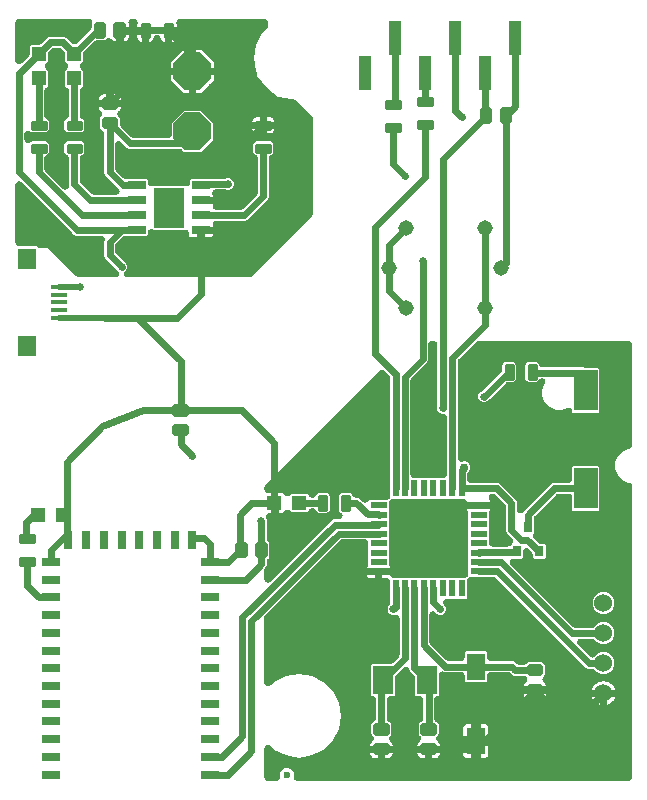
<source format=gbr>
G04 EAGLE Gerber RS-274X export*
G75*
%MOMM*%
%FSLAX34Y34*%
%LPD*%
%INTop Copper*%
%IPPOS*%
%AMOC8*
5,1,8,0,0,1.08239X$1,22.5*%
G01*
%ADD10R,1.500000X0.635000*%
%ADD11R,0.635000X1.500000*%
%ADD12C,0.504000*%
%ADD13R,1.200000X1.200000*%
%ADD14R,0.600000X1.475000*%
%ADD15R,1.475000X0.600000*%
%ADD16C,0.443700*%
%ADD17C,1.308000*%
%ADD18R,1.600000X2.300000*%
%ADD19R,2.000000X3.500000*%
%ADD20C,1.530000*%
%ADD21R,1.525000X0.700000*%
%ADD22R,2.513000X3.402000*%
%ADD23P,3.409096X8X22.500000*%
%ADD24R,1.700000X2.400000*%
%ADD25R,1.500000X1.800000*%
%ADD26R,1.400000X0.400000*%
%ADD27C,0.600000*%
%ADD28R,1.000000X3.000000*%
%ADD29R,0.800000X0.900000*%
%ADD30C,0.609600*%
%ADD31C,0.656400*%
%ADD32C,0.508000*%
%ADD33C,0.756400*%

G36*
X231336Y544675D02*
X231336Y544675D01*
X231516Y544682D01*
X231581Y544695D01*
X231648Y544701D01*
X231823Y544744D01*
X232000Y544780D01*
X232062Y544803D01*
X232126Y544819D01*
X232292Y544891D01*
X232461Y544954D01*
X232519Y544988D01*
X232580Y545014D01*
X232732Y545111D01*
X232888Y545201D01*
X232940Y545243D01*
X232996Y545279D01*
X233130Y545399D01*
X233270Y545514D01*
X233314Y545563D01*
X233364Y545608D01*
X233477Y545748D01*
X233597Y545883D01*
X233632Y545940D01*
X233674Y545992D01*
X233763Y546148D01*
X233859Y546301D01*
X233885Y546363D01*
X233918Y546420D01*
X233980Y546589D01*
X234051Y546756D01*
X234066Y546821D01*
X234089Y546883D01*
X234124Y547060D01*
X234166Y547235D01*
X234171Y547302D01*
X234184Y547367D01*
X234190Y547547D01*
X234203Y547727D01*
X234197Y547794D01*
X234199Y547860D01*
X234176Y548039D01*
X234160Y548219D01*
X234145Y548270D01*
X234135Y548349D01*
X233999Y548799D01*
X233999Y551194D01*
X234913Y553399D01*
X236601Y555087D01*
X238806Y556001D01*
X241194Y556001D01*
X243399Y555087D01*
X245087Y553399D01*
X246001Y551194D01*
X246001Y548787D01*
X245973Y548702D01*
X245911Y548533D01*
X245898Y548468D01*
X245878Y548405D01*
X245851Y548226D01*
X245816Y548049D01*
X245814Y547983D01*
X245804Y547917D01*
X245806Y547736D01*
X245801Y547556D01*
X245809Y547490D01*
X245810Y547423D01*
X245841Y547246D01*
X245865Y547067D01*
X245884Y547003D01*
X245896Y546938D01*
X245955Y546767D01*
X246008Y546594D01*
X246037Y546535D01*
X246059Y546472D01*
X246145Y546314D01*
X246224Y546151D01*
X246263Y546097D01*
X246295Y546039D01*
X246406Y545896D01*
X246510Y545749D01*
X246557Y545702D01*
X246597Y545649D01*
X246730Y545526D01*
X246857Y545398D01*
X246910Y545359D01*
X246959Y545314D01*
X247110Y545214D01*
X247255Y545108D01*
X247315Y545078D01*
X247370Y545041D01*
X247535Y544967D01*
X247696Y544885D01*
X247759Y544865D01*
X247820Y544838D01*
X247994Y544791D01*
X248166Y544737D01*
X248219Y544731D01*
X248296Y544710D01*
X248787Y544661D01*
X248821Y544663D01*
X248844Y544661D01*
X529092Y544661D01*
X529168Y544667D01*
X529244Y544665D01*
X529413Y544687D01*
X529584Y544701D01*
X529658Y544719D01*
X529733Y544729D01*
X529897Y544778D01*
X530063Y544819D01*
X530132Y544849D01*
X530206Y544871D01*
X530359Y544947D01*
X530516Y545014D01*
X530580Y545055D01*
X530649Y545088D01*
X530788Y545187D01*
X530932Y545279D01*
X530989Y545330D01*
X531051Y545374D01*
X531172Y545494D01*
X531300Y545608D01*
X531348Y545667D01*
X531402Y545721D01*
X531503Y545859D01*
X531610Y545992D01*
X531647Y546058D01*
X531692Y546119D01*
X531769Y546272D01*
X531854Y546420D01*
X531880Y546492D01*
X531915Y546560D01*
X531966Y546723D01*
X532025Y546883D01*
X532040Y546958D01*
X532063Y547030D01*
X532075Y547135D01*
X532120Y547367D01*
X532127Y547603D01*
X532139Y547708D01*
X532139Y794292D01*
X532133Y794368D01*
X532135Y794444D01*
X532113Y794613D01*
X532099Y794784D01*
X532081Y794858D01*
X532071Y794933D01*
X532022Y795097D01*
X531981Y795263D01*
X531951Y795332D01*
X531929Y795406D01*
X531853Y795559D01*
X531786Y795716D01*
X531745Y795780D01*
X531712Y795849D01*
X531613Y795988D01*
X531521Y796132D01*
X531470Y796189D01*
X531426Y796251D01*
X531306Y796372D01*
X531192Y796500D01*
X531133Y796548D01*
X531079Y796602D01*
X530941Y796703D01*
X530808Y796810D01*
X530742Y796847D01*
X530681Y796892D01*
X530528Y796969D01*
X530380Y797054D01*
X530308Y797080D01*
X530240Y797115D01*
X530077Y797166D01*
X529917Y797225D01*
X529842Y797240D01*
X529770Y797263D01*
X529665Y797275D01*
X529433Y797320D01*
X529213Y797327D01*
X523979Y799495D01*
X519995Y803479D01*
X517839Y808683D01*
X517839Y814317D01*
X519995Y819521D01*
X523979Y823505D01*
X529196Y825666D01*
X529244Y825665D01*
X529413Y825687D01*
X529584Y825701D01*
X529658Y825719D01*
X529733Y825729D01*
X529897Y825778D01*
X530063Y825819D01*
X530132Y825849D01*
X530206Y825871D01*
X530359Y825947D01*
X530516Y826014D01*
X530580Y826055D01*
X530649Y826088D01*
X530788Y826187D01*
X530932Y826279D01*
X530989Y826330D01*
X531051Y826374D01*
X531172Y826494D01*
X531300Y826608D01*
X531348Y826667D01*
X531402Y826721D01*
X531503Y826859D01*
X531610Y826992D01*
X531647Y827058D01*
X531692Y827119D01*
X531769Y827272D01*
X531854Y827420D01*
X531880Y827492D01*
X531915Y827560D01*
X531966Y827723D01*
X532025Y827883D01*
X532040Y827958D01*
X532063Y828030D01*
X532075Y828135D01*
X532120Y828367D01*
X532127Y828603D01*
X532139Y828708D01*
X532139Y914000D01*
X532133Y914076D01*
X532135Y914152D01*
X532113Y914321D01*
X532099Y914492D01*
X532081Y914566D01*
X532071Y914641D01*
X532022Y914805D01*
X531981Y914971D01*
X531951Y915040D01*
X531929Y915114D01*
X531853Y915267D01*
X531786Y915424D01*
X531745Y915488D01*
X531712Y915557D01*
X531613Y915696D01*
X531521Y915840D01*
X531470Y915897D01*
X531426Y915959D01*
X531306Y916080D01*
X531192Y916208D01*
X531133Y916256D01*
X531079Y916310D01*
X530941Y916411D01*
X530808Y916518D01*
X530742Y916555D01*
X530681Y916600D01*
X530528Y916677D01*
X530380Y916762D01*
X530308Y916788D01*
X530240Y916823D01*
X530077Y916874D01*
X529917Y916933D01*
X529842Y916948D01*
X529770Y916971D01*
X529665Y916983D01*
X529433Y917028D01*
X529197Y917035D01*
X529092Y917047D01*
X401876Y917047D01*
X401763Y917038D01*
X401648Y917039D01*
X401517Y917018D01*
X401385Y917007D01*
X401274Y916980D01*
X401161Y916962D01*
X401035Y916921D01*
X400906Y916889D01*
X400801Y916844D01*
X400692Y916808D01*
X400574Y916746D01*
X400452Y916694D01*
X400356Y916633D01*
X400255Y916580D01*
X400181Y916521D01*
X400036Y916429D01*
X399794Y916213D01*
X399722Y916155D01*
X385465Y901898D01*
X385391Y901811D01*
X385310Y901731D01*
X385232Y901624D01*
X385146Y901522D01*
X385087Y901425D01*
X385020Y901332D01*
X384960Y901214D01*
X384891Y901100D01*
X384849Y900994D01*
X384797Y900892D01*
X384757Y900765D01*
X384708Y900642D01*
X384683Y900531D01*
X384649Y900421D01*
X384639Y900328D01*
X384601Y900160D01*
X384583Y899836D01*
X384573Y899744D01*
X384573Y818056D01*
X384587Y817876D01*
X384594Y817696D01*
X384607Y817631D01*
X384613Y817565D01*
X384656Y817389D01*
X384692Y817213D01*
X384715Y817151D01*
X384731Y817086D01*
X384803Y816920D01*
X384866Y816751D01*
X384900Y816694D01*
X384926Y816633D01*
X385023Y816480D01*
X385113Y816324D01*
X385155Y816272D01*
X385191Y816216D01*
X385311Y816082D01*
X385426Y815942D01*
X385475Y815898D01*
X385520Y815849D01*
X385660Y815735D01*
X385795Y815616D01*
X385852Y815580D01*
X385904Y815539D01*
X386060Y815449D01*
X386213Y815353D01*
X386275Y815328D01*
X386332Y815295D01*
X386502Y815232D01*
X386668Y815162D01*
X386732Y815146D01*
X386795Y815123D01*
X386972Y815088D01*
X387147Y815046D01*
X387214Y815041D01*
X387279Y815028D01*
X387459Y815023D01*
X387639Y815009D01*
X387706Y815015D01*
X387772Y815013D01*
X387951Y815037D01*
X388131Y815052D01*
X388181Y815067D01*
X388261Y815077D01*
X388733Y815220D01*
X388764Y815235D01*
X388786Y815241D01*
X388944Y815307D01*
X391056Y815307D01*
X393006Y814499D01*
X394499Y813006D01*
X395307Y811056D01*
X395307Y808944D01*
X394499Y806994D01*
X393465Y805960D01*
X393391Y805873D01*
X393310Y805793D01*
X393232Y805686D01*
X393146Y805584D01*
X393087Y805487D01*
X393020Y805394D01*
X392960Y805276D01*
X392891Y805162D01*
X392849Y805056D01*
X392797Y804954D01*
X392757Y804827D01*
X392708Y804704D01*
X392683Y804592D01*
X392649Y804483D01*
X392639Y804390D01*
X392601Y804222D01*
X392583Y803898D01*
X392573Y803806D01*
X392573Y800000D01*
X392579Y799924D01*
X392577Y799848D01*
X392599Y799679D01*
X392613Y799508D01*
X392631Y799434D01*
X392641Y799359D01*
X392690Y799195D01*
X392731Y799029D01*
X392761Y798960D01*
X392783Y798886D01*
X392859Y798733D01*
X392926Y798576D01*
X392967Y798512D01*
X393000Y798443D01*
X393099Y798304D01*
X393191Y798160D01*
X393242Y798103D01*
X393286Y798041D01*
X393406Y797920D01*
X393520Y797792D01*
X393579Y797744D01*
X393633Y797690D01*
X393771Y797589D01*
X393904Y797482D01*
X393970Y797445D01*
X394031Y797400D01*
X394184Y797323D01*
X394332Y797238D01*
X394404Y797212D01*
X394472Y797177D01*
X394635Y797126D01*
X394795Y797067D01*
X394870Y797052D01*
X394942Y797029D01*
X395047Y797017D01*
X395279Y796972D01*
X395515Y796965D01*
X395620Y796953D01*
X418530Y796953D01*
X420210Y796257D01*
X433877Y782590D01*
X434573Y780910D01*
X434573Y774396D01*
X434576Y774358D01*
X434574Y774320D01*
X434596Y774112D01*
X434613Y773905D01*
X434622Y773868D01*
X434626Y773830D01*
X434681Y773628D01*
X434731Y773426D01*
X434746Y773391D01*
X434757Y773354D01*
X434844Y773164D01*
X434926Y772972D01*
X434946Y772940D01*
X434962Y772906D01*
X435079Y772732D01*
X435191Y772556D01*
X435216Y772528D01*
X435238Y772496D01*
X435381Y772344D01*
X435520Y772188D01*
X435549Y772164D01*
X435575Y772137D01*
X435741Y772009D01*
X435904Y771878D01*
X435937Y771860D01*
X435967Y771836D01*
X436151Y771738D01*
X436332Y771634D01*
X436368Y771621D01*
X436402Y771603D01*
X436599Y771536D01*
X436795Y771463D01*
X436832Y771456D01*
X436868Y771443D01*
X437075Y771408D01*
X437279Y771368D01*
X437317Y771367D01*
X437355Y771361D01*
X437564Y771359D01*
X437772Y771353D01*
X437810Y771358D01*
X437848Y771358D01*
X438055Y771390D01*
X438261Y771417D01*
X438298Y771428D01*
X438335Y771434D01*
X438534Y771499D01*
X438733Y771560D01*
X438768Y771577D01*
X438804Y771588D01*
X438989Y771685D01*
X439177Y771777D01*
X439208Y771799D01*
X439242Y771816D01*
X439314Y771874D01*
X439579Y772062D01*
X439701Y772183D01*
X439775Y772242D01*
X441838Y774305D01*
X463910Y796377D01*
X465590Y797073D01*
X478428Y797073D01*
X478504Y797079D01*
X478580Y797077D01*
X478749Y797099D01*
X478920Y797113D01*
X478994Y797131D01*
X479069Y797141D01*
X479233Y797190D01*
X479399Y797231D01*
X479468Y797261D01*
X479542Y797283D01*
X479695Y797359D01*
X479852Y797426D01*
X479916Y797467D01*
X479985Y797500D01*
X480124Y797599D01*
X480268Y797691D01*
X480325Y797742D01*
X480387Y797786D01*
X480508Y797906D01*
X480636Y798020D01*
X480684Y798079D01*
X480738Y798133D01*
X480839Y798271D01*
X480946Y798404D01*
X480983Y798470D01*
X481028Y798531D01*
X481105Y798684D01*
X481190Y798832D01*
X481216Y798904D01*
X481251Y798972D01*
X481302Y799135D01*
X481361Y799295D01*
X481376Y799370D01*
X481399Y799442D01*
X481411Y799547D01*
X481456Y799779D01*
X481463Y800015D01*
X481475Y800120D01*
X481475Y810632D01*
X482368Y811525D01*
X503632Y811525D01*
X504525Y810632D01*
X504525Y774368D01*
X503632Y773475D01*
X482368Y773475D01*
X481475Y774368D01*
X481475Y784880D01*
X481469Y784956D01*
X481471Y785032D01*
X481449Y785201D01*
X481435Y785372D01*
X481417Y785446D01*
X481407Y785521D01*
X481358Y785685D01*
X481317Y785851D01*
X481287Y785920D01*
X481265Y785994D01*
X481189Y786147D01*
X481122Y786304D01*
X481081Y786368D01*
X481048Y786437D01*
X480949Y786576D01*
X480857Y786720D01*
X480806Y786777D01*
X480762Y786839D01*
X480642Y786960D01*
X480528Y787088D01*
X480469Y787136D01*
X480415Y787190D01*
X480277Y787291D01*
X480144Y787398D01*
X480078Y787435D01*
X480017Y787480D01*
X479864Y787557D01*
X479716Y787642D01*
X479644Y787668D01*
X479576Y787703D01*
X479413Y787754D01*
X479253Y787813D01*
X479178Y787828D01*
X479106Y787851D01*
X479001Y787863D01*
X478769Y787908D01*
X478533Y787915D01*
X478428Y787927D01*
X469656Y787927D01*
X469543Y787918D01*
X469428Y787919D01*
X469297Y787898D01*
X469165Y787887D01*
X469054Y787860D01*
X468941Y787842D01*
X468815Y787801D01*
X468686Y787769D01*
X468581Y787724D01*
X468472Y787688D01*
X468354Y787626D01*
X468232Y787574D01*
X468136Y787513D01*
X468035Y787460D01*
X467961Y787401D01*
X467816Y787309D01*
X467574Y787093D01*
X467502Y787035D01*
X449716Y769249D01*
X449697Y769227D01*
X449678Y769210D01*
X449651Y769177D01*
X449611Y769139D01*
X449507Y769004D01*
X449397Y768874D01*
X449357Y768808D01*
X449311Y768748D01*
X449230Y768597D01*
X449142Y768451D01*
X449114Y768380D01*
X449078Y768313D01*
X449022Y768151D01*
X448959Y767993D01*
X448943Y767919D01*
X448918Y767846D01*
X448889Y767678D01*
X448852Y767511D01*
X448848Y767435D01*
X448835Y767360D01*
X448834Y767189D01*
X448825Y767019D01*
X448833Y766943D01*
X448832Y766867D01*
X448859Y766698D01*
X448877Y766528D01*
X448897Y766455D01*
X448909Y766379D01*
X448962Y766217D01*
X449008Y766052D01*
X449039Y765983D01*
X449063Y765911D01*
X449142Y765759D01*
X449213Y765604D01*
X449256Y765541D01*
X449291Y765473D01*
X449357Y765391D01*
X449489Y765195D01*
X449525Y765156D01*
X449525Y754868D01*
X448966Y754310D01*
X448917Y754252D01*
X448861Y754200D01*
X448757Y754064D01*
X448647Y753934D01*
X448608Y753869D01*
X448561Y753808D01*
X448480Y753658D01*
X448392Y753512D01*
X448364Y753441D01*
X448328Y753374D01*
X448272Y753212D01*
X448209Y753053D01*
X448193Y752979D01*
X448168Y752907D01*
X448139Y752738D01*
X448102Y752572D01*
X448098Y752496D01*
X448085Y752421D01*
X448084Y752250D01*
X448075Y752079D01*
X448083Y752003D01*
X448082Y751927D01*
X448109Y751758D01*
X448127Y751589D01*
X448147Y751515D01*
X448159Y751440D01*
X448212Y751278D01*
X448258Y751113D01*
X448289Y751044D01*
X448313Y750971D01*
X448392Y750820D01*
X448463Y750665D01*
X448506Y750601D01*
X448541Y750534D01*
X448607Y750451D01*
X448739Y750255D01*
X448901Y750083D01*
X448966Y750001D01*
X453050Y745917D01*
X453137Y745843D01*
X453217Y745762D01*
X453324Y745684D01*
X453426Y745598D01*
X453523Y745539D01*
X453616Y745472D01*
X453734Y745412D01*
X453848Y745343D01*
X453954Y745301D01*
X454056Y745249D01*
X454183Y745209D01*
X454306Y745160D01*
X454417Y745135D01*
X454527Y745101D01*
X454620Y745091D01*
X454788Y745053D01*
X455112Y745035D01*
X455204Y745025D01*
X458132Y745025D01*
X459025Y744132D01*
X459025Y733868D01*
X458132Y732975D01*
X448868Y732975D01*
X447975Y733868D01*
X447975Y736796D01*
X447966Y736909D01*
X447967Y737024D01*
X447946Y737155D01*
X447935Y737287D01*
X447908Y737398D01*
X447890Y737511D01*
X447849Y737637D01*
X447817Y737766D01*
X447772Y737871D01*
X447736Y737980D01*
X447675Y738097D01*
X447622Y738220D01*
X447561Y738316D01*
X447508Y738417D01*
X447449Y738491D01*
X447357Y738636D01*
X447141Y738878D01*
X447083Y738950D01*
X445227Y740806D01*
X445198Y740831D01*
X445172Y740860D01*
X445010Y740990D01*
X444851Y741126D01*
X444818Y741146D01*
X444788Y741170D01*
X444607Y741273D01*
X444428Y741381D01*
X444393Y741395D01*
X444360Y741414D01*
X444164Y741486D01*
X443970Y741564D01*
X443933Y741572D01*
X443897Y741585D01*
X443693Y741625D01*
X443489Y741670D01*
X443450Y741673D01*
X443413Y741680D01*
X443205Y741686D01*
X442996Y741698D01*
X442958Y741694D01*
X442920Y741695D01*
X442713Y741668D01*
X442505Y741646D01*
X442469Y741636D01*
X442431Y741631D01*
X442230Y741570D01*
X442030Y741515D01*
X441995Y741499D01*
X441958Y741488D01*
X441771Y741396D01*
X441581Y741309D01*
X441550Y741288D01*
X441515Y741271D01*
X441345Y741151D01*
X441172Y741034D01*
X441144Y741008D01*
X441113Y740986D01*
X440965Y740839D01*
X440812Y740696D01*
X440789Y740666D01*
X440762Y740639D01*
X440639Y740471D01*
X440512Y740305D01*
X440494Y740271D01*
X440472Y740240D01*
X440378Y740054D01*
X440279Y739870D01*
X440267Y739834D01*
X440249Y739800D01*
X440186Y739600D01*
X440119Y739403D01*
X440113Y739366D01*
X440101Y739329D01*
X440091Y739237D01*
X440036Y738917D01*
X440035Y738745D01*
X440025Y738652D01*
X440025Y733868D01*
X439132Y732975D01*
X431625Y732975D01*
X431587Y732972D01*
X431549Y732974D01*
X431341Y732952D01*
X431133Y732935D01*
X431096Y732926D01*
X431058Y732922D01*
X430857Y732867D01*
X430654Y732817D01*
X430619Y732802D01*
X430582Y732791D01*
X430392Y732704D01*
X430201Y732622D01*
X430169Y732602D01*
X430134Y732586D01*
X429960Y732469D01*
X429785Y732357D01*
X429756Y732332D01*
X429725Y732310D01*
X429572Y732167D01*
X429417Y732028D01*
X429393Y731999D01*
X429365Y731973D01*
X429238Y731807D01*
X429107Y731644D01*
X429088Y731611D01*
X429065Y731581D01*
X428966Y731397D01*
X428863Y731216D01*
X428849Y731180D01*
X428831Y731146D01*
X428764Y730949D01*
X428691Y730753D01*
X428684Y730716D01*
X428671Y730680D01*
X428636Y730473D01*
X428596Y730269D01*
X428595Y730231D01*
X428589Y730193D01*
X428588Y729984D01*
X428581Y729776D01*
X428586Y729738D01*
X428586Y729700D01*
X428618Y729493D01*
X428646Y729287D01*
X428657Y729250D01*
X428662Y729213D01*
X428728Y729014D01*
X428788Y728815D01*
X428805Y728780D01*
X428817Y728744D01*
X428913Y728559D01*
X429005Y728371D01*
X429027Y728340D01*
X429045Y728306D01*
X429103Y728234D01*
X429290Y727969D01*
X429411Y727847D01*
X429470Y727773D01*
X482078Y675165D01*
X482165Y675091D01*
X482245Y675010D01*
X482353Y674932D01*
X482454Y674846D01*
X482552Y674787D01*
X482644Y674720D01*
X482762Y674660D01*
X482876Y674591D01*
X482983Y674549D01*
X483084Y674497D01*
X483211Y674457D01*
X483335Y674408D01*
X483446Y674383D01*
X483555Y674349D01*
X483648Y674339D01*
X483816Y674301D01*
X484140Y674283D01*
X484233Y674273D01*
X498335Y674273D01*
X498449Y674282D01*
X498563Y674281D01*
X498695Y674302D01*
X498827Y674313D01*
X498938Y674340D01*
X499051Y674358D01*
X499177Y674399D01*
X499306Y674431D01*
X499411Y674476D01*
X499519Y674512D01*
X499637Y674574D01*
X499759Y674626D01*
X499856Y674687D01*
X499957Y674740D01*
X500031Y674799D01*
X500175Y674891D01*
X500418Y675107D01*
X500490Y675165D01*
X502803Y677478D01*
X506175Y678875D01*
X509825Y678875D01*
X513197Y677478D01*
X515778Y674897D01*
X517175Y671525D01*
X517175Y667875D01*
X515778Y664503D01*
X513197Y661922D01*
X509825Y660525D01*
X506175Y660525D01*
X502803Y661922D01*
X500490Y664235D01*
X500403Y664309D01*
X500323Y664390D01*
X500216Y664468D01*
X500114Y664554D01*
X500016Y664613D01*
X499924Y664680D01*
X499806Y664740D01*
X499692Y664809D01*
X499586Y664851D01*
X499484Y664903D01*
X499357Y664943D01*
X499234Y664992D01*
X499122Y665017D01*
X499013Y665051D01*
X498920Y665061D01*
X498752Y665099D01*
X498428Y665117D01*
X498335Y665127D01*
X488696Y665127D01*
X488658Y665124D01*
X488620Y665126D01*
X488412Y665104D01*
X488205Y665087D01*
X488167Y665078D01*
X488130Y665074D01*
X487928Y665019D01*
X487726Y664969D01*
X487691Y664954D01*
X487654Y664943D01*
X487464Y664856D01*
X487272Y664774D01*
X487240Y664754D01*
X487206Y664738D01*
X487032Y664621D01*
X486856Y664509D01*
X486828Y664484D01*
X486796Y664462D01*
X486644Y664319D01*
X486488Y664180D01*
X486464Y664151D01*
X486437Y664125D01*
X486309Y663959D01*
X486178Y663796D01*
X486160Y663763D01*
X486136Y663733D01*
X486038Y663549D01*
X485934Y663368D01*
X485921Y663332D01*
X485903Y663298D01*
X485835Y663101D01*
X485763Y662905D01*
X485756Y662868D01*
X485743Y662832D01*
X485708Y662625D01*
X485668Y662421D01*
X485667Y662383D01*
X485661Y662345D01*
X485659Y662136D01*
X485653Y661928D01*
X485658Y661890D01*
X485658Y661852D01*
X485690Y661645D01*
X485717Y661439D01*
X485728Y661402D01*
X485734Y661365D01*
X485799Y661166D01*
X485860Y660967D01*
X485877Y660932D01*
X485888Y660896D01*
X485985Y660711D01*
X486077Y660523D01*
X486099Y660492D01*
X486116Y660458D01*
X486174Y660386D01*
X486362Y660121D01*
X486483Y659999D01*
X486542Y659925D01*
X496441Y650026D01*
X496499Y649976D01*
X496551Y649921D01*
X496687Y649817D01*
X496817Y649706D01*
X496882Y649667D01*
X496943Y649621D01*
X497093Y649540D01*
X497240Y649452D01*
X497311Y649423D01*
X497378Y649387D01*
X497539Y649332D01*
X497698Y649269D01*
X497772Y649252D01*
X497844Y649227D01*
X498013Y649199D01*
X498179Y649162D01*
X498255Y649157D01*
X498331Y649145D01*
X498501Y649144D01*
X498672Y649134D01*
X498748Y649142D01*
X498824Y649142D01*
X498993Y649168D01*
X499163Y649186D01*
X499236Y649206D01*
X499311Y649218D01*
X499474Y649272D01*
X499638Y649317D01*
X499707Y649349D01*
X499780Y649373D01*
X499931Y649451D01*
X500087Y649523D01*
X500150Y649565D01*
X500217Y649600D01*
X500300Y649666D01*
X500496Y649798D01*
X500668Y649960D01*
X500751Y650026D01*
X502803Y652078D01*
X506175Y653475D01*
X509825Y653475D01*
X513197Y652078D01*
X515778Y649497D01*
X517175Y646125D01*
X517175Y642475D01*
X515778Y639103D01*
X513197Y636522D01*
X509825Y635125D01*
X509420Y635125D01*
X509413Y635125D01*
X509405Y635125D01*
X509167Y635105D01*
X508929Y635085D01*
X508921Y635083D01*
X508914Y635083D01*
X508681Y635024D01*
X508450Y634967D01*
X508443Y634964D01*
X508435Y634962D01*
X508216Y634866D01*
X507996Y634772D01*
X507990Y634768D01*
X507954Y634786D01*
X507742Y634895D01*
X507735Y634897D01*
X507728Y634901D01*
X507497Y634973D01*
X507272Y635046D01*
X507265Y635047D01*
X507257Y635049D01*
X507224Y635053D01*
X506784Y635118D01*
X506682Y635114D01*
X506580Y635125D01*
X506175Y635125D01*
X502803Y636522D01*
X500490Y638835D01*
X500403Y638909D01*
X500323Y638990D01*
X500216Y639068D01*
X500114Y639154D01*
X500016Y639213D01*
X499924Y639280D01*
X499806Y639340D01*
X499692Y639409D01*
X499586Y639451D01*
X499484Y639503D01*
X499357Y639543D01*
X499234Y639592D01*
X499122Y639617D01*
X499013Y639651D01*
X498920Y639661D01*
X498752Y639699D01*
X498428Y639717D01*
X498335Y639727D01*
X494790Y639727D01*
X493110Y640423D01*
X416998Y716535D01*
X416911Y716609D01*
X416831Y716690D01*
X416724Y716768D01*
X416622Y716854D01*
X416525Y716913D01*
X416432Y716980D01*
X416314Y717040D01*
X416200Y717109D01*
X416094Y717151D01*
X415992Y717203D01*
X415865Y717243D01*
X415742Y717292D01*
X415631Y717317D01*
X415521Y717351D01*
X415428Y717361D01*
X415260Y717399D01*
X414936Y717417D01*
X414844Y717427D01*
X401228Y717427D01*
X400957Y717468D01*
X400826Y717466D01*
X400748Y717475D01*
X395572Y717475D01*
X395496Y717469D01*
X395420Y717471D01*
X395251Y717449D01*
X395080Y717435D01*
X395006Y717417D01*
X394931Y717407D01*
X394767Y717358D01*
X394601Y717317D01*
X394532Y717287D01*
X394458Y717265D01*
X394305Y717189D01*
X394148Y717122D01*
X394084Y717081D01*
X394015Y717048D01*
X393876Y716949D01*
X393732Y716857D01*
X393675Y716806D01*
X393613Y716762D01*
X393492Y716642D01*
X393364Y716528D01*
X393316Y716469D01*
X393262Y716415D01*
X393161Y716277D01*
X393054Y716144D01*
X393017Y716078D01*
X392972Y716017D01*
X392895Y715864D01*
X392810Y715716D01*
X392784Y715644D01*
X392749Y715576D01*
X392698Y715413D01*
X392639Y715253D01*
X392624Y715178D01*
X392601Y715106D01*
X392589Y715001D01*
X392544Y714769D01*
X392537Y714533D01*
X392525Y714428D01*
X392525Y699613D01*
X391632Y698720D01*
X375434Y698720D01*
X375396Y698717D01*
X375358Y698719D01*
X375150Y698697D01*
X374942Y698680D01*
X374905Y698671D01*
X374867Y698667D01*
X374666Y698612D01*
X374464Y698562D01*
X374428Y698547D01*
X374392Y698536D01*
X374202Y698450D01*
X374010Y698367D01*
X373978Y698347D01*
X373943Y698331D01*
X373770Y698214D01*
X373594Y698102D01*
X373566Y698077D01*
X373534Y698055D01*
X373382Y697912D01*
X373226Y697773D01*
X373202Y697744D01*
X373175Y697717D01*
X373047Y697552D01*
X372916Y697389D01*
X372898Y697356D01*
X372874Y697326D01*
X372776Y697142D01*
X372672Y696961D01*
X372659Y696925D01*
X372641Y696891D01*
X372573Y696694D01*
X372501Y696498D01*
X372493Y696461D01*
X372481Y696425D01*
X372446Y696218D01*
X372406Y696014D01*
X372405Y695976D01*
X372398Y695938D01*
X372397Y695729D01*
X372391Y695521D01*
X372396Y695483D01*
X372395Y695445D01*
X372428Y695238D01*
X372455Y695032D01*
X372466Y694995D01*
X372472Y694958D01*
X372537Y694760D01*
X372598Y694560D01*
X372614Y694525D01*
X372626Y694489D01*
X372723Y694304D01*
X372815Y694116D01*
X372837Y694085D01*
X372854Y694051D01*
X372912Y693979D01*
X373100Y693714D01*
X373221Y693592D01*
X373279Y693518D01*
X374075Y692723D01*
X374807Y690956D01*
X374807Y689044D01*
X374075Y687277D01*
X372723Y685925D01*
X370956Y685193D01*
X369044Y685193D01*
X367277Y685925D01*
X365775Y687428D01*
X365746Y687452D01*
X365720Y687481D01*
X365558Y687612D01*
X365399Y687747D01*
X365366Y687767D01*
X365336Y687791D01*
X365155Y687894D01*
X364976Y688002D01*
X364941Y688016D01*
X364908Y688035D01*
X364712Y688107D01*
X364518Y688185D01*
X364481Y688193D01*
X364445Y688206D01*
X364241Y688246D01*
X364037Y688291D01*
X363998Y688294D01*
X363961Y688301D01*
X363753Y688307D01*
X363544Y688319D01*
X363506Y688315D01*
X363468Y688316D01*
X363261Y688289D01*
X363053Y688267D01*
X363017Y688257D01*
X362979Y688252D01*
X362778Y688191D01*
X362578Y688136D01*
X362543Y688120D01*
X362506Y688109D01*
X362319Y688017D01*
X362129Y687931D01*
X362098Y687909D01*
X362063Y687892D01*
X361893Y687772D01*
X361720Y687655D01*
X361692Y687629D01*
X361661Y687607D01*
X361513Y687461D01*
X361360Y687317D01*
X361337Y687287D01*
X361310Y687260D01*
X361187Y687092D01*
X361060Y686926D01*
X361042Y686892D01*
X361020Y686862D01*
X360926Y686675D01*
X360827Y686491D01*
X360815Y686455D01*
X360797Y686421D01*
X360734Y686221D01*
X360667Y686025D01*
X360661Y685987D01*
X360649Y685951D01*
X360639Y685858D01*
X360584Y685538D01*
X360583Y685366D01*
X360573Y685273D01*
X360573Y662776D01*
X360582Y662663D01*
X360581Y662548D01*
X360602Y662417D01*
X360613Y662285D01*
X360640Y662174D01*
X360658Y662061D01*
X360699Y661935D01*
X360731Y661806D01*
X360776Y661701D01*
X360812Y661592D01*
X360874Y661474D01*
X360926Y661352D01*
X360987Y661256D01*
X361040Y661155D01*
X361099Y661081D01*
X361191Y660936D01*
X361407Y660694D01*
X361465Y660622D01*
X375122Y646965D01*
X375209Y646891D01*
X375289Y646810D01*
X375396Y646732D01*
X375498Y646646D01*
X375595Y646587D01*
X375688Y646520D01*
X375806Y646460D01*
X375920Y646391D01*
X376026Y646349D01*
X376128Y646297D01*
X376255Y646257D01*
X376378Y646208D01*
X376489Y646183D01*
X376599Y646149D01*
X376692Y646139D01*
X376860Y646101D01*
X377184Y646083D01*
X377276Y646073D01*
X387428Y646073D01*
X387504Y646079D01*
X387580Y646077D01*
X387749Y646099D01*
X387920Y646113D01*
X387994Y646131D01*
X388069Y646141D01*
X388233Y646190D01*
X388399Y646231D01*
X388468Y646261D01*
X388542Y646283D01*
X388695Y646359D01*
X388852Y646426D01*
X388916Y646467D01*
X388985Y646500D01*
X389124Y646599D01*
X389268Y646691D01*
X389325Y646742D01*
X389387Y646786D01*
X389508Y646906D01*
X389636Y647020D01*
X389684Y647079D01*
X389738Y647133D01*
X389839Y647271D01*
X389946Y647404D01*
X389983Y647470D01*
X390028Y647531D01*
X390105Y647684D01*
X390190Y647832D01*
X390216Y647904D01*
X390251Y647972D01*
X390302Y648135D01*
X390361Y648295D01*
X390376Y648370D01*
X390399Y648442D01*
X390411Y648547D01*
X390456Y648779D01*
X390463Y649015D01*
X390475Y649120D01*
X390475Y653632D01*
X391368Y654525D01*
X408632Y654525D01*
X409525Y653632D01*
X409525Y649120D01*
X409531Y649044D01*
X409529Y648968D01*
X409551Y648799D01*
X409565Y648628D01*
X409583Y648554D01*
X409593Y648479D01*
X409642Y648315D01*
X409683Y648149D01*
X409713Y648080D01*
X409735Y648006D01*
X409811Y647853D01*
X409878Y647696D01*
X409919Y647632D01*
X409952Y647563D01*
X410051Y647424D01*
X410143Y647280D01*
X410194Y647223D01*
X410238Y647161D01*
X410358Y647040D01*
X410472Y646912D01*
X410531Y646864D01*
X410585Y646810D01*
X410723Y646709D01*
X410856Y646602D01*
X410922Y646565D01*
X410983Y646520D01*
X411136Y646443D01*
X411284Y646358D01*
X411356Y646332D01*
X411424Y646297D01*
X411587Y646246D01*
X411747Y646187D01*
X411822Y646172D01*
X411894Y646149D01*
X411999Y646137D01*
X412231Y646092D01*
X412467Y646085D01*
X412572Y646073D01*
X431410Y646073D01*
X433090Y645377D01*
X434602Y643865D01*
X434689Y643791D01*
X434769Y643710D01*
X434876Y643632D01*
X434978Y643546D01*
X435075Y643487D01*
X435168Y643420D01*
X435286Y643360D01*
X435400Y643291D01*
X435506Y643249D01*
X435608Y643197D01*
X435735Y643157D01*
X435858Y643108D01*
X435969Y643083D01*
X436079Y643049D01*
X436172Y643039D01*
X436340Y643001D01*
X436664Y642983D01*
X436756Y642973D01*
X440480Y642973D01*
X440594Y642982D01*
X440708Y642981D01*
X440840Y643002D01*
X440972Y643013D01*
X441083Y643040D01*
X441196Y643058D01*
X441322Y643099D01*
X441451Y643131D01*
X441556Y643176D01*
X441664Y643212D01*
X441782Y643274D01*
X441904Y643326D01*
X442001Y643387D01*
X442102Y643440D01*
X442175Y643499D01*
X442320Y643591D01*
X442563Y643807D01*
X442635Y643865D01*
X443329Y644559D01*
X444815Y645175D01*
X455185Y645175D01*
X456671Y644559D01*
X457809Y643421D01*
X458425Y641935D01*
X458425Y634865D01*
X457809Y633379D01*
X457285Y632855D01*
X457202Y632757D01*
X457112Y632666D01*
X457043Y632570D01*
X456966Y632479D01*
X456900Y632369D01*
X456825Y632265D01*
X456772Y632158D01*
X456711Y632057D01*
X456664Y631937D01*
X456607Y631822D01*
X456572Y631709D01*
X456528Y631599D01*
X456500Y631473D01*
X456463Y631350D01*
X456447Y631233D01*
X456421Y631117D01*
X456414Y630989D01*
X456397Y630861D01*
X456400Y630743D01*
X456394Y630624D01*
X456407Y630497D01*
X456411Y630368D01*
X456433Y630252D01*
X456446Y630134D01*
X456480Y630010D01*
X456504Y629884D01*
X456545Y629773D01*
X456577Y629658D01*
X456630Y629541D01*
X456674Y629421D01*
X456733Y629317D01*
X456782Y629210D01*
X456854Y629103D01*
X456917Y628991D01*
X456991Y628899D01*
X457058Y628800D01*
X457146Y628707D01*
X457226Y628607D01*
X457292Y628551D01*
X457395Y628441D01*
X457527Y628340D01*
X458311Y627556D01*
X458865Y626727D01*
X459246Y625806D01*
X459441Y624828D01*
X459441Y624647D01*
X450000Y624647D01*
X440559Y624647D01*
X440559Y624828D01*
X440754Y625806D01*
X441135Y626727D01*
X441689Y627556D01*
X442433Y628300D01*
X442461Y628318D01*
X442547Y628400D01*
X442640Y628473D01*
X442726Y628568D01*
X442820Y628656D01*
X442892Y628750D01*
X442972Y628838D01*
X443042Y628946D01*
X443120Y629048D01*
X443176Y629152D01*
X443241Y629251D01*
X443293Y629369D01*
X443353Y629483D01*
X443392Y629594D01*
X443439Y629703D01*
X443472Y629828D01*
X443513Y629949D01*
X443533Y630066D01*
X443563Y630181D01*
X443574Y630309D01*
X443596Y630436D01*
X443596Y630554D01*
X443607Y630672D01*
X443598Y630800D01*
X443599Y630929D01*
X443580Y631046D01*
X443572Y631164D01*
X443542Y631289D01*
X443522Y631416D01*
X443485Y631528D01*
X443458Y631644D01*
X443408Y631763D01*
X443368Y631885D01*
X443313Y631990D01*
X443267Y632099D01*
X443199Y632208D01*
X443140Y632322D01*
X443086Y632390D01*
X443006Y632518D01*
X442825Y632724D01*
X442815Y632739D01*
X442792Y632762D01*
X442761Y632798D01*
X442714Y632856D01*
X442635Y632935D01*
X442548Y633009D01*
X442468Y633090D01*
X442360Y633168D01*
X442259Y633255D01*
X442161Y633313D01*
X442069Y633380D01*
X441950Y633440D01*
X441836Y633509D01*
X441730Y633551D01*
X441629Y633603D01*
X441502Y633643D01*
X441378Y633692D01*
X441267Y633717D01*
X441158Y633751D01*
X441065Y633761D01*
X440896Y633799D01*
X440573Y633817D01*
X440480Y633827D01*
X432690Y633827D01*
X430920Y634561D01*
X430895Y634582D01*
X430886Y634587D01*
X430879Y634593D01*
X430844Y634613D01*
X430472Y634836D01*
X430351Y634885D01*
X430282Y634923D01*
X430277Y634925D01*
X429168Y636035D01*
X429080Y636109D01*
X429000Y636190D01*
X428893Y636268D01*
X428792Y636354D01*
X428694Y636413D01*
X428601Y636480D01*
X428483Y636540D01*
X428369Y636609D01*
X428263Y636651D01*
X428161Y636703D01*
X428034Y636743D01*
X427911Y636792D01*
X427800Y636817D01*
X427691Y636851D01*
X427597Y636861D01*
X427429Y636899D01*
X427105Y636917D01*
X427013Y636927D01*
X412572Y636927D01*
X412496Y636921D01*
X412420Y636923D01*
X412251Y636901D01*
X412080Y636887D01*
X412006Y636869D01*
X411931Y636859D01*
X411767Y636810D01*
X411601Y636769D01*
X411532Y636739D01*
X411458Y636717D01*
X411305Y636641D01*
X411148Y636574D01*
X411084Y636533D01*
X411015Y636500D01*
X410876Y636401D01*
X410732Y636309D01*
X410675Y636258D01*
X410613Y636214D01*
X410492Y636094D01*
X410364Y635980D01*
X410316Y635921D01*
X410262Y635867D01*
X410161Y635729D01*
X410054Y635596D01*
X410017Y635530D01*
X409972Y635469D01*
X409895Y635316D01*
X409810Y635168D01*
X409784Y635096D01*
X409749Y635028D01*
X409698Y634865D01*
X409639Y634705D01*
X409624Y634630D01*
X409601Y634558D01*
X409589Y634453D01*
X409544Y634221D01*
X409537Y633985D01*
X409525Y633880D01*
X409525Y629368D01*
X408632Y628475D01*
X391368Y628475D01*
X390475Y629368D01*
X390475Y633880D01*
X390469Y633956D01*
X390471Y634032D01*
X390449Y634201D01*
X390435Y634372D01*
X390417Y634446D01*
X390407Y634521D01*
X390358Y634685D01*
X390317Y634851D01*
X390287Y634920D01*
X390265Y634994D01*
X390189Y635147D01*
X390122Y635304D01*
X390081Y635368D01*
X390048Y635437D01*
X389949Y635576D01*
X389857Y635720D01*
X389806Y635777D01*
X389762Y635839D01*
X389642Y635960D01*
X389528Y636088D01*
X389469Y636136D01*
X389415Y636190D01*
X389277Y636291D01*
X389144Y636398D01*
X389078Y636435D01*
X389017Y636480D01*
X388864Y636557D01*
X388716Y636642D01*
X388644Y636668D01*
X388576Y636703D01*
X388413Y636754D01*
X388253Y636813D01*
X388178Y636828D01*
X388106Y636851D01*
X388001Y636863D01*
X387769Y636908D01*
X387533Y636915D01*
X387428Y636927D01*
X373210Y636927D01*
X372738Y637123D01*
X372566Y637178D01*
X372397Y637241D01*
X372332Y637254D01*
X372269Y637274D01*
X372090Y637301D01*
X371913Y637336D01*
X371847Y637338D01*
X371781Y637348D01*
X371600Y637345D01*
X371420Y637351D01*
X371354Y637342D01*
X371287Y637342D01*
X371110Y637310D01*
X370931Y637287D01*
X370867Y637267D01*
X370802Y637256D01*
X370632Y637196D01*
X370458Y637144D01*
X370399Y637115D01*
X370336Y637093D01*
X370177Y637007D01*
X370015Y636927D01*
X369961Y636889D01*
X369903Y636857D01*
X369760Y636746D01*
X369613Y636642D01*
X369566Y636595D01*
X369513Y636554D01*
X369390Y636422D01*
X369262Y636295D01*
X369223Y636241D01*
X369178Y636193D01*
X369078Y636042D01*
X368972Y635896D01*
X368942Y635837D01*
X368905Y635781D01*
X368831Y635617D01*
X368749Y635456D01*
X368729Y635392D01*
X368702Y635332D01*
X368655Y635158D01*
X368601Y634985D01*
X368595Y634933D01*
X368574Y634855D01*
X368525Y634364D01*
X368527Y634331D01*
X368525Y634308D01*
X368525Y617368D01*
X367632Y616475D01*
X367620Y616475D01*
X367544Y616469D01*
X367468Y616471D01*
X367299Y616449D01*
X367128Y616435D01*
X367054Y616417D01*
X366979Y616407D01*
X366815Y616358D01*
X366649Y616317D01*
X366580Y616287D01*
X366506Y616265D01*
X366353Y616189D01*
X366196Y616122D01*
X366132Y616081D01*
X366063Y616048D01*
X365924Y615949D01*
X365780Y615857D01*
X365723Y615806D01*
X365661Y615762D01*
X365540Y615642D01*
X365412Y615528D01*
X365364Y615469D01*
X365310Y615415D01*
X365209Y615277D01*
X365102Y615144D01*
X365065Y615078D01*
X365020Y615017D01*
X364943Y614864D01*
X364858Y614716D01*
X364832Y614644D01*
X364797Y614576D01*
X364746Y614413D01*
X364687Y614253D01*
X364672Y614178D01*
X364649Y614106D01*
X364637Y614001D01*
X364592Y613769D01*
X364585Y613533D01*
X364573Y613428D01*
X364573Y597464D01*
X364590Y597246D01*
X364604Y597029D01*
X364610Y597001D01*
X364613Y596973D01*
X364665Y596760D01*
X364714Y596548D01*
X364725Y596521D01*
X364731Y596494D01*
X364818Y596293D01*
X364900Y596091D01*
X364915Y596067D01*
X364926Y596040D01*
X365043Y595856D01*
X365157Y595670D01*
X365176Y595648D01*
X365191Y595624D01*
X365336Y595462D01*
X365479Y595296D01*
X365501Y595278D01*
X365520Y595256D01*
X365689Y595120D01*
X365857Y594979D01*
X365878Y594967D01*
X365904Y594946D01*
X366332Y594702D01*
X366408Y594674D01*
X366454Y594649D01*
X366671Y594559D01*
X367809Y593421D01*
X368425Y591935D01*
X368425Y584865D01*
X367809Y583379D01*
X367285Y582855D01*
X367202Y582757D01*
X367112Y582666D01*
X367043Y582570D01*
X366966Y582479D01*
X366900Y582369D01*
X366825Y582265D01*
X366772Y582158D01*
X366711Y582057D01*
X366664Y581937D01*
X366607Y581822D01*
X366572Y581709D01*
X366528Y581599D01*
X366500Y581473D01*
X366463Y581350D01*
X366447Y581233D01*
X366421Y581117D01*
X366414Y580989D01*
X366397Y580861D01*
X366400Y580743D01*
X366394Y580624D01*
X366407Y580497D01*
X366411Y580368D01*
X366433Y580252D01*
X366446Y580134D01*
X366480Y580010D01*
X366504Y579884D01*
X366545Y579773D01*
X366577Y579658D01*
X366630Y579541D01*
X366674Y579421D01*
X366733Y579317D01*
X366782Y579210D01*
X366854Y579103D01*
X366917Y578991D01*
X366991Y578899D01*
X367058Y578800D01*
X367146Y578707D01*
X367226Y578607D01*
X367292Y578551D01*
X367395Y578441D01*
X367527Y578340D01*
X368311Y577556D01*
X368865Y576727D01*
X369246Y575806D01*
X369441Y574828D01*
X369441Y574647D01*
X360000Y574647D01*
X350559Y574647D01*
X350559Y574828D01*
X350754Y575806D01*
X351135Y576727D01*
X351689Y577556D01*
X352433Y578300D01*
X352460Y578318D01*
X352547Y578399D01*
X352640Y578473D01*
X352726Y578568D01*
X352820Y578656D01*
X352892Y578750D01*
X352972Y578838D01*
X353042Y578945D01*
X353120Y579047D01*
X353176Y579152D01*
X353241Y579251D01*
X353292Y579369D01*
X353353Y579482D01*
X353392Y579594D01*
X353439Y579703D01*
X353471Y579827D01*
X353513Y579949D01*
X353533Y580066D01*
X353563Y580181D01*
X353574Y580309D01*
X353596Y580435D01*
X353596Y580554D01*
X353607Y580672D01*
X353598Y580800D01*
X353599Y580928D01*
X353580Y581046D01*
X353572Y581164D01*
X353542Y581289D01*
X353522Y581416D01*
X353485Y581528D01*
X353458Y581644D01*
X353408Y581763D01*
X353368Y581884D01*
X353313Y581989D01*
X353267Y582099D01*
X353199Y582208D01*
X353140Y582322D01*
X353086Y582390D01*
X353006Y582518D01*
X352761Y582797D01*
X352715Y582855D01*
X352191Y583379D01*
X351575Y584865D01*
X351575Y591935D01*
X352191Y593421D01*
X353329Y594559D01*
X353546Y594649D01*
X353741Y594749D01*
X353937Y594845D01*
X353960Y594861D01*
X353985Y594874D01*
X354161Y595004D01*
X354339Y595130D01*
X354359Y595150D01*
X354382Y595167D01*
X354535Y595324D01*
X354690Y595477D01*
X354707Y595500D01*
X354727Y595520D01*
X354852Y595700D01*
X354980Y595876D01*
X354993Y595901D01*
X355009Y595924D01*
X355104Y596121D01*
X355203Y596316D01*
X355211Y596343D01*
X355224Y596369D01*
X355285Y596578D01*
X355351Y596787D01*
X355354Y596810D01*
X355363Y596842D01*
X355424Y597331D01*
X355421Y597412D01*
X355427Y597464D01*
X355427Y613428D01*
X355421Y613504D01*
X355423Y613580D01*
X355401Y613749D01*
X355387Y613920D01*
X355369Y613994D01*
X355359Y614069D01*
X355310Y614233D01*
X355269Y614399D01*
X355239Y614468D01*
X355217Y614542D01*
X355141Y614695D01*
X355074Y614852D01*
X355033Y614916D01*
X355000Y614985D01*
X354901Y615124D01*
X354809Y615268D01*
X354758Y615325D01*
X354714Y615387D01*
X354594Y615508D01*
X354480Y615636D01*
X354421Y615684D01*
X354367Y615738D01*
X354229Y615839D01*
X354096Y615946D01*
X354030Y615983D01*
X353969Y616028D01*
X353816Y616105D01*
X353668Y616190D01*
X353596Y616216D01*
X353528Y616251D01*
X353365Y616302D01*
X353205Y616361D01*
X353130Y616376D01*
X353058Y616399D01*
X352953Y616411D01*
X352721Y616456D01*
X352485Y616463D01*
X352380Y616475D01*
X349368Y616475D01*
X348475Y617368D01*
X348475Y632296D01*
X348466Y632409D01*
X348467Y632524D01*
X348446Y632655D01*
X348435Y632787D01*
X348408Y632898D01*
X348390Y633011D01*
X348349Y633137D01*
X348317Y633266D01*
X348272Y633371D01*
X348236Y633480D01*
X348174Y633598D01*
X348122Y633720D01*
X348061Y633816D01*
X348008Y633917D01*
X347949Y633991D01*
X347857Y634136D01*
X347641Y634378D01*
X347583Y634450D01*
X344123Y637910D01*
X343453Y639528D01*
X343371Y639688D01*
X343296Y639852D01*
X343258Y639908D01*
X343228Y639967D01*
X343121Y640112D01*
X343020Y640262D01*
X342975Y640310D01*
X342935Y640364D01*
X342806Y640490D01*
X342682Y640621D01*
X342630Y640662D01*
X342582Y640708D01*
X342434Y640812D01*
X342291Y640922D01*
X342232Y640953D01*
X342178Y640991D01*
X342015Y641069D01*
X341856Y641155D01*
X341793Y641176D01*
X341733Y641205D01*
X341560Y641256D01*
X341390Y641315D01*
X341324Y641326D01*
X341260Y641345D01*
X341081Y641367D01*
X340903Y641397D01*
X340837Y641398D01*
X340771Y641406D01*
X340591Y641399D01*
X340410Y641400D01*
X340344Y641390D01*
X340278Y641388D01*
X340101Y641352D01*
X339923Y641324D01*
X339859Y641303D01*
X339794Y641290D01*
X339625Y641226D01*
X339454Y641169D01*
X339395Y641139D01*
X339333Y641115D01*
X339176Y641025D01*
X339016Y640942D01*
X338975Y640909D01*
X338906Y640869D01*
X338524Y640556D01*
X338501Y640531D01*
X338483Y640516D01*
X332417Y634450D01*
X332343Y634363D01*
X332262Y634283D01*
X332184Y634176D01*
X332098Y634075D01*
X332039Y633977D01*
X331972Y633884D01*
X331912Y633766D01*
X331843Y633652D01*
X331801Y633546D01*
X331749Y633444D01*
X331709Y633317D01*
X331660Y633194D01*
X331635Y633083D01*
X331601Y632973D01*
X331591Y632880D01*
X331553Y632712D01*
X331535Y632388D01*
X331525Y632296D01*
X331525Y617368D01*
X330632Y616475D01*
X327620Y616475D01*
X327544Y616469D01*
X327468Y616471D01*
X327299Y616449D01*
X327128Y616435D01*
X327054Y616417D01*
X326979Y616407D01*
X326815Y616358D01*
X326649Y616317D01*
X326580Y616287D01*
X326506Y616265D01*
X326353Y616189D01*
X326196Y616122D01*
X326132Y616081D01*
X326063Y616048D01*
X325924Y615949D01*
X325780Y615857D01*
X325723Y615806D01*
X325661Y615762D01*
X325540Y615642D01*
X325412Y615528D01*
X325364Y615469D01*
X325310Y615415D01*
X325209Y615277D01*
X325102Y615144D01*
X325065Y615078D01*
X325020Y615017D01*
X324943Y614864D01*
X324858Y614716D01*
X324832Y614644D01*
X324797Y614576D01*
X324746Y614413D01*
X324687Y614253D01*
X324672Y614178D01*
X324649Y614106D01*
X324637Y614001D01*
X324592Y613769D01*
X324585Y613533D01*
X324573Y613428D01*
X324573Y597464D01*
X324590Y597246D01*
X324604Y597029D01*
X324610Y597001D01*
X324613Y596973D01*
X324665Y596760D01*
X324714Y596548D01*
X324725Y596521D01*
X324731Y596494D01*
X324818Y596293D01*
X324900Y596091D01*
X324915Y596067D01*
X324926Y596040D01*
X325043Y595856D01*
X325157Y595670D01*
X325176Y595648D01*
X325191Y595624D01*
X325336Y595462D01*
X325479Y595296D01*
X325501Y595278D01*
X325520Y595256D01*
X325689Y595120D01*
X325857Y594979D01*
X325878Y594967D01*
X325904Y594946D01*
X326332Y594702D01*
X326408Y594674D01*
X326454Y594649D01*
X326671Y594559D01*
X327809Y593421D01*
X328425Y591935D01*
X328425Y584865D01*
X327809Y583379D01*
X327285Y582855D01*
X327202Y582757D01*
X327112Y582666D01*
X327043Y582570D01*
X326966Y582479D01*
X326900Y582369D01*
X326825Y582265D01*
X326772Y582158D01*
X326711Y582057D01*
X326664Y581937D01*
X326607Y581822D01*
X326572Y581709D01*
X326528Y581599D01*
X326500Y581473D01*
X326463Y581350D01*
X326447Y581233D01*
X326421Y581117D01*
X326414Y580989D01*
X326397Y580861D01*
X326400Y580743D01*
X326394Y580624D01*
X326407Y580497D01*
X326411Y580368D01*
X326433Y580252D01*
X326446Y580134D01*
X326480Y580010D01*
X326504Y579884D01*
X326545Y579773D01*
X326577Y579658D01*
X326630Y579541D01*
X326674Y579421D01*
X326733Y579317D01*
X326782Y579210D01*
X326854Y579103D01*
X326917Y578991D01*
X326991Y578899D01*
X327058Y578800D01*
X327146Y578707D01*
X327226Y578607D01*
X327292Y578551D01*
X327395Y578441D01*
X327527Y578340D01*
X328311Y577556D01*
X328865Y576727D01*
X329246Y575806D01*
X329441Y574828D01*
X329441Y574647D01*
X320000Y574647D01*
X310559Y574647D01*
X310559Y574828D01*
X310754Y575806D01*
X311135Y576727D01*
X311689Y577556D01*
X312433Y578300D01*
X312460Y578318D01*
X312547Y578399D01*
X312640Y578473D01*
X312726Y578568D01*
X312820Y578656D01*
X312892Y578750D01*
X312972Y578838D01*
X313042Y578945D01*
X313120Y579047D01*
X313176Y579152D01*
X313241Y579251D01*
X313292Y579369D01*
X313353Y579482D01*
X313392Y579594D01*
X313439Y579703D01*
X313471Y579827D01*
X313513Y579949D01*
X313533Y580066D01*
X313563Y580181D01*
X313574Y580309D01*
X313596Y580435D01*
X313596Y580554D01*
X313607Y580672D01*
X313598Y580800D01*
X313599Y580928D01*
X313580Y581046D01*
X313572Y581164D01*
X313542Y581289D01*
X313522Y581416D01*
X313485Y581528D01*
X313458Y581644D01*
X313408Y581763D01*
X313368Y581884D01*
X313313Y581989D01*
X313267Y582099D01*
X313199Y582208D01*
X313140Y582322D01*
X313086Y582390D01*
X313006Y582518D01*
X312761Y582797D01*
X312715Y582855D01*
X312191Y583379D01*
X311575Y584865D01*
X311575Y591935D01*
X312191Y593421D01*
X313329Y594559D01*
X313546Y594649D01*
X313741Y594749D01*
X313937Y594845D01*
X313960Y594861D01*
X313985Y594874D01*
X314161Y595004D01*
X314339Y595130D01*
X314359Y595150D01*
X314382Y595167D01*
X314535Y595324D01*
X314690Y595477D01*
X314707Y595500D01*
X314727Y595520D01*
X314852Y595700D01*
X314980Y595876D01*
X314993Y595901D01*
X315009Y595924D01*
X315104Y596121D01*
X315203Y596316D01*
X315211Y596343D01*
X315224Y596369D01*
X315285Y596578D01*
X315351Y596787D01*
X315354Y596810D01*
X315363Y596842D01*
X315424Y597331D01*
X315421Y597412D01*
X315427Y597464D01*
X315427Y613428D01*
X315421Y613504D01*
X315423Y613580D01*
X315401Y613749D01*
X315387Y613920D01*
X315369Y613994D01*
X315359Y614069D01*
X315310Y614233D01*
X315269Y614399D01*
X315239Y614468D01*
X315217Y614542D01*
X315141Y614695D01*
X315074Y614852D01*
X315033Y614916D01*
X315000Y614985D01*
X314901Y615124D01*
X314809Y615268D01*
X314758Y615325D01*
X314714Y615387D01*
X314594Y615508D01*
X314480Y615636D01*
X314421Y615684D01*
X314367Y615738D01*
X314229Y615839D01*
X314096Y615946D01*
X314030Y615983D01*
X313969Y616028D01*
X313816Y616105D01*
X313668Y616190D01*
X313596Y616216D01*
X313528Y616251D01*
X313365Y616302D01*
X313205Y616361D01*
X313130Y616376D01*
X313058Y616399D01*
X312953Y616411D01*
X312721Y616456D01*
X312485Y616463D01*
X312380Y616475D01*
X312368Y616475D01*
X311475Y617368D01*
X311475Y642632D01*
X312368Y643525D01*
X327296Y643525D01*
X327409Y643534D01*
X327524Y643533D01*
X327655Y643554D01*
X327787Y643565D01*
X327898Y643592D01*
X328011Y643610D01*
X328137Y643651D01*
X328266Y643683D01*
X328371Y643728D01*
X328480Y643764D01*
X328598Y643826D01*
X328720Y643878D01*
X328816Y643939D01*
X328917Y643992D01*
X328991Y644051D01*
X329136Y644143D01*
X329378Y644359D01*
X329450Y644417D01*
X334535Y649502D01*
X334609Y649589D01*
X334690Y649669D01*
X334768Y649776D01*
X334854Y649878D01*
X334913Y649975D01*
X334980Y650068D01*
X335040Y650186D01*
X335109Y650300D01*
X335151Y650406D01*
X335203Y650508D01*
X335243Y650635D01*
X335292Y650758D01*
X335317Y650869D01*
X335351Y650979D01*
X335361Y651072D01*
X335399Y651240D01*
X335417Y651564D01*
X335427Y651656D01*
X335427Y682485D01*
X335413Y682665D01*
X335406Y682845D01*
X335393Y682910D01*
X335387Y682976D01*
X335344Y683151D01*
X335308Y683329D01*
X335285Y683391D01*
X335269Y683455D01*
X335197Y683621D01*
X335134Y683790D01*
X335100Y683848D01*
X335074Y683909D01*
X334977Y684061D01*
X334887Y684217D01*
X334845Y684269D01*
X334809Y684325D01*
X334689Y684459D01*
X334574Y684599D01*
X334525Y684643D01*
X334480Y684693D01*
X334340Y684806D01*
X334205Y684925D01*
X334148Y684961D01*
X334096Y685003D01*
X333940Y685092D01*
X333787Y685188D01*
X333726Y685214D01*
X333668Y685247D01*
X333498Y685309D01*
X333332Y685379D01*
X333268Y685395D01*
X333205Y685418D01*
X333028Y685453D01*
X332853Y685495D01*
X332786Y685500D01*
X332721Y685513D01*
X332541Y685518D01*
X332361Y685532D01*
X332294Y685526D01*
X332228Y685528D01*
X332049Y685505D01*
X331869Y685489D01*
X331818Y685474D01*
X331739Y685464D01*
X331267Y685321D01*
X331236Y685306D01*
X331214Y685300D01*
X330956Y685193D01*
X329044Y685193D01*
X327277Y685925D01*
X325925Y687277D01*
X325193Y689044D01*
X325193Y690956D01*
X325925Y692723D01*
X326535Y693333D01*
X326609Y693419D01*
X326690Y693500D01*
X326768Y693607D01*
X326854Y693708D01*
X326913Y693806D01*
X326980Y693899D01*
X327040Y694017D01*
X327109Y694131D01*
X327151Y694237D01*
X327203Y694339D01*
X327243Y694466D01*
X327292Y694589D01*
X327317Y694700D01*
X327351Y694809D01*
X327361Y694903D01*
X327399Y695071D01*
X327417Y695395D01*
X327427Y695487D01*
X327427Y708772D01*
X327468Y709043D01*
X327466Y709174D01*
X327475Y709252D01*
X327475Y713412D01*
X327469Y713488D01*
X327471Y713564D01*
X327449Y713733D01*
X327435Y713904D01*
X327417Y713978D01*
X327407Y714053D01*
X327358Y714217D01*
X327317Y714383D01*
X327287Y714452D01*
X327265Y714526D01*
X327189Y714679D01*
X327122Y714836D01*
X327081Y714900D01*
X327048Y714969D01*
X326949Y715108D01*
X326857Y715252D01*
X326806Y715309D01*
X326762Y715371D01*
X326642Y715492D01*
X326528Y715620D01*
X326469Y715668D01*
X326415Y715722D01*
X326277Y715823D01*
X326144Y715930D01*
X326078Y715967D01*
X326017Y716012D01*
X325864Y716089D01*
X325716Y716174D01*
X325644Y716200D01*
X325576Y716235D01*
X325413Y716286D01*
X325253Y716345D01*
X325178Y716360D01*
X325106Y716383D01*
X325001Y716395D01*
X324769Y716440D01*
X324533Y716447D01*
X324428Y716459D01*
X320667Y716459D01*
X320667Y718953D01*
X327600Y718953D01*
X327604Y718926D01*
X327653Y718762D01*
X327694Y718596D01*
X327724Y718527D01*
X327746Y718453D01*
X327822Y718300D01*
X327889Y718143D01*
X327930Y718079D01*
X327963Y718010D01*
X328062Y717871D01*
X328154Y717727D01*
X328205Y717670D01*
X328249Y717608D01*
X328369Y717487D01*
X328483Y717359D01*
X328542Y717311D01*
X328596Y717257D01*
X328734Y717156D01*
X328867Y717049D01*
X328933Y717012D01*
X328994Y716967D01*
X329147Y716890D01*
X329295Y716805D01*
X329367Y716779D01*
X329435Y716744D01*
X329598Y716693D01*
X329758Y716634D01*
X329833Y716619D01*
X329905Y716596D01*
X330010Y716584D01*
X330242Y716539D01*
X330478Y716532D01*
X330583Y716520D01*
X390433Y716520D01*
X390509Y716526D01*
X390585Y716524D01*
X390754Y716546D01*
X390925Y716560D01*
X390999Y716578D01*
X391074Y716588D01*
X391238Y716637D01*
X391404Y716678D01*
X391473Y716708D01*
X391547Y716730D01*
X391700Y716806D01*
X391857Y716873D01*
X391921Y716914D01*
X391990Y716947D01*
X392129Y717046D01*
X392273Y717138D01*
X392330Y717189D01*
X392392Y717233D01*
X392513Y717353D01*
X392641Y717467D01*
X392689Y717526D01*
X392743Y717580D01*
X392844Y717718D01*
X392951Y717851D01*
X392988Y717917D01*
X393033Y717978D01*
X393110Y718131D01*
X393195Y718279D01*
X393221Y718351D01*
X393256Y718419D01*
X393307Y718582D01*
X393366Y718742D01*
X393381Y718817D01*
X393404Y718889D01*
X393416Y718994D01*
X393461Y719226D01*
X393468Y719462D01*
X393480Y719567D01*
X393480Y771743D01*
X393463Y771951D01*
X393452Y772160D01*
X393443Y772197D01*
X393440Y772235D01*
X393390Y772437D01*
X393345Y772641D01*
X393332Y772670D01*
X393322Y772713D01*
X393127Y773167D01*
X393090Y773225D01*
X393072Y773267D01*
X392637Y774019D01*
X392464Y774665D01*
X392464Y774953D01*
X402380Y774953D01*
X412296Y774953D01*
X412296Y774665D01*
X412123Y774019D01*
X411688Y773267D01*
X411598Y773077D01*
X411504Y772891D01*
X411493Y772855D01*
X411477Y772821D01*
X411419Y772620D01*
X411356Y772421D01*
X411353Y772390D01*
X411340Y772347D01*
X411282Y771857D01*
X411285Y771788D01*
X411280Y771743D01*
X411280Y746048D01*
X411286Y745972D01*
X411284Y745896D01*
X411306Y745727D01*
X411320Y745556D01*
X411338Y745482D01*
X411348Y745407D01*
X411397Y745243D01*
X411438Y745077D01*
X411468Y745008D01*
X411490Y744934D01*
X411566Y744781D01*
X411633Y744624D01*
X411674Y744560D01*
X411707Y744491D01*
X411806Y744352D01*
X411898Y744208D01*
X411949Y744151D01*
X411993Y744089D01*
X412113Y743968D01*
X412227Y743840D01*
X412286Y743792D01*
X412340Y743738D01*
X412478Y743637D01*
X412611Y743530D01*
X412677Y743493D01*
X412738Y743448D01*
X412891Y743371D01*
X413039Y743286D01*
X413111Y743260D01*
X413179Y743225D01*
X413342Y743174D01*
X413502Y743115D01*
X413577Y743100D01*
X413649Y743077D01*
X413754Y743065D01*
X413986Y743020D01*
X414222Y743013D01*
X414327Y743001D01*
X426582Y743001D01*
X426696Y743010D01*
X426810Y743009D01*
X426942Y743030D01*
X427074Y743041D01*
X427185Y743068D01*
X427298Y743086D01*
X427424Y743127D01*
X427553Y743159D01*
X427658Y743204D01*
X427766Y743240D01*
X427884Y743301D01*
X428006Y743354D01*
X428103Y743415D01*
X428204Y743468D01*
X428277Y743527D01*
X428422Y743619D01*
X428664Y743835D01*
X428737Y743893D01*
X430534Y745690D01*
X430583Y745748D01*
X430639Y745800D01*
X430743Y745936D01*
X430853Y746066D01*
X430892Y746131D01*
X430939Y746192D01*
X431020Y746342D01*
X431108Y746488D01*
X431136Y746559D01*
X431172Y746626D01*
X431228Y746788D01*
X431291Y746947D01*
X431307Y747021D01*
X431332Y747093D01*
X431361Y747261D01*
X431398Y747428D01*
X431402Y747504D01*
X431415Y747579D01*
X431416Y747750D01*
X431425Y747921D01*
X431417Y747997D01*
X431418Y748073D01*
X431391Y748242D01*
X431373Y748411D01*
X431353Y748485D01*
X431341Y748560D01*
X431288Y748723D01*
X431242Y748887D01*
X431211Y748956D01*
X431187Y749029D01*
X431108Y749180D01*
X431037Y749335D01*
X430994Y749399D01*
X430959Y749466D01*
X430893Y749549D01*
X430761Y749745D01*
X430599Y749917D01*
X430534Y749999D01*
X427838Y752695D01*
X426123Y754410D01*
X425427Y756090D01*
X425427Y776844D01*
X425418Y776957D01*
X425419Y777072D01*
X425398Y777203D01*
X425387Y777335D01*
X425360Y777446D01*
X425342Y777559D01*
X425301Y777685D01*
X425269Y777814D01*
X425224Y777919D01*
X425188Y778028D01*
X425126Y778146D01*
X425074Y778268D01*
X425013Y778364D01*
X424960Y778465D01*
X424901Y778539D01*
X424809Y778684D01*
X424593Y778926D01*
X424535Y778998D01*
X416618Y786915D01*
X416531Y786989D01*
X416451Y787070D01*
X416344Y787148D01*
X416242Y787234D01*
X416145Y787293D01*
X416052Y787360D01*
X415934Y787420D01*
X415820Y787489D01*
X415714Y787531D01*
X415612Y787583D01*
X415485Y787623D01*
X415362Y787672D01*
X415251Y787697D01*
X415141Y787731D01*
X415048Y787741D01*
X414880Y787779D01*
X414556Y787797D01*
X414464Y787807D01*
X413898Y787807D01*
X413859Y787804D01*
X413821Y787806D01*
X413614Y787784D01*
X413406Y787767D01*
X413369Y787758D01*
X413331Y787754D01*
X413130Y787699D01*
X412927Y787649D01*
X412892Y787634D01*
X412855Y787623D01*
X412666Y787536D01*
X412474Y787454D01*
X412441Y787434D01*
X412407Y787418D01*
X412233Y787301D01*
X412058Y787189D01*
X412029Y787164D01*
X411997Y787142D01*
X411845Y786999D01*
X411690Y786860D01*
X411666Y786831D01*
X411638Y786804D01*
X411511Y786638D01*
X411380Y786476D01*
X411361Y786443D01*
X411338Y786413D01*
X411239Y786229D01*
X411136Y786048D01*
X411122Y786012D01*
X411104Y785978D01*
X411036Y785780D01*
X410964Y785585D01*
X410957Y785548D01*
X410944Y785512D01*
X410909Y785306D01*
X410869Y785101D01*
X410868Y785063D01*
X410862Y785025D01*
X410861Y784816D01*
X410854Y784608D01*
X410859Y784570D01*
X410859Y784532D01*
X410891Y784326D01*
X410919Y784119D01*
X410930Y784082D01*
X410936Y784045D01*
X411001Y783847D01*
X411061Y783647D01*
X411078Y783612D01*
X411090Y783576D01*
X411186Y783391D01*
X411278Y783203D01*
X411300Y783172D01*
X411318Y783138D01*
X411376Y783066D01*
X411563Y782801D01*
X411684Y782679D01*
X411743Y782605D01*
X411788Y782560D01*
X412123Y781981D01*
X412296Y781335D01*
X412296Y781047D01*
X402380Y781047D01*
X392400Y781047D01*
X392396Y781074D01*
X392347Y781238D01*
X392306Y781404D01*
X392276Y781473D01*
X392254Y781547D01*
X392178Y781700D01*
X392111Y781857D01*
X392070Y781921D01*
X392037Y781990D01*
X391938Y782129D01*
X391846Y782273D01*
X391795Y782330D01*
X391751Y782392D01*
X391631Y782513D01*
X391517Y782641D01*
X391458Y782689D01*
X391404Y782743D01*
X391266Y782844D01*
X391133Y782951D01*
X391067Y782988D01*
X391006Y783033D01*
X390853Y783110D01*
X390705Y783195D01*
X390633Y783221D01*
X390565Y783256D01*
X390402Y783307D01*
X390242Y783366D01*
X390167Y783381D01*
X390095Y783404D01*
X389990Y783416D01*
X389758Y783461D01*
X389522Y783468D01*
X389417Y783480D01*
X329567Y783480D01*
X329491Y783474D01*
X329415Y783476D01*
X329246Y783454D01*
X329075Y783440D01*
X329001Y783422D01*
X328926Y783412D01*
X328762Y783363D01*
X328596Y783322D01*
X328527Y783292D01*
X328453Y783270D01*
X328300Y783194D01*
X328143Y783127D01*
X328079Y783086D01*
X328010Y783053D01*
X327871Y782954D01*
X327727Y782862D01*
X327670Y782811D01*
X327608Y782767D01*
X327487Y782647D01*
X327359Y782533D01*
X327311Y782474D01*
X327257Y782420D01*
X327156Y782282D01*
X327049Y782149D01*
X327012Y782083D01*
X326967Y782022D01*
X326890Y781869D01*
X326805Y781721D01*
X326779Y781649D01*
X326744Y781581D01*
X326693Y781418D01*
X326634Y781258D01*
X326619Y781183D01*
X326596Y781111D01*
X326584Y781006D01*
X326539Y780774D01*
X326532Y780538D01*
X326520Y780433D01*
X326520Y728257D01*
X326537Y728049D01*
X326548Y727840D01*
X326557Y727803D01*
X326560Y727765D01*
X326610Y727563D01*
X326655Y727359D01*
X326668Y727330D01*
X326678Y727287D01*
X326873Y726833D01*
X326910Y726775D01*
X326928Y726733D01*
X327363Y725981D01*
X327536Y725335D01*
X327536Y725047D01*
X317620Y725047D01*
X307704Y725047D01*
X307704Y725335D01*
X307877Y725981D01*
X308312Y726733D01*
X308402Y726923D01*
X308496Y727109D01*
X308507Y727145D01*
X308523Y727179D01*
X308581Y727380D01*
X308644Y727579D01*
X308647Y727610D01*
X308660Y727653D01*
X308718Y728143D01*
X308715Y728212D01*
X308720Y728257D01*
X308720Y746380D01*
X308714Y746456D01*
X308716Y746532D01*
X308694Y746701D01*
X308680Y746872D01*
X308662Y746946D01*
X308652Y747021D01*
X308603Y747185D01*
X308562Y747351D01*
X308532Y747420D01*
X308510Y747494D01*
X308434Y747647D01*
X308367Y747804D01*
X308326Y747868D01*
X308293Y747937D01*
X308194Y748076D01*
X308102Y748220D01*
X308051Y748277D01*
X308007Y748339D01*
X307887Y748460D01*
X307773Y748588D01*
X307714Y748636D01*
X307660Y748690D01*
X307522Y748791D01*
X307389Y748898D01*
X307323Y748935D01*
X307262Y748980D01*
X307109Y749057D01*
X306961Y749142D01*
X306889Y749168D01*
X306821Y749203D01*
X306658Y749254D01*
X306498Y749313D01*
X306423Y749328D01*
X306351Y749351D01*
X306246Y749363D01*
X306014Y749408D01*
X305778Y749415D01*
X305673Y749427D01*
X287156Y749427D01*
X287043Y749418D01*
X286928Y749419D01*
X286797Y749398D01*
X286665Y749387D01*
X286554Y749360D01*
X286441Y749342D01*
X286315Y749301D01*
X286186Y749269D01*
X286081Y749224D01*
X285972Y749188D01*
X285854Y749126D01*
X285732Y749074D01*
X285636Y749013D01*
X285535Y748960D01*
X285461Y748901D01*
X285316Y748809D01*
X285074Y748593D01*
X285002Y748535D01*
X221845Y685378D01*
X221771Y685291D01*
X221690Y685211D01*
X221612Y685104D01*
X221526Y685003D01*
X221467Y684905D01*
X221400Y684812D01*
X221340Y684694D01*
X221271Y684580D01*
X221229Y684474D01*
X221177Y684372D01*
X221137Y684245D01*
X221088Y684122D01*
X221063Y684011D01*
X221029Y683901D01*
X221019Y683808D01*
X220981Y683640D01*
X220963Y683316D01*
X220953Y683224D01*
X220953Y627928D01*
X220956Y627890D01*
X220954Y627852D01*
X220976Y627644D01*
X220993Y627436D01*
X221002Y627399D01*
X221006Y627361D01*
X221061Y627160D01*
X221111Y626957D01*
X221126Y626922D01*
X221137Y626885D01*
X221224Y626696D01*
X221306Y626504D01*
X221326Y626472D01*
X221342Y626437D01*
X221459Y626264D01*
X221571Y626088D01*
X221596Y626059D01*
X221618Y626028D01*
X221761Y625876D01*
X221900Y625720D01*
X221929Y625696D01*
X221956Y625668D01*
X222122Y625541D01*
X222284Y625410D01*
X222317Y625391D01*
X222347Y625368D01*
X222531Y625269D01*
X222712Y625166D01*
X222748Y625153D01*
X222782Y625135D01*
X222979Y625067D01*
X223175Y624994D01*
X223212Y624987D01*
X223248Y624975D01*
X223455Y624940D01*
X223659Y624900D01*
X223697Y624898D01*
X223735Y624892D01*
X223944Y624891D01*
X224152Y624884D01*
X224190Y624889D01*
X224228Y624889D01*
X224435Y624921D01*
X224641Y624949D01*
X224678Y624960D01*
X224715Y624966D01*
X224914Y625031D01*
X225114Y625091D01*
X225148Y625108D01*
X225184Y625120D01*
X225369Y625216D01*
X225557Y625308D01*
X225588Y625330D01*
X225622Y625348D01*
X225694Y625406D01*
X225959Y625594D01*
X226081Y625714D01*
X226155Y625773D01*
X229120Y628738D01*
X239023Y633784D01*
X250000Y635523D01*
X260977Y633784D01*
X270880Y628738D01*
X278738Y620880D01*
X283784Y610977D01*
X285523Y600000D01*
X283784Y589023D01*
X278738Y579120D01*
X270880Y571262D01*
X260977Y566216D01*
X250000Y564477D01*
X239023Y566216D01*
X229120Y571262D01*
X226155Y574227D01*
X226126Y574252D01*
X226100Y574280D01*
X225938Y574411D01*
X225779Y574546D01*
X225746Y574566D01*
X225716Y574590D01*
X225535Y574693D01*
X225356Y574801D01*
X225321Y574815D01*
X225288Y574834D01*
X225092Y574907D01*
X224898Y574984D01*
X224861Y574992D01*
X224825Y575006D01*
X224620Y575046D01*
X224417Y575091D01*
X224378Y575093D01*
X224341Y575100D01*
X224133Y575107D01*
X223924Y575119D01*
X223886Y575115D01*
X223848Y575116D01*
X223641Y575089D01*
X223433Y575066D01*
X223397Y575056D01*
X223359Y575051D01*
X223159Y574991D01*
X222958Y574936D01*
X222923Y574920D01*
X222887Y574909D01*
X222699Y574817D01*
X222509Y574730D01*
X222478Y574709D01*
X222443Y574692D01*
X222273Y574571D01*
X222100Y574455D01*
X222072Y574428D01*
X222041Y574406D01*
X221892Y574260D01*
X221740Y574117D01*
X221717Y574087D01*
X221690Y574060D01*
X221567Y573891D01*
X221440Y573725D01*
X221422Y573692D01*
X221400Y573661D01*
X221306Y573475D01*
X221207Y573291D01*
X221195Y573254D01*
X221177Y573221D01*
X221115Y573022D01*
X221047Y572824D01*
X221041Y572786D01*
X221029Y572750D01*
X221019Y572658D01*
X220964Y572338D01*
X220963Y572166D01*
X220953Y572072D01*
X220953Y547708D01*
X220959Y547632D01*
X220957Y547556D01*
X220979Y547387D01*
X220993Y547216D01*
X221011Y547142D01*
X221021Y547067D01*
X221070Y546903D01*
X221111Y546737D01*
X221141Y546668D01*
X221163Y546594D01*
X221239Y546441D01*
X221306Y546284D01*
X221347Y546220D01*
X221380Y546151D01*
X221479Y546012D01*
X221571Y545868D01*
X221622Y545811D01*
X221666Y545749D01*
X221786Y545628D01*
X221900Y545500D01*
X221959Y545452D01*
X222013Y545398D01*
X222151Y545297D01*
X222284Y545190D01*
X222350Y545153D01*
X222411Y545108D01*
X222564Y545031D01*
X222712Y544946D01*
X222784Y544920D01*
X222852Y544885D01*
X223015Y544834D01*
X223175Y544775D01*
X223250Y544760D01*
X223322Y544737D01*
X223427Y544725D01*
X223659Y544680D01*
X223895Y544673D01*
X224000Y544661D01*
X231156Y544661D01*
X231336Y544675D01*
G37*
G36*
X208114Y970962D02*
X208114Y970962D01*
X208228Y970961D01*
X208359Y970982D01*
X208492Y970993D01*
X208602Y971020D01*
X208715Y971038D01*
X208842Y971079D01*
X208971Y971111D01*
X209075Y971156D01*
X209184Y971192D01*
X209302Y971254D01*
X209424Y971306D01*
X209520Y971367D01*
X209622Y971420D01*
X209695Y971479D01*
X209840Y971571D01*
X210082Y971787D01*
X210155Y971845D01*
X261155Y1022845D01*
X261229Y1022932D01*
X261310Y1023013D01*
X261388Y1023120D01*
X261474Y1023221D01*
X261533Y1023319D01*
X261600Y1023411D01*
X261660Y1023530D01*
X261729Y1023644D01*
X261771Y1023750D01*
X261823Y1023852D01*
X261863Y1023979D01*
X261912Y1024102D01*
X261937Y1024213D01*
X261971Y1024322D01*
X261981Y1024416D01*
X262019Y1024584D01*
X262037Y1024908D01*
X262047Y1025000D01*
X262047Y1105000D01*
X262038Y1105114D01*
X262039Y1105228D01*
X262018Y1105359D01*
X262007Y1105492D01*
X261980Y1105602D01*
X261962Y1105715D01*
X261921Y1105842D01*
X261889Y1105971D01*
X261844Y1106075D01*
X261808Y1106184D01*
X261746Y1106302D01*
X261694Y1106424D01*
X261633Y1106520D01*
X261580Y1106622D01*
X261521Y1106695D01*
X261429Y1106840D01*
X261333Y1106947D01*
X261302Y1106991D01*
X261218Y1107076D01*
X261213Y1107082D01*
X261155Y1107155D01*
X247313Y1120997D01*
X247220Y1121076D01*
X247134Y1121162D01*
X247032Y1121235D01*
X246937Y1121316D01*
X246832Y1121379D01*
X246733Y1121450D01*
X246622Y1121506D01*
X246514Y1121571D01*
X246401Y1121616D01*
X246292Y1121671D01*
X246205Y1121695D01*
X246056Y1121754D01*
X245716Y1121829D01*
X245635Y1121852D01*
X237023Y1123216D01*
X236043Y1123715D01*
X235923Y1123764D01*
X235808Y1123823D01*
X235696Y1123858D01*
X235587Y1123903D01*
X235461Y1123932D01*
X235337Y1123971D01*
X235252Y1123981D01*
X235106Y1124014D01*
X234732Y1124039D01*
X234660Y1124047D01*
X232262Y1124047D01*
X229353Y1126957D01*
X229249Y1127045D01*
X229151Y1127141D01*
X229083Y1127186D01*
X228977Y1127276D01*
X228629Y1127486D01*
X228582Y1127517D01*
X227120Y1128262D01*
X219262Y1136120D01*
X218517Y1137582D01*
X218445Y1137698D01*
X218382Y1137820D01*
X218331Y1137884D01*
X218258Y1138002D01*
X217992Y1138309D01*
X217957Y1138353D01*
X215047Y1141262D01*
X215047Y1143660D01*
X215037Y1143788D01*
X215036Y1143918D01*
X215017Y1144034D01*
X215007Y1144151D01*
X214976Y1144277D01*
X214955Y1144405D01*
X214925Y1144485D01*
X214889Y1144630D01*
X214741Y1144975D01*
X214715Y1145043D01*
X214216Y1146023D01*
X212477Y1157000D01*
X214216Y1167977D01*
X219262Y1177880D01*
X223155Y1181773D01*
X223229Y1181860D01*
X223310Y1181940D01*
X223388Y1182048D01*
X223474Y1182149D01*
X223533Y1182247D01*
X223600Y1182339D01*
X223660Y1182458D01*
X223729Y1182571D01*
X223771Y1182677D01*
X223823Y1182779D01*
X223863Y1182906D01*
X223912Y1183030D01*
X223937Y1183141D01*
X223971Y1183250D01*
X223981Y1183343D01*
X224019Y1183511D01*
X224037Y1183835D01*
X224047Y1183928D01*
X224047Y1186792D01*
X224041Y1186868D01*
X224043Y1186944D01*
X224021Y1187113D01*
X224007Y1187284D01*
X223989Y1187358D01*
X223979Y1187433D01*
X223930Y1187597D01*
X223889Y1187763D01*
X223859Y1187832D01*
X223837Y1187906D01*
X223761Y1188059D01*
X223694Y1188216D01*
X223653Y1188280D01*
X223620Y1188349D01*
X223521Y1188488D01*
X223429Y1188632D01*
X223378Y1188689D01*
X223334Y1188751D01*
X223214Y1188872D01*
X223100Y1189000D01*
X223041Y1189048D01*
X222987Y1189102D01*
X222849Y1189203D01*
X222716Y1189310D01*
X222650Y1189347D01*
X222589Y1189392D01*
X222436Y1189469D01*
X222288Y1189554D01*
X222216Y1189580D01*
X222148Y1189615D01*
X221985Y1189666D01*
X221825Y1189725D01*
X221750Y1189740D01*
X221678Y1189763D01*
X221573Y1189775D01*
X221341Y1189820D01*
X221105Y1189827D01*
X221000Y1189839D01*
X149461Y1189839D01*
X149333Y1189829D01*
X149205Y1189828D01*
X149088Y1189809D01*
X148969Y1189799D01*
X148844Y1189768D01*
X148718Y1189747D01*
X148606Y1189709D01*
X148490Y1189681D01*
X148372Y1189630D01*
X148251Y1189589D01*
X148146Y1189533D01*
X148037Y1189486D01*
X147929Y1189417D01*
X147815Y1189357D01*
X147721Y1189285D01*
X147621Y1189221D01*
X147525Y1189136D01*
X147423Y1189058D01*
X147342Y1188971D01*
X147253Y1188892D01*
X147172Y1188792D01*
X147084Y1188699D01*
X147018Y1188601D01*
X146943Y1188508D01*
X146880Y1188397D01*
X146808Y1188291D01*
X146758Y1188183D01*
X146699Y1188080D01*
X146654Y1187959D01*
X146601Y1187843D01*
X146569Y1187728D01*
X146527Y1187617D01*
X146503Y1187491D01*
X146468Y1187368D01*
X146456Y1187249D01*
X146433Y1187133D01*
X146429Y1187005D01*
X146415Y1186877D01*
X146422Y1186791D01*
X146417Y1186640D01*
X146466Y1186272D01*
X146472Y1186198D01*
X146641Y1185350D01*
X146641Y1183047D01*
X139750Y1183047D01*
X120250Y1183047D01*
X113359Y1183047D01*
X113359Y1185350D01*
X113528Y1186198D01*
X113543Y1186325D01*
X113567Y1186451D01*
X113571Y1186569D01*
X113585Y1186688D01*
X113579Y1186816D01*
X113583Y1186944D01*
X113567Y1187062D01*
X113562Y1187180D01*
X113535Y1187306D01*
X113518Y1187433D01*
X113484Y1187547D01*
X113459Y1187663D01*
X113413Y1187782D01*
X113376Y1187906D01*
X113323Y1188012D01*
X113280Y1188123D01*
X113215Y1188233D01*
X113159Y1188349D01*
X113090Y1188445D01*
X113030Y1188548D01*
X112948Y1188646D01*
X112873Y1188751D01*
X112790Y1188835D01*
X112714Y1188927D01*
X112617Y1189011D01*
X112527Y1189102D01*
X112431Y1189172D01*
X112341Y1189250D01*
X112232Y1189317D01*
X112128Y1189392D01*
X112022Y1189446D01*
X111921Y1189508D01*
X111802Y1189557D01*
X111687Y1189615D01*
X111574Y1189650D01*
X111464Y1189695D01*
X111340Y1189724D01*
X111217Y1189763D01*
X111130Y1189773D01*
X110984Y1189807D01*
X110613Y1189831D01*
X110539Y1189839D01*
X108907Y1189839D01*
X108726Y1189825D01*
X108545Y1189818D01*
X108480Y1189805D01*
X108415Y1189799D01*
X108239Y1189756D01*
X108061Y1189720D01*
X108000Y1189696D01*
X107936Y1189681D01*
X107770Y1189609D01*
X107600Y1189545D01*
X107543Y1189512D01*
X107483Y1189486D01*
X107330Y1189389D01*
X107173Y1189298D01*
X107122Y1189256D01*
X107067Y1189221D01*
X106932Y1189100D01*
X106791Y1188985D01*
X106748Y1188936D01*
X106699Y1188892D01*
X106585Y1188751D01*
X106465Y1188615D01*
X106430Y1188559D01*
X106389Y1188508D01*
X106299Y1188351D01*
X106203Y1188197D01*
X106178Y1188137D01*
X106145Y1188080D01*
X106082Y1187910D01*
X106012Y1187743D01*
X105996Y1187679D01*
X105973Y1187617D01*
X105939Y1187439D01*
X105896Y1187263D01*
X105891Y1187197D01*
X105879Y1187133D01*
X105873Y1186952D01*
X105860Y1186771D01*
X105865Y1186705D01*
X105863Y1186640D01*
X105887Y1186460D01*
X105903Y1186279D01*
X105918Y1186229D01*
X105928Y1186151D01*
X105957Y1186056D01*
X106191Y1184878D01*
X106191Y1183047D01*
X98400Y1183047D01*
X98324Y1183041D01*
X98248Y1183044D01*
X98079Y1183021D01*
X97909Y1183007D01*
X97835Y1182989D01*
X97759Y1182979D01*
X97595Y1182930D01*
X97430Y1182889D01*
X97360Y1182859D01*
X97287Y1182837D01*
X97133Y1182762D01*
X96976Y1182694D01*
X96912Y1182653D01*
X96844Y1182620D01*
X96704Y1182521D01*
X96560Y1182429D01*
X96504Y1182378D01*
X96441Y1182334D01*
X96320Y1182214D01*
X96192Y1182100D01*
X96144Y1182041D01*
X96090Y1181987D01*
X95989Y1181849D01*
X95882Y1181716D01*
X95844Y1181650D01*
X95799Y1181588D01*
X95723Y1181436D01*
X95638Y1181287D01*
X95611Y1181216D01*
X95577Y1181148D01*
X95526Y1180985D01*
X95466Y1180825D01*
X95452Y1180750D01*
X95429Y1180677D01*
X95417Y1180573D01*
X95372Y1180341D01*
X95364Y1180105D01*
X95353Y1180000D01*
X95353Y1170559D01*
X95172Y1170559D01*
X94194Y1170754D01*
X93273Y1171135D01*
X92444Y1171689D01*
X91700Y1172433D01*
X91682Y1172460D01*
X91601Y1172547D01*
X91527Y1172640D01*
X91432Y1172726D01*
X91344Y1172820D01*
X91250Y1172892D01*
X91162Y1172972D01*
X91055Y1173042D01*
X90953Y1173120D01*
X90848Y1173176D01*
X90749Y1173241D01*
X90631Y1173292D01*
X90518Y1173353D01*
X90406Y1173392D01*
X90297Y1173439D01*
X90173Y1173471D01*
X90051Y1173513D01*
X89934Y1173533D01*
X89819Y1173563D01*
X89691Y1173574D01*
X89565Y1173596D01*
X89446Y1173596D01*
X89328Y1173607D01*
X89200Y1173598D01*
X89072Y1173599D01*
X88954Y1173580D01*
X88836Y1173572D01*
X88711Y1173542D01*
X88584Y1173522D01*
X88472Y1173485D01*
X88356Y1173458D01*
X88237Y1173408D01*
X88116Y1173368D01*
X88011Y1173313D01*
X87901Y1173267D01*
X87792Y1173199D01*
X87678Y1173140D01*
X87610Y1173086D01*
X87482Y1173006D01*
X87203Y1172761D01*
X87145Y1172715D01*
X86621Y1172191D01*
X85135Y1171575D01*
X78804Y1171575D01*
X78691Y1171566D01*
X78576Y1171567D01*
X78445Y1171546D01*
X78313Y1171535D01*
X78202Y1171508D01*
X78089Y1171490D01*
X77963Y1171449D01*
X77834Y1171417D01*
X77729Y1171372D01*
X77620Y1171336D01*
X77502Y1171274D01*
X77380Y1171222D01*
X77284Y1171161D01*
X77183Y1171108D01*
X77109Y1171049D01*
X76964Y1170957D01*
X76722Y1170740D01*
X76650Y1170683D01*
X68417Y1162450D01*
X68343Y1162363D01*
X68262Y1162283D01*
X68184Y1162176D01*
X68098Y1162074D01*
X68039Y1161977D01*
X67972Y1161884D01*
X67912Y1161766D01*
X67843Y1161652D01*
X67801Y1161546D01*
X67749Y1161444D01*
X67709Y1161317D01*
X67660Y1161194D01*
X67635Y1161083D01*
X67601Y1160973D01*
X67591Y1160880D01*
X67553Y1160712D01*
X67535Y1160388D01*
X67525Y1160296D01*
X67525Y1153868D01*
X65811Y1152155D01*
X65762Y1152097D01*
X65706Y1152045D01*
X65602Y1151909D01*
X65492Y1151779D01*
X65452Y1151713D01*
X65406Y1151653D01*
X65325Y1151503D01*
X65237Y1151356D01*
X65209Y1151286D01*
X65173Y1151218D01*
X65117Y1151057D01*
X65054Y1150898D01*
X65037Y1150824D01*
X65013Y1150752D01*
X64984Y1150583D01*
X64947Y1150417D01*
X64943Y1150340D01*
X64930Y1150265D01*
X64929Y1150094D01*
X64919Y1149924D01*
X64928Y1149848D01*
X64927Y1149772D01*
X64954Y1149603D01*
X64972Y1149433D01*
X64992Y1149360D01*
X65004Y1149285D01*
X65057Y1149122D01*
X65102Y1148958D01*
X65134Y1148888D01*
X65158Y1148816D01*
X65237Y1148664D01*
X65308Y1148509D01*
X65351Y1148446D01*
X65386Y1148378D01*
X65451Y1148296D01*
X65583Y1148100D01*
X65746Y1147927D01*
X65811Y1147845D01*
X67525Y1146132D01*
X67525Y1132868D01*
X66340Y1131684D01*
X66196Y1131622D01*
X66132Y1131581D01*
X66063Y1131548D01*
X65924Y1131449D01*
X65780Y1131357D01*
X65723Y1131306D01*
X65661Y1131262D01*
X65540Y1131142D01*
X65412Y1131028D01*
X65364Y1130969D01*
X65310Y1130915D01*
X65209Y1130777D01*
X65102Y1130644D01*
X65065Y1130578D01*
X65020Y1130517D01*
X64943Y1130364D01*
X64858Y1130216D01*
X64832Y1130144D01*
X64797Y1130076D01*
X64746Y1129913D01*
X64687Y1129753D01*
X64672Y1129678D01*
X64649Y1129606D01*
X64637Y1129501D01*
X64592Y1129269D01*
X64585Y1129033D01*
X64573Y1128928D01*
X64573Y1108097D01*
X64590Y1107879D01*
X64604Y1107661D01*
X64610Y1107634D01*
X64613Y1107605D01*
X64665Y1107394D01*
X64714Y1107181D01*
X64725Y1107154D01*
X64731Y1107127D01*
X64817Y1106926D01*
X64900Y1106724D01*
X64915Y1106699D01*
X64926Y1106673D01*
X65043Y1106489D01*
X65157Y1106303D01*
X65176Y1106281D01*
X65191Y1106257D01*
X65336Y1106094D01*
X65479Y1105929D01*
X65501Y1105910D01*
X65520Y1105889D01*
X65689Y1105752D01*
X65857Y1105612D01*
X65878Y1105600D01*
X65904Y1105579D01*
X66056Y1105493D01*
X66075Y1105479D01*
X66122Y1105455D01*
X66332Y1105335D01*
X66408Y1105307D01*
X66454Y1105282D01*
X67002Y1105055D01*
X68055Y1104002D01*
X68625Y1102626D01*
X68625Y1096874D01*
X68055Y1095498D01*
X67002Y1094445D01*
X65626Y1093875D01*
X54374Y1093875D01*
X52998Y1094445D01*
X51945Y1095498D01*
X51375Y1096874D01*
X51375Y1102626D01*
X51945Y1104002D01*
X52998Y1105055D01*
X53546Y1105282D01*
X53681Y1105351D01*
X53760Y1105385D01*
X53802Y1105412D01*
X53937Y1105477D01*
X53960Y1105494D01*
X53985Y1105507D01*
X54161Y1105637D01*
X54339Y1105763D01*
X54359Y1105783D01*
X54382Y1105800D01*
X54535Y1105957D01*
X54690Y1106110D01*
X54707Y1106133D01*
X54727Y1106153D01*
X54852Y1106333D01*
X54980Y1106508D01*
X54993Y1106534D01*
X55009Y1106557D01*
X55104Y1106754D01*
X55203Y1106949D01*
X55211Y1106976D01*
X55224Y1107002D01*
X55285Y1107211D01*
X55351Y1107419D01*
X55354Y1107443D01*
X55363Y1107475D01*
X55424Y1107964D01*
X55421Y1108045D01*
X55427Y1108097D01*
X55427Y1128928D01*
X55421Y1129004D01*
X55423Y1129080D01*
X55401Y1129249D01*
X55387Y1129420D01*
X55369Y1129494D01*
X55359Y1129569D01*
X55310Y1129733D01*
X55269Y1129899D01*
X55239Y1129968D01*
X55217Y1130042D01*
X55141Y1130195D01*
X55074Y1130352D01*
X55033Y1130416D01*
X55000Y1130485D01*
X54901Y1130624D01*
X54809Y1130768D01*
X54758Y1130825D01*
X54714Y1130887D01*
X54594Y1131008D01*
X54480Y1131136D01*
X54421Y1131184D01*
X54367Y1131238D01*
X54229Y1131339D01*
X54096Y1131446D01*
X54030Y1131483D01*
X53969Y1131528D01*
X53816Y1131605D01*
X53668Y1131690D01*
X53646Y1131698D01*
X52475Y1132868D01*
X52475Y1146132D01*
X54189Y1147845D01*
X54238Y1147903D01*
X54294Y1147956D01*
X54398Y1148091D01*
X54508Y1148221D01*
X54548Y1148286D01*
X54594Y1148347D01*
X54675Y1148497D01*
X54763Y1148644D01*
X54791Y1148715D01*
X54827Y1148782D01*
X54883Y1148943D01*
X54946Y1149102D01*
X54963Y1149176D01*
X54987Y1149248D01*
X55016Y1149417D01*
X55053Y1149584D01*
X55057Y1149660D01*
X55070Y1149735D01*
X55071Y1149906D01*
X55081Y1150076D01*
X55072Y1150152D01*
X55073Y1150228D01*
X55046Y1150397D01*
X55028Y1150567D01*
X55008Y1150640D01*
X54996Y1150715D01*
X54943Y1150878D01*
X54898Y1151042D01*
X54866Y1151112D01*
X54842Y1151184D01*
X54763Y1151335D01*
X54692Y1151491D01*
X54649Y1151554D01*
X54614Y1151622D01*
X54549Y1151704D01*
X54417Y1151900D01*
X54255Y1152072D01*
X54189Y1152155D01*
X52475Y1153868D01*
X52475Y1160296D01*
X52466Y1160409D01*
X52467Y1160524D01*
X52446Y1160655D01*
X52435Y1160787D01*
X52408Y1160898D01*
X52390Y1161011D01*
X52349Y1161137D01*
X52317Y1161266D01*
X52272Y1161371D01*
X52236Y1161480D01*
X52174Y1161598D01*
X52122Y1161720D01*
X52061Y1161816D01*
X52008Y1161917D01*
X51949Y1161991D01*
X51857Y1162136D01*
X51641Y1162378D01*
X51583Y1162450D01*
X49498Y1164535D01*
X49411Y1164609D01*
X49331Y1164690D01*
X49224Y1164768D01*
X49122Y1164854D01*
X49025Y1164913D01*
X48932Y1164980D01*
X48814Y1165040D01*
X48700Y1165109D01*
X48594Y1165151D01*
X48492Y1165203D01*
X48365Y1165243D01*
X48242Y1165292D01*
X48131Y1165317D01*
X48021Y1165351D01*
X47928Y1165361D01*
X47760Y1165399D01*
X47436Y1165417D01*
X47344Y1165427D01*
X42656Y1165427D01*
X42543Y1165418D01*
X42428Y1165419D01*
X42297Y1165398D01*
X42165Y1165387D01*
X42054Y1165360D01*
X41941Y1165342D01*
X41815Y1165301D01*
X41686Y1165269D01*
X41581Y1165224D01*
X41472Y1165188D01*
X41355Y1165127D01*
X41232Y1165074D01*
X41136Y1165013D01*
X41035Y1164960D01*
X40961Y1164901D01*
X40816Y1164809D01*
X40574Y1164593D01*
X40502Y1164535D01*
X38417Y1162450D01*
X38343Y1162363D01*
X38262Y1162283D01*
X38184Y1162176D01*
X38098Y1162075D01*
X38039Y1161977D01*
X37972Y1161884D01*
X37912Y1161766D01*
X37843Y1161652D01*
X37801Y1161546D01*
X37749Y1161444D01*
X37709Y1161317D01*
X37660Y1161194D01*
X37635Y1161082D01*
X37601Y1160973D01*
X37591Y1160880D01*
X37553Y1160712D01*
X37535Y1160388D01*
X37525Y1160296D01*
X37525Y1153868D01*
X35811Y1152155D01*
X35762Y1152097D01*
X35706Y1152045D01*
X35602Y1151909D01*
X35492Y1151779D01*
X35452Y1151713D01*
X35406Y1151653D01*
X35325Y1151503D01*
X35237Y1151356D01*
X35209Y1151286D01*
X35173Y1151218D01*
X35117Y1151057D01*
X35054Y1150898D01*
X35037Y1150824D01*
X35013Y1150752D01*
X34984Y1150583D01*
X34947Y1150417D01*
X34943Y1150340D01*
X34930Y1150265D01*
X34929Y1150094D01*
X34919Y1149924D01*
X34928Y1149848D01*
X34927Y1149772D01*
X34954Y1149603D01*
X34972Y1149433D01*
X34992Y1149360D01*
X35004Y1149285D01*
X35057Y1149122D01*
X35102Y1148958D01*
X35134Y1148888D01*
X35158Y1148816D01*
X35237Y1148664D01*
X35308Y1148509D01*
X35351Y1148446D01*
X35386Y1148378D01*
X35451Y1148296D01*
X35583Y1148100D01*
X35746Y1147927D01*
X35811Y1147845D01*
X37525Y1146132D01*
X37525Y1132868D01*
X36340Y1131684D01*
X36196Y1131622D01*
X36132Y1131581D01*
X36063Y1131548D01*
X35924Y1131449D01*
X35780Y1131357D01*
X35723Y1131306D01*
X35661Y1131262D01*
X35540Y1131142D01*
X35412Y1131028D01*
X35364Y1130969D01*
X35310Y1130915D01*
X35209Y1130777D01*
X35102Y1130644D01*
X35065Y1130578D01*
X35020Y1130517D01*
X34943Y1130364D01*
X34858Y1130216D01*
X34832Y1130144D01*
X34797Y1130076D01*
X34746Y1129913D01*
X34687Y1129753D01*
X34672Y1129678D01*
X34649Y1129606D01*
X34637Y1129501D01*
X34592Y1129269D01*
X34585Y1129033D01*
X34573Y1128928D01*
X34573Y1108097D01*
X34590Y1107879D01*
X34604Y1107661D01*
X34610Y1107634D01*
X34613Y1107605D01*
X34665Y1107394D01*
X34714Y1107181D01*
X34725Y1107154D01*
X34731Y1107127D01*
X34817Y1106926D01*
X34900Y1106724D01*
X34915Y1106699D01*
X34926Y1106673D01*
X35043Y1106489D01*
X35157Y1106303D01*
X35176Y1106281D01*
X35191Y1106257D01*
X35336Y1106094D01*
X35479Y1105929D01*
X35501Y1105910D01*
X35520Y1105889D01*
X35689Y1105752D01*
X35857Y1105612D01*
X35878Y1105600D01*
X35904Y1105579D01*
X36056Y1105493D01*
X36075Y1105479D01*
X36122Y1105455D01*
X36332Y1105335D01*
X36408Y1105307D01*
X36454Y1105282D01*
X37002Y1105055D01*
X38055Y1104002D01*
X38625Y1102626D01*
X38625Y1096874D01*
X38055Y1095498D01*
X37002Y1094445D01*
X35626Y1093875D01*
X24374Y1093875D01*
X22998Y1094445D01*
X22983Y1094460D01*
X22954Y1094485D01*
X22928Y1094514D01*
X22766Y1094645D01*
X22607Y1094780D01*
X22574Y1094800D01*
X22544Y1094824D01*
X22363Y1094927D01*
X22184Y1095035D01*
X22149Y1095049D01*
X22116Y1095068D01*
X21920Y1095140D01*
X21726Y1095218D01*
X21689Y1095226D01*
X21653Y1095239D01*
X21448Y1095279D01*
X21245Y1095324D01*
X21206Y1095327D01*
X21169Y1095334D01*
X20961Y1095340D01*
X20752Y1095352D01*
X20714Y1095348D01*
X20676Y1095349D01*
X20469Y1095322D01*
X20261Y1095300D01*
X20225Y1095290D01*
X20187Y1095285D01*
X19987Y1095225D01*
X19786Y1095169D01*
X19751Y1095153D01*
X19714Y1095142D01*
X19527Y1095051D01*
X19337Y1094964D01*
X19306Y1094942D01*
X19271Y1094925D01*
X19101Y1094805D01*
X18928Y1094688D01*
X18900Y1094662D01*
X18869Y1094640D01*
X18721Y1094494D01*
X18568Y1094350D01*
X18545Y1094320D01*
X18518Y1094293D01*
X18395Y1094124D01*
X18268Y1093959D01*
X18250Y1093925D01*
X18228Y1093895D01*
X18134Y1093708D01*
X18035Y1093524D01*
X18023Y1093488D01*
X18005Y1093454D01*
X17943Y1093255D01*
X17875Y1093058D01*
X17869Y1093020D01*
X17857Y1092984D01*
X17847Y1092891D01*
X17792Y1092571D01*
X17791Y1092399D01*
X17781Y1092306D01*
X17781Y1087694D01*
X17784Y1087656D01*
X17782Y1087618D01*
X17804Y1087410D01*
X17821Y1087202D01*
X17830Y1087165D01*
X17834Y1087127D01*
X17889Y1086926D01*
X17939Y1086724D01*
X17954Y1086689D01*
X17965Y1086652D01*
X18052Y1086462D01*
X18134Y1086270D01*
X18154Y1086238D01*
X18170Y1086203D01*
X18287Y1086030D01*
X18399Y1085854D01*
X18424Y1085826D01*
X18446Y1085794D01*
X18589Y1085642D01*
X18728Y1085486D01*
X18757Y1085462D01*
X18784Y1085435D01*
X18949Y1085307D01*
X19112Y1085176D01*
X19145Y1085158D01*
X19175Y1085134D01*
X19359Y1085036D01*
X19540Y1084932D01*
X19576Y1084919D01*
X19610Y1084901D01*
X19807Y1084833D01*
X20003Y1084761D01*
X20040Y1084753D01*
X20076Y1084741D01*
X20283Y1084706D01*
X20487Y1084666D01*
X20525Y1084665D01*
X20563Y1084658D01*
X20772Y1084657D01*
X20980Y1084651D01*
X21018Y1084656D01*
X21056Y1084655D01*
X21262Y1084688D01*
X21469Y1084715D01*
X21506Y1084726D01*
X21543Y1084732D01*
X21742Y1084797D01*
X21941Y1084858D01*
X21976Y1084874D01*
X22012Y1084886D01*
X22198Y1084983D01*
X22385Y1085075D01*
X22416Y1085097D01*
X22450Y1085114D01*
X22522Y1085172D01*
X22787Y1085360D01*
X22909Y1085481D01*
X22983Y1085540D01*
X22998Y1085555D01*
X24374Y1086125D01*
X35626Y1086125D01*
X37002Y1085555D01*
X38055Y1084502D01*
X38625Y1083126D01*
X38625Y1077374D01*
X38055Y1075998D01*
X37002Y1074945D01*
X36454Y1074718D01*
X36259Y1074618D01*
X36063Y1074523D01*
X36040Y1074506D01*
X36015Y1074493D01*
X35839Y1074363D01*
X35661Y1074237D01*
X35641Y1074217D01*
X35618Y1074200D01*
X35465Y1074043D01*
X35310Y1073890D01*
X35293Y1073867D01*
X35273Y1073847D01*
X35148Y1073667D01*
X35020Y1073492D01*
X35007Y1073466D01*
X34991Y1073443D01*
X34896Y1073246D01*
X34797Y1073051D01*
X34789Y1073024D01*
X34776Y1072998D01*
X34715Y1072789D01*
X34649Y1072581D01*
X34646Y1072557D01*
X34637Y1072525D01*
X34576Y1072036D01*
X34579Y1071955D01*
X34573Y1071903D01*
X34573Y1063156D01*
X34582Y1063043D01*
X34581Y1062928D01*
X34602Y1062797D01*
X34613Y1062665D01*
X34640Y1062554D01*
X34658Y1062441D01*
X34699Y1062315D01*
X34731Y1062186D01*
X34776Y1062081D01*
X34812Y1061972D01*
X34874Y1061854D01*
X34926Y1061732D01*
X34987Y1061636D01*
X35040Y1061535D01*
X35099Y1061461D01*
X35191Y1061316D01*
X35407Y1061074D01*
X35465Y1061002D01*
X50288Y1046179D01*
X50396Y1046087D01*
X50498Y1045987D01*
X50584Y1045927D01*
X50663Y1045860D01*
X50786Y1045786D01*
X50903Y1045704D01*
X50997Y1045659D01*
X51086Y1045605D01*
X51218Y1045552D01*
X51347Y1045490D01*
X51447Y1045461D01*
X51544Y1045422D01*
X51683Y1045391D01*
X51820Y1045351D01*
X51924Y1045338D01*
X52026Y1045315D01*
X52168Y1045307D01*
X52310Y1045290D01*
X52414Y1045294D01*
X52518Y1045288D01*
X52660Y1045303D01*
X52803Y1045308D01*
X52905Y1045329D01*
X53009Y1045340D01*
X53146Y1045378D01*
X53286Y1045406D01*
X53384Y1045443D01*
X53485Y1045471D01*
X53614Y1045530D01*
X53748Y1045581D01*
X53838Y1045633D01*
X53933Y1045676D01*
X54051Y1045756D01*
X54175Y1045827D01*
X54256Y1045893D01*
X54342Y1045952D01*
X54446Y1046049D01*
X54557Y1046140D01*
X54626Y1046218D01*
X54702Y1046290D01*
X54789Y1046403D01*
X54883Y1046510D01*
X54939Y1046598D01*
X55002Y1046681D01*
X55070Y1046807D01*
X55145Y1046927D01*
X55186Y1047024D01*
X55235Y1047116D01*
X55282Y1047251D01*
X55337Y1047382D01*
X55361Y1047483D01*
X55395Y1047582D01*
X55419Y1047723D01*
X55453Y1047862D01*
X55460Y1047966D01*
X55478Y1048069D01*
X55479Y1048212D01*
X55489Y1048354D01*
X55480Y1048457D01*
X55481Y1048562D01*
X55459Y1048703D01*
X55446Y1048845D01*
X55427Y1048911D01*
X55427Y1071903D01*
X55410Y1072121D01*
X55396Y1072339D01*
X55390Y1072366D01*
X55387Y1072395D01*
X55335Y1072606D01*
X55286Y1072819D01*
X55275Y1072846D01*
X55269Y1072873D01*
X55183Y1073074D01*
X55100Y1073276D01*
X55085Y1073301D01*
X55074Y1073327D01*
X54957Y1073511D01*
X54843Y1073697D01*
X54824Y1073719D01*
X54809Y1073743D01*
X54664Y1073906D01*
X54521Y1074071D01*
X54499Y1074090D01*
X54480Y1074111D01*
X54311Y1074247D01*
X54143Y1074388D01*
X54122Y1074400D01*
X54096Y1074421D01*
X53668Y1074665D01*
X53592Y1074693D01*
X53546Y1074718D01*
X52998Y1074945D01*
X51945Y1075998D01*
X51375Y1077374D01*
X51375Y1083126D01*
X51945Y1084502D01*
X52998Y1085555D01*
X54374Y1086125D01*
X65626Y1086125D01*
X67002Y1085555D01*
X68055Y1084502D01*
X68625Y1083126D01*
X68625Y1077374D01*
X68055Y1075998D01*
X67002Y1074945D01*
X66454Y1074718D01*
X66259Y1074618D01*
X66063Y1074523D01*
X66040Y1074506D01*
X66015Y1074493D01*
X65839Y1074363D01*
X65661Y1074237D01*
X65641Y1074217D01*
X65618Y1074200D01*
X65465Y1074043D01*
X65310Y1073890D01*
X65293Y1073867D01*
X65273Y1073847D01*
X65148Y1073667D01*
X65020Y1073492D01*
X65007Y1073466D01*
X64991Y1073443D01*
X64896Y1073246D01*
X64797Y1073051D01*
X64789Y1073024D01*
X64776Y1072998D01*
X64715Y1072789D01*
X64649Y1072581D01*
X64646Y1072557D01*
X64637Y1072525D01*
X64576Y1072036D01*
X64579Y1071955D01*
X64573Y1071903D01*
X64573Y1053156D01*
X64577Y1053100D01*
X64577Y1053076D01*
X64582Y1053036D01*
X64581Y1052928D01*
X64602Y1052797D01*
X64613Y1052665D01*
X64640Y1052554D01*
X64658Y1052441D01*
X64699Y1052315D01*
X64731Y1052186D01*
X64776Y1052081D01*
X64812Y1051972D01*
X64874Y1051854D01*
X64926Y1051732D01*
X64987Y1051636D01*
X65040Y1051535D01*
X65099Y1051461D01*
X65191Y1051316D01*
X65407Y1051074D01*
X65465Y1051002D01*
X74652Y1041815D01*
X74739Y1041741D01*
X74819Y1041660D01*
X74926Y1041582D01*
X75028Y1041496D01*
X75125Y1041437D01*
X75218Y1041370D01*
X75336Y1041310D01*
X75450Y1041241D01*
X75556Y1041199D01*
X75658Y1041147D01*
X75785Y1041107D01*
X75908Y1041058D01*
X76019Y1041033D01*
X76129Y1040999D01*
X76222Y1040989D01*
X76390Y1040951D01*
X76714Y1040933D01*
X76806Y1040923D01*
X95254Y1040923D01*
X95292Y1040926D01*
X95330Y1040924D01*
X95538Y1040946D01*
X95745Y1040963D01*
X95783Y1040972D01*
X95820Y1040976D01*
X96022Y1041031D01*
X96224Y1041081D01*
X96259Y1041096D01*
X96296Y1041107D01*
X96486Y1041194D01*
X96678Y1041276D01*
X96710Y1041296D01*
X96744Y1041312D01*
X96918Y1041429D01*
X97094Y1041541D01*
X97122Y1041566D01*
X97154Y1041588D01*
X97306Y1041731D01*
X97462Y1041870D01*
X97486Y1041899D01*
X97513Y1041925D01*
X97641Y1042091D01*
X97772Y1042254D01*
X97790Y1042287D01*
X97814Y1042317D01*
X97912Y1042501D01*
X98016Y1042682D01*
X98029Y1042718D01*
X98047Y1042752D01*
X98115Y1042949D01*
X98187Y1043145D01*
X98194Y1043182D01*
X98207Y1043218D01*
X98242Y1043425D01*
X98282Y1043629D01*
X98283Y1043667D01*
X98289Y1043705D01*
X98291Y1043914D01*
X98297Y1044122D01*
X98292Y1044160D01*
X98292Y1044198D01*
X98260Y1044405D01*
X98233Y1044611D01*
X98222Y1044648D01*
X98216Y1044685D01*
X98151Y1044883D01*
X98090Y1045083D01*
X98073Y1045118D01*
X98062Y1045154D01*
X97965Y1045339D01*
X97873Y1045527D01*
X97851Y1045558D01*
X97834Y1045592D01*
X97776Y1045664D01*
X97588Y1045929D01*
X97467Y1046051D01*
X97408Y1046125D01*
X86123Y1057410D01*
X85427Y1059090D01*
X85427Y1092536D01*
X85410Y1092754D01*
X85396Y1092971D01*
X85390Y1092999D01*
X85387Y1093027D01*
X85335Y1093240D01*
X85286Y1093452D01*
X85275Y1093479D01*
X85269Y1093506D01*
X85182Y1093707D01*
X85100Y1093909D01*
X85085Y1093933D01*
X85074Y1093960D01*
X84957Y1094144D01*
X84843Y1094330D01*
X84824Y1094352D01*
X84809Y1094376D01*
X84664Y1094538D01*
X84521Y1094704D01*
X84499Y1094722D01*
X84480Y1094744D01*
X84311Y1094880D01*
X84143Y1095021D01*
X84122Y1095033D01*
X84096Y1095054D01*
X83668Y1095298D01*
X83592Y1095325D01*
X83546Y1095351D01*
X83329Y1095441D01*
X82191Y1096579D01*
X81575Y1098065D01*
X81575Y1105135D01*
X82191Y1106621D01*
X82715Y1107145D01*
X82798Y1107243D01*
X82888Y1107334D01*
X82957Y1107430D01*
X83034Y1107521D01*
X83100Y1107631D01*
X83175Y1107735D01*
X83228Y1107842D01*
X83289Y1107943D01*
X83336Y1108063D01*
X83393Y1108178D01*
X83428Y1108291D01*
X83472Y1108401D01*
X83500Y1108527D01*
X83537Y1108650D01*
X83553Y1108767D01*
X83579Y1108883D01*
X83586Y1109011D01*
X83603Y1109139D01*
X83600Y1109257D01*
X83606Y1109376D01*
X83593Y1109503D01*
X83589Y1109632D01*
X83567Y1109748D01*
X83554Y1109866D01*
X83520Y1109990D01*
X83496Y1110116D01*
X83455Y1110227D01*
X83423Y1110342D01*
X83370Y1110459D01*
X83326Y1110579D01*
X83267Y1110683D01*
X83218Y1110790D01*
X83146Y1110897D01*
X83083Y1111009D01*
X83009Y1111101D01*
X82942Y1111200D01*
X82854Y1111293D01*
X82774Y1111393D01*
X82708Y1111449D01*
X82605Y1111559D01*
X82473Y1111660D01*
X81689Y1112444D01*
X81135Y1113273D01*
X80754Y1114194D01*
X80559Y1115172D01*
X80559Y1115353D01*
X90000Y1115353D01*
X99441Y1115353D01*
X99441Y1115172D01*
X99246Y1114194D01*
X98865Y1113273D01*
X98311Y1112444D01*
X97567Y1111700D01*
X97540Y1111682D01*
X97453Y1111601D01*
X97360Y1111527D01*
X97274Y1111432D01*
X97180Y1111344D01*
X97108Y1111250D01*
X97028Y1111162D01*
X96958Y1111055D01*
X96880Y1110953D01*
X96824Y1110848D01*
X96759Y1110749D01*
X96708Y1110631D01*
X96647Y1110518D01*
X96608Y1110406D01*
X96561Y1110297D01*
X96528Y1110173D01*
X96487Y1110051D01*
X96467Y1109934D01*
X96437Y1109819D01*
X96426Y1109691D01*
X96404Y1109565D01*
X96404Y1109446D01*
X96393Y1109328D01*
X96402Y1109200D01*
X96401Y1109072D01*
X96420Y1108954D01*
X96428Y1108836D01*
X96458Y1108711D01*
X96478Y1108584D01*
X96515Y1108471D01*
X96542Y1108356D01*
X96592Y1108237D01*
X96632Y1108116D01*
X96687Y1108011D01*
X96733Y1107901D01*
X96801Y1107792D01*
X96860Y1107678D01*
X96914Y1107610D01*
X96994Y1107482D01*
X97239Y1107203D01*
X97285Y1107145D01*
X97809Y1106621D01*
X98425Y1105135D01*
X98425Y1100904D01*
X98434Y1100791D01*
X98433Y1100676D01*
X98454Y1100545D01*
X98465Y1100413D01*
X98492Y1100302D01*
X98510Y1100189D01*
X98551Y1100063D01*
X98583Y1099934D01*
X98628Y1099829D01*
X98664Y1099720D01*
X98726Y1099602D01*
X98778Y1099480D01*
X98839Y1099384D01*
X98892Y1099283D01*
X98951Y1099209D01*
X99043Y1099064D01*
X99259Y1098822D01*
X99317Y1098750D01*
X108002Y1090065D01*
X108089Y1089991D01*
X108169Y1089910D01*
X108276Y1089832D01*
X108378Y1089746D01*
X108475Y1089687D01*
X108568Y1089620D01*
X108686Y1089560D01*
X108800Y1089491D01*
X108906Y1089449D01*
X109008Y1089397D01*
X109135Y1089357D01*
X109258Y1089308D01*
X109369Y1089283D01*
X109479Y1089249D01*
X109572Y1089239D01*
X109740Y1089201D01*
X110064Y1089183D01*
X110156Y1089173D01*
X139680Y1089173D01*
X139756Y1089179D01*
X139832Y1089177D01*
X140001Y1089199D01*
X140172Y1089213D01*
X140246Y1089231D01*
X140321Y1089241D01*
X140485Y1089290D01*
X140651Y1089331D01*
X140720Y1089361D01*
X140794Y1089383D01*
X140947Y1089459D01*
X141104Y1089526D01*
X141168Y1089567D01*
X141237Y1089600D01*
X141376Y1089699D01*
X141520Y1089791D01*
X141577Y1089842D01*
X141639Y1089886D01*
X141760Y1090006D01*
X141888Y1090120D01*
X141936Y1090179D01*
X141990Y1090233D01*
X142091Y1090371D01*
X142198Y1090504D01*
X142235Y1090570D01*
X142280Y1090631D01*
X142357Y1090784D01*
X142442Y1090932D01*
X142468Y1091004D01*
X142503Y1091072D01*
X142554Y1091235D01*
X142613Y1091395D01*
X142628Y1091470D01*
X142651Y1091542D01*
X142663Y1091647D01*
X142708Y1091879D01*
X142715Y1092115D01*
X142727Y1092220D01*
X142727Y1101755D01*
X152845Y1111873D01*
X167155Y1111873D01*
X177273Y1101755D01*
X177273Y1087445D01*
X167155Y1077327D01*
X152845Y1077327D01*
X151038Y1079135D01*
X150951Y1079209D01*
X150871Y1079290D01*
X150763Y1079368D01*
X150662Y1079454D01*
X150564Y1079513D01*
X150472Y1079580D01*
X150353Y1079640D01*
X150239Y1079709D01*
X150133Y1079751D01*
X150031Y1079803D01*
X149905Y1079843D01*
X149781Y1079892D01*
X149670Y1079917D01*
X149561Y1079951D01*
X149467Y1079961D01*
X149300Y1079999D01*
X148975Y1080017D01*
X148883Y1080027D01*
X106090Y1080027D01*
X104410Y1080723D01*
X99775Y1085358D01*
X99746Y1085383D01*
X99720Y1085412D01*
X99558Y1085542D01*
X99399Y1085678D01*
X99366Y1085698D01*
X99336Y1085722D01*
X99155Y1085825D01*
X98976Y1085933D01*
X98941Y1085947D01*
X98908Y1085966D01*
X98712Y1086038D01*
X98518Y1086116D01*
X98481Y1086124D01*
X98445Y1086137D01*
X98240Y1086177D01*
X98036Y1086222D01*
X97998Y1086225D01*
X97961Y1086232D01*
X97753Y1086238D01*
X97544Y1086250D01*
X97506Y1086246D01*
X97468Y1086247D01*
X97261Y1086220D01*
X97053Y1086198D01*
X97017Y1086188D01*
X96979Y1086183D01*
X96779Y1086122D01*
X96578Y1086067D01*
X96543Y1086051D01*
X96506Y1086040D01*
X96319Y1085949D01*
X96129Y1085861D01*
X96097Y1085840D01*
X96063Y1085823D01*
X95894Y1085703D01*
X95720Y1085586D01*
X95692Y1085560D01*
X95661Y1085538D01*
X95513Y1085391D01*
X95360Y1085248D01*
X95337Y1085218D01*
X95310Y1085191D01*
X95187Y1085022D01*
X95060Y1084857D01*
X95042Y1084823D01*
X95020Y1084792D01*
X94926Y1084606D01*
X94827Y1084422D01*
X94814Y1084386D01*
X94797Y1084352D01*
X94735Y1084153D01*
X94667Y1083955D01*
X94661Y1083918D01*
X94649Y1083881D01*
X94639Y1083789D01*
X94584Y1083469D01*
X94583Y1083297D01*
X94573Y1083204D01*
X94573Y1063156D01*
X94582Y1063043D01*
X94581Y1062928D01*
X94602Y1062797D01*
X94613Y1062665D01*
X94640Y1062554D01*
X94658Y1062441D01*
X94699Y1062315D01*
X94731Y1062186D01*
X94776Y1062081D01*
X94812Y1061972D01*
X94874Y1061854D01*
X94926Y1061732D01*
X94987Y1061636D01*
X95040Y1061535D01*
X95099Y1061461D01*
X95191Y1061316D01*
X95407Y1061074D01*
X95465Y1061002D01*
X101500Y1054967D01*
X101587Y1054893D01*
X101667Y1054812D01*
X101774Y1054734D01*
X101876Y1054648D01*
X101973Y1054589D01*
X102066Y1054522D01*
X102184Y1054462D01*
X102298Y1054393D01*
X102404Y1054351D01*
X102506Y1054299D01*
X102633Y1054259D01*
X102756Y1054210D01*
X102867Y1054185D01*
X102977Y1054151D01*
X103070Y1054141D01*
X103238Y1054103D01*
X103562Y1054085D01*
X103654Y1054075D01*
X121137Y1054075D01*
X122030Y1053182D01*
X122030Y1051118D01*
X122033Y1051080D01*
X122031Y1051042D01*
X122053Y1050833D01*
X122070Y1050626D01*
X122079Y1050589D01*
X122083Y1050551D01*
X122138Y1050349D01*
X122188Y1050147D01*
X122203Y1050112D01*
X122214Y1050075D01*
X122301Y1049885D01*
X122383Y1049694D01*
X122403Y1049662D01*
X122419Y1049627D01*
X122536Y1049453D01*
X122648Y1049278D01*
X122673Y1049249D01*
X122695Y1049218D01*
X122838Y1049065D01*
X122977Y1048910D01*
X123006Y1048886D01*
X123033Y1048858D01*
X123198Y1048731D01*
X123361Y1048600D01*
X123394Y1048581D01*
X123424Y1048558D01*
X123608Y1048459D01*
X123789Y1048356D01*
X123825Y1048343D01*
X123859Y1048325D01*
X124056Y1048257D01*
X124252Y1048184D01*
X124289Y1048177D01*
X124325Y1048165D01*
X124531Y1048130D01*
X124736Y1048090D01*
X124774Y1048088D01*
X124812Y1048082D01*
X125021Y1048081D01*
X125229Y1048074D01*
X125267Y1048079D01*
X125305Y1048079D01*
X125511Y1048111D01*
X125718Y1048139D01*
X125755Y1048150D01*
X125792Y1048156D01*
X125991Y1048221D01*
X126190Y1048281D01*
X126225Y1048298D01*
X126261Y1048310D01*
X126447Y1048407D01*
X126634Y1048498D01*
X126665Y1048520D01*
X126693Y1048535D01*
X153321Y1048535D01*
X153388Y1048497D01*
X153567Y1048389D01*
X153602Y1048375D01*
X153635Y1048356D01*
X153831Y1048283D01*
X154025Y1048206D01*
X154062Y1048198D01*
X154098Y1048184D01*
X154303Y1048144D01*
X154506Y1048099D01*
X154545Y1048097D01*
X154582Y1048090D01*
X154790Y1048083D01*
X154999Y1048071D01*
X155037Y1048075D01*
X155075Y1048074D01*
X155282Y1048101D01*
X155490Y1048124D01*
X155526Y1048134D01*
X155564Y1048139D01*
X155764Y1048199D01*
X155965Y1048254D01*
X156000Y1048270D01*
X156037Y1048281D01*
X156224Y1048373D01*
X156414Y1048460D01*
X156445Y1048481D01*
X156480Y1048498D01*
X156649Y1048619D01*
X156823Y1048735D01*
X156851Y1048762D01*
X156882Y1048784D01*
X157030Y1048930D01*
X157183Y1049073D01*
X157206Y1049104D01*
X157233Y1049130D01*
X157355Y1049298D01*
X157483Y1049465D01*
X157501Y1049498D01*
X157523Y1049529D01*
X157617Y1049715D01*
X157716Y1049899D01*
X157728Y1049935D01*
X157746Y1049969D01*
X157808Y1050169D01*
X157876Y1050366D01*
X157882Y1050404D01*
X157894Y1050440D01*
X157904Y1050533D01*
X157959Y1050852D01*
X157960Y1051024D01*
X157970Y1051118D01*
X157970Y1053182D01*
X158863Y1054075D01*
X165352Y1054075D01*
X165362Y1054076D01*
X165371Y1054075D01*
X165607Y1054095D01*
X165844Y1054115D01*
X165853Y1054117D01*
X165863Y1054118D01*
X165901Y1054129D01*
X166323Y1054233D01*
X166443Y1054285D01*
X166518Y1054307D01*
X167160Y1054573D01*
X187873Y1054573D01*
X187883Y1054574D01*
X187892Y1054573D01*
X188128Y1054593D01*
X188365Y1054613D01*
X188374Y1054615D01*
X188384Y1054616D01*
X188422Y1054627D01*
X188843Y1054731D01*
X188964Y1054783D01*
X189039Y1054805D01*
X189044Y1054807D01*
X190956Y1054807D01*
X192723Y1054075D01*
X194075Y1052723D01*
X194807Y1050956D01*
X194807Y1049044D01*
X194075Y1047277D01*
X192723Y1045925D01*
X190956Y1045193D01*
X189044Y1045193D01*
X189039Y1045195D01*
X189030Y1045198D01*
X189021Y1045203D01*
X188795Y1045274D01*
X188569Y1045347D01*
X188560Y1045348D01*
X188551Y1045351D01*
X188510Y1045355D01*
X188082Y1045420D01*
X187951Y1045418D01*
X187873Y1045427D01*
X179737Y1045427D01*
X179604Y1045416D01*
X179471Y1045416D01*
X179359Y1045397D01*
X179245Y1045387D01*
X179116Y1045355D01*
X178985Y1045333D01*
X178877Y1045296D01*
X178766Y1045269D01*
X178644Y1045216D01*
X178518Y1045173D01*
X178417Y1045119D01*
X178313Y1045074D01*
X178201Y1045003D01*
X178083Y1044940D01*
X177993Y1044870D01*
X177897Y1044809D01*
X177798Y1044720D01*
X177692Y1044639D01*
X177614Y1044556D01*
X177529Y1044480D01*
X177445Y1044377D01*
X177354Y1044280D01*
X177290Y1044185D01*
X177219Y1044096D01*
X177153Y1043981D01*
X177079Y1043870D01*
X177031Y1043767D01*
X176975Y1043668D01*
X176929Y1043543D01*
X176873Y1043422D01*
X176843Y1043312D01*
X176803Y1043205D01*
X176778Y1043074D01*
X176743Y1042946D01*
X176730Y1042833D01*
X176709Y1042721D01*
X176705Y1042588D01*
X176690Y1042456D01*
X176697Y1042342D01*
X176693Y1042228D01*
X176711Y1042096D01*
X176718Y1041963D01*
X176743Y1041852D01*
X176758Y1041739D01*
X176796Y1041611D01*
X176825Y1041481D01*
X176859Y1041404D01*
X176900Y1041267D01*
X177072Y1040917D01*
X177098Y1040856D01*
X177113Y1040831D01*
X177286Y1040185D01*
X177286Y1039397D01*
X167120Y1039397D01*
X167044Y1039391D01*
X166968Y1039394D01*
X166799Y1039371D01*
X166629Y1039357D01*
X166555Y1039339D01*
X166479Y1039329D01*
X166315Y1039280D01*
X166150Y1039239D01*
X166080Y1039209D01*
X166007Y1039187D01*
X165853Y1039112D01*
X165696Y1039044D01*
X165632Y1039003D01*
X165564Y1038970D01*
X165424Y1038871D01*
X165280Y1038779D01*
X165224Y1038728D01*
X165161Y1038684D01*
X165040Y1038564D01*
X164912Y1038450D01*
X164865Y1038391D01*
X164810Y1038338D01*
X164710Y1038199D01*
X164603Y1038067D01*
X164565Y1038000D01*
X164520Y1037939D01*
X164443Y1037786D01*
X164359Y1037638D01*
X164332Y1037566D01*
X164298Y1037498D01*
X164246Y1037336D01*
X164187Y1037175D01*
X164172Y1037101D01*
X164149Y1037028D01*
X164138Y1036923D01*
X164092Y1036691D01*
X164085Y1036455D01*
X164073Y1036350D01*
X164079Y1036274D01*
X164077Y1036198D01*
X164099Y1036028D01*
X164113Y1035858D01*
X164131Y1035784D01*
X164141Y1035709D01*
X164191Y1035545D01*
X164232Y1035379D01*
X164262Y1035309D01*
X164284Y1035236D01*
X164359Y1035083D01*
X164426Y1034926D01*
X164467Y1034862D01*
X164501Y1034793D01*
X164600Y1034654D01*
X164691Y1034510D01*
X164742Y1034453D01*
X164786Y1034391D01*
X164906Y1034269D01*
X165020Y1034142D01*
X165079Y1034094D01*
X165133Y1034040D01*
X165271Y1033939D01*
X165404Y1033832D01*
X165470Y1033794D01*
X165532Y1033749D01*
X165684Y1033673D01*
X165833Y1033588D01*
X165904Y1033561D01*
X165972Y1033527D01*
X166135Y1033476D01*
X166295Y1033416D01*
X166370Y1033402D01*
X166443Y1033379D01*
X166547Y1033367D01*
X166779Y1033322D01*
X167015Y1033314D01*
X167120Y1033303D01*
X177286Y1033303D01*
X177286Y1032516D01*
X177163Y1032059D01*
X177122Y1031835D01*
X177079Y1031611D01*
X177078Y1031592D01*
X177075Y1031573D01*
X177070Y1031344D01*
X177063Y1031118D01*
X177066Y1031099D01*
X177065Y1031080D01*
X177098Y1030854D01*
X177128Y1030629D01*
X177133Y1030611D01*
X177136Y1030592D01*
X177204Y1030375D01*
X177270Y1030156D01*
X177279Y1030139D01*
X177284Y1030121D01*
X177387Y1029918D01*
X177487Y1029713D01*
X177498Y1029698D01*
X177507Y1029681D01*
X177641Y1029496D01*
X177773Y1029311D01*
X177786Y1029298D01*
X177797Y1029282D01*
X177960Y1029121D01*
X178119Y1028960D01*
X178135Y1028949D01*
X178148Y1028936D01*
X178335Y1028803D01*
X178518Y1028670D01*
X178535Y1028661D01*
X178550Y1028650D01*
X178756Y1028550D01*
X178958Y1028447D01*
X178977Y1028442D01*
X178994Y1028433D01*
X179211Y1028368D01*
X179429Y1028299D01*
X179445Y1028297D01*
X179466Y1028291D01*
X179955Y1028227D01*
X180047Y1028229D01*
X180107Y1028223D01*
X200494Y1028223D01*
X200607Y1028232D01*
X200722Y1028231D01*
X200853Y1028252D01*
X200985Y1028263D01*
X201096Y1028290D01*
X201209Y1028308D01*
X201335Y1028349D01*
X201464Y1028381D01*
X201569Y1028426D01*
X201678Y1028462D01*
X201796Y1028524D01*
X201918Y1028576D01*
X202014Y1028637D01*
X202115Y1028690D01*
X202189Y1028749D01*
X202334Y1028841D01*
X202576Y1029057D01*
X202648Y1029115D01*
X214535Y1041002D01*
X214609Y1041089D01*
X214690Y1041169D01*
X214768Y1041276D01*
X214854Y1041378D01*
X214913Y1041475D01*
X214980Y1041568D01*
X215040Y1041686D01*
X215109Y1041800D01*
X215151Y1041906D01*
X215203Y1042008D01*
X215243Y1042135D01*
X215292Y1042258D01*
X215317Y1042369D01*
X215351Y1042479D01*
X215361Y1042572D01*
X215399Y1042740D01*
X215417Y1043064D01*
X215427Y1043156D01*
X215427Y1071903D01*
X215410Y1072121D01*
X215396Y1072339D01*
X215390Y1072366D01*
X215387Y1072395D01*
X215335Y1072606D01*
X215286Y1072819D01*
X215275Y1072846D01*
X215269Y1072873D01*
X215183Y1073074D01*
X215100Y1073276D01*
X215085Y1073301D01*
X215074Y1073327D01*
X214957Y1073511D01*
X214843Y1073697D01*
X214824Y1073719D01*
X214809Y1073743D01*
X214664Y1073906D01*
X214521Y1074071D01*
X214499Y1074090D01*
X214480Y1074111D01*
X214311Y1074247D01*
X214143Y1074388D01*
X214122Y1074400D01*
X214096Y1074421D01*
X213668Y1074665D01*
X213592Y1074693D01*
X213546Y1074718D01*
X212998Y1074945D01*
X211945Y1075998D01*
X211375Y1077374D01*
X211375Y1083126D01*
X211945Y1084502D01*
X212998Y1085555D01*
X214374Y1086125D01*
X225626Y1086125D01*
X227002Y1085555D01*
X228055Y1084502D01*
X228625Y1083126D01*
X228625Y1077374D01*
X228055Y1075998D01*
X227002Y1074945D01*
X226454Y1074718D01*
X226259Y1074618D01*
X226063Y1074523D01*
X226040Y1074506D01*
X226015Y1074493D01*
X225839Y1074363D01*
X225661Y1074237D01*
X225641Y1074217D01*
X225618Y1074200D01*
X225465Y1074043D01*
X225310Y1073890D01*
X225293Y1073867D01*
X225273Y1073847D01*
X225148Y1073667D01*
X225020Y1073492D01*
X225007Y1073466D01*
X224991Y1073443D01*
X224896Y1073246D01*
X224797Y1073051D01*
X224789Y1073024D01*
X224776Y1072998D01*
X224715Y1072789D01*
X224649Y1072581D01*
X224646Y1072557D01*
X224637Y1072525D01*
X224576Y1072036D01*
X224579Y1071955D01*
X224573Y1071903D01*
X224573Y1039090D01*
X223877Y1037410D01*
X206240Y1019773D01*
X204560Y1019077D01*
X180107Y1019077D01*
X179879Y1019059D01*
X179652Y1019043D01*
X179634Y1019039D01*
X179615Y1019037D01*
X179394Y1018983D01*
X179172Y1018930D01*
X179155Y1018923D01*
X179136Y1018919D01*
X178927Y1018829D01*
X178716Y1018742D01*
X178700Y1018732D01*
X178683Y1018724D01*
X178491Y1018602D01*
X178297Y1018482D01*
X178283Y1018469D01*
X178267Y1018459D01*
X178097Y1018307D01*
X177925Y1018158D01*
X177913Y1018143D01*
X177899Y1018130D01*
X177756Y1017954D01*
X177610Y1017778D01*
X177601Y1017761D01*
X177589Y1017746D01*
X177477Y1017550D01*
X177361Y1017352D01*
X177354Y1017334D01*
X177345Y1017318D01*
X177266Y1017104D01*
X177184Y1016892D01*
X177180Y1016873D01*
X177173Y1016855D01*
X177130Y1016633D01*
X177083Y1016409D01*
X177082Y1016389D01*
X177079Y1016371D01*
X177072Y1016144D01*
X177062Y1015916D01*
X177064Y1015900D01*
X177063Y1015878D01*
X177128Y1015389D01*
X177154Y1015300D01*
X177163Y1015241D01*
X177286Y1014784D01*
X177286Y1013997D01*
X167120Y1013997D01*
X167044Y1013991D01*
X166968Y1013994D01*
X166799Y1013971D01*
X166629Y1013957D01*
X166555Y1013939D01*
X166479Y1013929D01*
X166315Y1013880D01*
X166150Y1013839D01*
X166080Y1013809D01*
X166007Y1013787D01*
X165853Y1013712D01*
X165696Y1013644D01*
X165632Y1013603D01*
X165564Y1013570D01*
X165424Y1013471D01*
X165280Y1013379D01*
X165224Y1013328D01*
X165161Y1013284D01*
X165040Y1013164D01*
X164912Y1013050D01*
X164864Y1012991D01*
X164810Y1012937D01*
X164709Y1012799D01*
X164602Y1012666D01*
X164564Y1012600D01*
X164519Y1012538D01*
X164443Y1012386D01*
X164358Y1012237D01*
X164331Y1012166D01*
X164297Y1012098D01*
X164246Y1011935D01*
X164186Y1011775D01*
X164172Y1011700D01*
X164149Y1011627D01*
X164137Y1011523D01*
X164092Y1011291D01*
X164084Y1011055D01*
X164073Y1010950D01*
X164073Y1004909D01*
X159160Y1004909D01*
X158514Y1005082D01*
X157935Y1005417D01*
X157462Y1005890D01*
X157127Y1006469D01*
X156954Y1007115D01*
X156954Y1008418D01*
X156948Y1008494D01*
X156950Y1008570D01*
X156928Y1008739D01*
X156914Y1008910D01*
X156896Y1008984D01*
X156886Y1009059D01*
X156837Y1009223D01*
X156796Y1009389D01*
X156766Y1009458D01*
X156744Y1009532D01*
X156668Y1009685D01*
X156601Y1009842D01*
X156560Y1009906D01*
X156527Y1009975D01*
X156428Y1010114D01*
X156336Y1010258D01*
X156285Y1010315D01*
X156241Y1010377D01*
X156121Y1010498D01*
X156007Y1010626D01*
X155948Y1010674D01*
X155894Y1010728D01*
X155756Y1010829D01*
X155623Y1010936D01*
X155557Y1010973D01*
X155496Y1011018D01*
X155343Y1011095D01*
X155195Y1011180D01*
X155123Y1011206D01*
X155055Y1011241D01*
X154892Y1011292D01*
X154732Y1011351D01*
X154657Y1011366D01*
X154585Y1011389D01*
X154480Y1011401D01*
X154248Y1011446D01*
X154012Y1011453D01*
X153907Y1011465D01*
X126679Y1011465D01*
X126612Y1011503D01*
X126433Y1011611D01*
X126398Y1011625D01*
X126365Y1011644D01*
X126169Y1011717D01*
X125975Y1011794D01*
X125938Y1011802D01*
X125902Y1011816D01*
X125697Y1011856D01*
X125494Y1011901D01*
X125455Y1011903D01*
X125418Y1011910D01*
X125210Y1011917D01*
X125001Y1011929D01*
X124963Y1011925D01*
X124925Y1011926D01*
X124718Y1011899D01*
X124510Y1011876D01*
X124474Y1011866D01*
X124436Y1011861D01*
X124236Y1011801D01*
X124035Y1011746D01*
X124000Y1011730D01*
X123963Y1011719D01*
X123776Y1011627D01*
X123586Y1011540D01*
X123555Y1011519D01*
X123520Y1011502D01*
X123351Y1011381D01*
X123177Y1011265D01*
X123149Y1011238D01*
X123118Y1011216D01*
X122970Y1011070D01*
X122817Y1010927D01*
X122794Y1010896D01*
X122767Y1010870D01*
X122645Y1010702D01*
X122517Y1010535D01*
X122499Y1010502D01*
X122477Y1010471D01*
X122383Y1010285D01*
X122284Y1010101D01*
X122272Y1010065D01*
X122254Y1010031D01*
X122192Y1009831D01*
X122124Y1009634D01*
X122118Y1009596D01*
X122106Y1009560D01*
X122096Y1009467D01*
X122041Y1009148D01*
X122040Y1008976D01*
X122030Y1008882D01*
X122030Y1006818D01*
X121137Y1005925D01*
X104406Y1005925D01*
X104389Y1005935D01*
X104318Y1005964D01*
X104251Y1006000D01*
X104090Y1006055D01*
X103931Y1006118D01*
X103857Y1006135D01*
X103784Y1006160D01*
X103616Y1006188D01*
X103449Y1006225D01*
X103373Y1006229D01*
X103298Y1006242D01*
X103127Y1006243D01*
X102957Y1006253D01*
X102881Y1006245D01*
X102805Y1006245D01*
X102636Y1006219D01*
X102466Y1006201D01*
X102393Y1006180D01*
X102317Y1006169D01*
X102155Y1006115D01*
X101991Y1006070D01*
X101921Y1006038D01*
X101849Y1006014D01*
X101697Y1005935D01*
X101542Y1005864D01*
X101479Y1005822D01*
X101411Y1005786D01*
X101329Y1005721D01*
X101133Y1005589D01*
X100960Y1005427D01*
X100878Y1005361D01*
X95465Y999948D01*
X95391Y999861D01*
X95310Y999781D01*
X95232Y999674D01*
X95146Y999572D01*
X95087Y999475D01*
X95020Y999382D01*
X94960Y999264D01*
X94891Y999150D01*
X94849Y999044D01*
X94797Y998942D01*
X94757Y998815D01*
X94708Y998692D01*
X94683Y998581D01*
X94649Y998471D01*
X94639Y998378D01*
X94601Y998210D01*
X94583Y997886D01*
X94573Y997794D01*
X94573Y993156D01*
X94582Y993043D01*
X94581Y992928D01*
X94602Y992797D01*
X94613Y992665D01*
X94640Y992554D01*
X94658Y992441D01*
X94699Y992315D01*
X94731Y992186D01*
X94776Y992081D01*
X94812Y991972D01*
X94874Y991854D01*
X94926Y991732D01*
X94987Y991636D01*
X95040Y991535D01*
X95099Y991461D01*
X95191Y991316D01*
X95407Y991074D01*
X95465Y991002D01*
X101729Y984738D01*
X101737Y984731D01*
X101743Y984724D01*
X101923Y984573D01*
X102105Y984418D01*
X102114Y984413D01*
X102121Y984407D01*
X102156Y984388D01*
X102528Y984163D01*
X102649Y984115D01*
X102718Y984077D01*
X102723Y984075D01*
X104075Y982723D01*
X104807Y980956D01*
X104807Y979044D01*
X104075Y977277D01*
X102952Y976155D01*
X102928Y976126D01*
X102899Y976100D01*
X102768Y975938D01*
X102633Y975779D01*
X102613Y975746D01*
X102589Y975716D01*
X102486Y975535D01*
X102378Y975356D01*
X102364Y975321D01*
X102345Y975288D01*
X102273Y975092D01*
X102195Y974898D01*
X102187Y974861D01*
X102174Y974825D01*
X102134Y974621D01*
X102089Y974417D01*
X102086Y974378D01*
X102079Y974341D01*
X102073Y974133D01*
X102061Y973924D01*
X102065Y973886D01*
X102064Y973848D01*
X102091Y973642D01*
X102113Y973433D01*
X102123Y973397D01*
X102128Y973359D01*
X102189Y973159D01*
X102244Y972958D01*
X102260Y972923D01*
X102271Y972887D01*
X102363Y972699D01*
X102449Y972509D01*
X102471Y972478D01*
X102488Y972443D01*
X102608Y972273D01*
X102725Y972100D01*
X102751Y972072D01*
X102773Y972041D01*
X102920Y971893D01*
X103063Y971740D01*
X103093Y971717D01*
X103120Y971690D01*
X103288Y971567D01*
X103454Y971440D01*
X103488Y971422D01*
X103519Y971400D01*
X103705Y971306D01*
X103889Y971207D01*
X103925Y971195D01*
X103959Y971177D01*
X104159Y971114D01*
X104355Y971047D01*
X104393Y971041D01*
X104429Y971029D01*
X104522Y971019D01*
X104842Y970964D01*
X105014Y970963D01*
X105107Y970953D01*
X208000Y970953D01*
X208114Y970962D01*
G37*
G36*
X224190Y712514D02*
X224190Y712514D01*
X224228Y712514D01*
X224435Y712546D01*
X224641Y712574D01*
X224678Y712585D01*
X224715Y712591D01*
X224914Y712656D01*
X225114Y712716D01*
X225148Y712733D01*
X225184Y712745D01*
X225369Y712841D01*
X225557Y712933D01*
X225588Y712955D01*
X225622Y712973D01*
X225694Y713031D01*
X225959Y713218D01*
X226081Y713339D01*
X226155Y713398D01*
X276538Y763782D01*
X278253Y765497D01*
X279934Y766193D01*
X284066Y766193D01*
X284208Y766204D01*
X284351Y766206D01*
X284454Y766224D01*
X284558Y766233D01*
X284696Y766267D01*
X284837Y766292D01*
X284935Y766326D01*
X285037Y766351D01*
X285168Y766408D01*
X285302Y766455D01*
X285394Y766505D01*
X285490Y766546D01*
X285610Y766623D01*
X285736Y766691D01*
X285818Y766755D01*
X285906Y766811D01*
X286012Y766906D01*
X286125Y766994D01*
X286196Y767070D01*
X286274Y767140D01*
X286363Y767251D01*
X286461Y767355D01*
X286518Y767442D01*
X286584Y767524D01*
X286654Y767647D01*
X286733Y767766D01*
X286776Y767862D01*
X286828Y767952D01*
X286878Y768086D01*
X286936Y768216D01*
X286963Y768317D01*
X287000Y768415D01*
X287027Y768555D01*
X287064Y768693D01*
X287074Y768797D01*
X287094Y768899D01*
X287099Y769041D01*
X287113Y769184D01*
X287106Y769288D01*
X287110Y769392D01*
X287091Y769533D01*
X287082Y769676D01*
X287059Y769778D01*
X287045Y769881D01*
X287004Y770018D01*
X286972Y770157D01*
X286933Y770254D01*
X286903Y770353D01*
X286840Y770482D01*
X286786Y770614D01*
X286732Y770703D01*
X286686Y770797D01*
X286603Y770913D01*
X286529Y771035D01*
X286461Y771114D01*
X286400Y771199D01*
X286300Y771301D01*
X286207Y771409D01*
X286127Y771476D01*
X286054Y771550D01*
X285938Y771634D01*
X285829Y771726D01*
X285760Y771764D01*
X285655Y771840D01*
X285550Y771893D01*
X284445Y772998D01*
X283875Y774374D01*
X283875Y785626D01*
X284445Y787002D01*
X285498Y788055D01*
X286874Y788625D01*
X292626Y788625D01*
X294002Y788055D01*
X295055Y787002D01*
X295282Y786454D01*
X295382Y786259D01*
X295477Y786063D01*
X295494Y786040D01*
X295507Y786015D01*
X295637Y785839D01*
X295763Y785661D01*
X295783Y785641D01*
X295800Y785618D01*
X295957Y785465D01*
X296110Y785310D01*
X296133Y785293D01*
X296153Y785273D01*
X296333Y785148D01*
X296508Y785020D01*
X296534Y785007D01*
X296557Y784991D01*
X296754Y784896D01*
X296949Y784797D01*
X296976Y784789D01*
X297002Y784776D01*
X297211Y784715D01*
X297419Y784649D01*
X297443Y784646D01*
X297475Y784637D01*
X297964Y784576D01*
X298045Y784579D01*
X298097Y784573D01*
X299689Y784573D01*
X301369Y783877D01*
X304013Y781233D01*
X304071Y781184D01*
X304123Y781129D01*
X304258Y781025D01*
X304389Y780914D01*
X304454Y780875D01*
X304514Y780828D01*
X304665Y780747D01*
X304811Y780659D01*
X304882Y780631D01*
X304949Y780595D01*
X305111Y780540D01*
X305269Y780476D01*
X305344Y780460D01*
X305416Y780435D01*
X305584Y780406D01*
X305751Y780369D01*
X305827Y780365D01*
X305902Y780352D01*
X306073Y780351D01*
X306243Y780342D01*
X306319Y780350D01*
X306395Y780349D01*
X306564Y780376D01*
X306734Y780394D01*
X306807Y780414D01*
X306883Y780426D01*
X307045Y780479D01*
X307210Y780525D01*
X307279Y780556D01*
X307351Y780580D01*
X307503Y780659D01*
X307658Y780730D01*
X307721Y780773D01*
X307789Y780808D01*
X307871Y780874D01*
X308067Y781006D01*
X308240Y781168D01*
X308322Y781233D01*
X309613Y782525D01*
X324428Y782525D01*
X324504Y782531D01*
X324580Y782529D01*
X324749Y782551D01*
X324920Y782565D01*
X324994Y782583D01*
X325069Y782593D01*
X325233Y782642D01*
X325399Y782683D01*
X325468Y782713D01*
X325542Y782735D01*
X325695Y782811D01*
X325852Y782878D01*
X325916Y782919D01*
X325985Y782952D01*
X326124Y783051D01*
X326268Y783143D01*
X326325Y783194D01*
X326387Y783238D01*
X326508Y783358D01*
X326636Y783472D01*
X326684Y783531D01*
X326738Y783585D01*
X326839Y783723D01*
X326946Y783856D01*
X326983Y783922D01*
X327028Y783983D01*
X327105Y784136D01*
X327190Y784284D01*
X327216Y784356D01*
X327251Y784424D01*
X327302Y784587D01*
X327361Y784747D01*
X327376Y784822D01*
X327399Y784894D01*
X327411Y784999D01*
X327456Y785231D01*
X327463Y785467D01*
X327475Y785572D01*
X327475Y790748D01*
X327474Y790758D01*
X327475Y790768D01*
X327455Y791001D01*
X327435Y791240D01*
X327433Y791250D01*
X327432Y791260D01*
X327427Y791276D01*
X327427Y885844D01*
X327418Y885957D01*
X327419Y886072D01*
X327398Y886203D01*
X327387Y886335D01*
X327360Y886446D01*
X327342Y886559D01*
X327301Y886685D01*
X327269Y886814D01*
X327224Y886919D01*
X327188Y887028D01*
X327127Y887145D01*
X327074Y887268D01*
X327013Y887364D01*
X326960Y887465D01*
X326901Y887539D01*
X326809Y887684D01*
X326593Y887926D01*
X326535Y887998D01*
X322767Y891767D01*
X322709Y891816D01*
X322656Y891871D01*
X322521Y891975D01*
X322391Y892086D01*
X322325Y892125D01*
X322265Y892172D01*
X322114Y892252D01*
X321968Y892341D01*
X321897Y892369D01*
X321830Y892405D01*
X321668Y892460D01*
X321510Y892524D01*
X321436Y892540D01*
X321364Y892565D01*
X321195Y892594D01*
X321028Y892631D01*
X320952Y892635D01*
X320877Y892648D01*
X320706Y892649D01*
X320536Y892658D01*
X320460Y892650D01*
X320384Y892651D01*
X320215Y892624D01*
X320045Y892606D01*
X319972Y892586D01*
X319896Y892574D01*
X319734Y892520D01*
X319570Y892475D01*
X319500Y892444D01*
X319428Y892420D01*
X319276Y892341D01*
X319121Y892270D01*
X319058Y892227D01*
X318990Y892192D01*
X318908Y892126D01*
X318712Y891994D01*
X318539Y891832D01*
X318457Y891767D01*
X221845Y795155D01*
X221771Y795068D01*
X221690Y794987D01*
X221612Y794880D01*
X221526Y794779D01*
X221467Y794681D01*
X221400Y794589D01*
X221340Y794470D01*
X221271Y794356D01*
X221229Y794250D01*
X221177Y794148D01*
X221137Y794021D01*
X221088Y793898D01*
X221063Y793787D01*
X221029Y793678D01*
X221019Y793584D01*
X220981Y793417D01*
X220963Y793092D01*
X220953Y793000D01*
X220953Y791588D01*
X220959Y791512D01*
X220957Y791436D01*
X220979Y791267D01*
X220993Y791096D01*
X221011Y791022D01*
X221021Y790947D01*
X221070Y790783D01*
X221111Y790617D01*
X221141Y790548D01*
X221163Y790474D01*
X221239Y790321D01*
X221306Y790164D01*
X221347Y790100D01*
X221380Y790031D01*
X221479Y789892D01*
X221571Y789748D01*
X221622Y789691D01*
X221666Y789629D01*
X221786Y789508D01*
X221900Y789380D01*
X221959Y789332D01*
X222013Y789278D01*
X222151Y789177D01*
X222284Y789070D01*
X222350Y789033D01*
X222411Y788988D01*
X222564Y788911D01*
X222712Y788826D01*
X222784Y788800D01*
X222852Y788765D01*
X223015Y788714D01*
X223175Y788655D01*
X223250Y788640D01*
X223322Y788617D01*
X223427Y788605D01*
X223659Y788560D01*
X223895Y788553D01*
X224000Y788541D01*
X226453Y788541D01*
X226453Y780000D01*
X226453Y771459D01*
X225088Y771459D01*
X224908Y771445D01*
X224728Y771438D01*
X224662Y771425D01*
X224596Y771419D01*
X224421Y771376D01*
X224244Y771340D01*
X224182Y771317D01*
X224117Y771301D01*
X223951Y771229D01*
X223783Y771166D01*
X223725Y771132D01*
X223664Y771106D01*
X223512Y771009D01*
X223355Y770919D01*
X223304Y770877D01*
X223248Y770841D01*
X223113Y770721D01*
X222974Y770606D01*
X222930Y770557D01*
X222880Y770512D01*
X222767Y770372D01*
X222647Y770237D01*
X222612Y770180D01*
X222570Y770128D01*
X222481Y769972D01*
X222385Y769819D01*
X222359Y769758D01*
X222326Y769700D01*
X222263Y769530D01*
X222193Y769364D01*
X222178Y769300D01*
X222154Y769237D01*
X222120Y769060D01*
X222077Y768885D01*
X222072Y768818D01*
X222060Y768753D01*
X222054Y768573D01*
X222041Y768393D01*
X222046Y768326D01*
X222044Y768260D01*
X222068Y768081D01*
X222084Y767901D01*
X222098Y767851D01*
X222109Y767771D01*
X222251Y767299D01*
X222266Y767268D01*
X222272Y767246D01*
X222949Y765613D01*
X222965Y765546D01*
X222973Y765529D01*
X222973Y749520D01*
X222982Y749406D01*
X222981Y749292D01*
X223002Y749160D01*
X223013Y749028D01*
X223040Y748917D01*
X223058Y748804D01*
X223099Y748678D01*
X223131Y748549D01*
X223176Y748444D01*
X223212Y748336D01*
X223274Y748218D01*
X223326Y748096D01*
X223387Y747999D01*
X223440Y747898D01*
X223499Y747825D01*
X223591Y747680D01*
X223807Y747437D01*
X223865Y747365D01*
X224559Y746671D01*
X225175Y745185D01*
X225175Y734815D01*
X224559Y733329D01*
X223865Y732635D01*
X223791Y732548D01*
X223710Y732468D01*
X223632Y732361D01*
X223546Y732259D01*
X223487Y732161D01*
X223420Y732069D01*
X223360Y731951D01*
X223291Y731837D01*
X223249Y731730D01*
X223197Y731629D01*
X223157Y731502D01*
X223108Y731379D01*
X223083Y731267D01*
X223049Y731158D01*
X223039Y731065D01*
X223001Y730897D01*
X222983Y730573D01*
X222973Y730480D01*
X222973Y727490D01*
X222277Y725810D01*
X221845Y725378D01*
X221771Y725291D01*
X221690Y725211D01*
X221612Y725104D01*
X221526Y725003D01*
X221467Y724905D01*
X221400Y724812D01*
X221340Y724694D01*
X221271Y724580D01*
X221229Y724474D01*
X221177Y724372D01*
X221137Y724245D01*
X221088Y724122D01*
X221063Y724011D01*
X221029Y723901D01*
X221019Y723808D01*
X220981Y723640D01*
X220963Y723316D01*
X220953Y723224D01*
X220953Y715553D01*
X220956Y715515D01*
X220954Y715477D01*
X220976Y715269D01*
X220993Y715061D01*
X221002Y715024D01*
X221006Y714986D01*
X221061Y714785D01*
X221111Y714582D01*
X221126Y714547D01*
X221137Y714510D01*
X221224Y714320D01*
X221306Y714129D01*
X221326Y714097D01*
X221342Y714062D01*
X221459Y713888D01*
X221571Y713713D01*
X221596Y713684D01*
X221618Y713653D01*
X221761Y713501D01*
X221900Y713345D01*
X221929Y713321D01*
X221956Y713293D01*
X222121Y713166D01*
X222284Y713035D01*
X222317Y713016D01*
X222347Y712993D01*
X222531Y712894D01*
X222712Y712791D01*
X222748Y712778D01*
X222782Y712760D01*
X222979Y712692D01*
X223175Y712619D01*
X223212Y712612D01*
X223248Y712600D01*
X223455Y712564D01*
X223659Y712525D01*
X223697Y712523D01*
X223735Y712517D01*
X223944Y712516D01*
X224152Y712509D01*
X224190Y712514D01*
G37*
G36*
X94931Y970956D02*
X94931Y970956D01*
X94969Y970954D01*
X95177Y970976D01*
X95385Y970993D01*
X95422Y971002D01*
X95459Y971006D01*
X95660Y971061D01*
X95863Y971111D01*
X95898Y971127D01*
X95935Y971137D01*
X96125Y971224D01*
X96317Y971306D01*
X96349Y971326D01*
X96384Y971342D01*
X96557Y971459D01*
X96733Y971571D01*
X96761Y971596D01*
X96793Y971618D01*
X96945Y971761D01*
X97101Y971900D01*
X97125Y971930D01*
X97152Y971956D01*
X97279Y972121D01*
X97411Y972284D01*
X97429Y972317D01*
X97453Y972347D01*
X97551Y972531D01*
X97655Y972712D01*
X97668Y972748D01*
X97686Y972782D01*
X97754Y972979D01*
X97826Y973175D01*
X97834Y973212D01*
X97846Y973248D01*
X97881Y973455D01*
X97921Y973659D01*
X97922Y973697D01*
X97928Y973735D01*
X97930Y973944D01*
X97936Y974152D01*
X97931Y974190D01*
X97932Y974228D01*
X97899Y974435D01*
X97872Y974641D01*
X97861Y974678D01*
X97855Y974715D01*
X97790Y974914D01*
X97729Y975114D01*
X97713Y975148D01*
X97701Y975184D01*
X97604Y975369D01*
X97512Y975557D01*
X97490Y975588D01*
X97473Y975622D01*
X97415Y975694D01*
X97227Y975959D01*
X97106Y976081D01*
X97048Y976155D01*
X95925Y977277D01*
X95923Y977282D01*
X95919Y977291D01*
X95916Y977300D01*
X95806Y977511D01*
X95698Y977721D01*
X95692Y977729D01*
X95688Y977738D01*
X95662Y977769D01*
X95405Y978118D01*
X95311Y978209D01*
X95262Y978271D01*
X87838Y985695D01*
X86123Y987410D01*
X85427Y989090D01*
X85427Y1001860D01*
X85553Y1002164D01*
X85609Y1002335D01*
X85671Y1002505D01*
X85684Y1002570D01*
X85705Y1002633D01*
X85731Y1002812D01*
X85766Y1002989D01*
X85768Y1003055D01*
X85778Y1003121D01*
X85776Y1003302D01*
X85781Y1003482D01*
X85773Y1003548D01*
X85772Y1003615D01*
X85741Y1003792D01*
X85717Y1003971D01*
X85698Y1004035D01*
X85686Y1004100D01*
X85627Y1004270D01*
X85575Y1004444D01*
X85545Y1004503D01*
X85523Y1004566D01*
X85437Y1004724D01*
X85358Y1004887D01*
X85319Y1004941D01*
X85287Y1004999D01*
X85177Y1005142D01*
X85072Y1005289D01*
X85025Y1005336D01*
X84985Y1005389D01*
X84852Y1005512D01*
X84725Y1005640D01*
X84672Y1005679D01*
X84623Y1005724D01*
X84473Y1005824D01*
X84327Y1005930D01*
X84267Y1005960D01*
X84212Y1005997D01*
X84047Y1006071D01*
X83886Y1006153D01*
X83823Y1006173D01*
X83762Y1006200D01*
X83588Y1006247D01*
X83416Y1006301D01*
X83363Y1006307D01*
X83286Y1006328D01*
X82795Y1006377D01*
X82761Y1006375D01*
X82738Y1006377D01*
X61348Y1006377D01*
X59668Y1007073D01*
X57953Y1008788D01*
X15363Y1051378D01*
X15334Y1051403D01*
X15308Y1051432D01*
X15146Y1051563D01*
X14987Y1051698D01*
X14954Y1051718D01*
X14924Y1051742D01*
X14744Y1051844D01*
X14564Y1051953D01*
X14529Y1051967D01*
X14496Y1051986D01*
X14300Y1052058D01*
X14106Y1052136D01*
X14069Y1052144D01*
X14033Y1052157D01*
X13828Y1052197D01*
X13624Y1052242D01*
X13586Y1052245D01*
X13549Y1052252D01*
X13341Y1052258D01*
X13132Y1052270D01*
X13094Y1052266D01*
X13056Y1052267D01*
X12849Y1052240D01*
X12641Y1052218D01*
X12605Y1052208D01*
X12567Y1052203D01*
X12367Y1052142D01*
X12166Y1052087D01*
X12131Y1052071D01*
X12094Y1052060D01*
X11907Y1051969D01*
X11717Y1051881D01*
X11685Y1051860D01*
X11651Y1051843D01*
X11481Y1051723D01*
X11308Y1051606D01*
X11280Y1051580D01*
X11249Y1051558D01*
X11100Y1051411D01*
X10948Y1051268D01*
X10925Y1051238D01*
X10898Y1051211D01*
X10775Y1051042D01*
X10648Y1050877D01*
X10630Y1050843D01*
X10608Y1050812D01*
X10514Y1050626D01*
X10415Y1050442D01*
X10402Y1050406D01*
X10385Y1050372D01*
X10323Y1050173D01*
X10255Y1049975D01*
X10249Y1049938D01*
X10237Y1049901D01*
X10227Y1049809D01*
X10172Y1049489D01*
X10171Y1049317D01*
X10161Y1049224D01*
X10161Y1000412D01*
X10167Y1000336D01*
X10165Y1000260D01*
X10187Y1000091D01*
X10201Y999920D01*
X10219Y999846D01*
X10229Y999771D01*
X10278Y999607D01*
X10319Y999441D01*
X10349Y999372D01*
X10371Y999298D01*
X10447Y999145D01*
X10514Y998988D01*
X10555Y998924D01*
X10588Y998855D01*
X10687Y998716D01*
X10779Y998572D01*
X10830Y998515D01*
X10874Y998453D01*
X10994Y998332D01*
X11108Y998204D01*
X11167Y998156D01*
X11221Y998102D01*
X11359Y998001D01*
X11492Y997894D01*
X11558Y997857D01*
X11619Y997812D01*
X11772Y997735D01*
X11920Y997650D01*
X11992Y997624D01*
X12060Y997589D01*
X12223Y997538D01*
X12383Y997479D01*
X12458Y997464D01*
X12530Y997441D01*
X12635Y997429D01*
X12867Y997384D01*
X13103Y997377D01*
X13208Y997365D01*
X28132Y997365D01*
X28651Y996845D01*
X28738Y996771D01*
X28818Y996690D01*
X28926Y996612D01*
X29027Y996526D01*
X29125Y996467D01*
X29217Y996400D01*
X29335Y996340D01*
X29450Y996271D01*
X29556Y996229D01*
X29658Y996177D01*
X29784Y996137D01*
X29908Y996088D01*
X30019Y996063D01*
X30128Y996029D01*
X30222Y996019D01*
X30389Y995981D01*
X30714Y995963D01*
X30806Y995953D01*
X37738Y995953D01*
X61845Y971845D01*
X61932Y971771D01*
X62013Y971690D01*
X62120Y971612D01*
X62221Y971526D01*
X62319Y971467D01*
X62411Y971400D01*
X62530Y971340D01*
X62644Y971271D01*
X62750Y971229D01*
X62852Y971177D01*
X62979Y971137D01*
X63102Y971088D01*
X63213Y971063D01*
X63322Y971029D01*
X63416Y971019D01*
X63584Y970981D01*
X63908Y970963D01*
X64000Y970953D01*
X94893Y970953D01*
X94931Y970956D01*
G37*
G36*
X372456Y801286D02*
X372456Y801286D01*
X372532Y801284D01*
X372701Y801306D01*
X372872Y801320D01*
X372946Y801338D01*
X373021Y801348D01*
X373185Y801397D01*
X373351Y801438D01*
X373420Y801468D01*
X373494Y801490D01*
X373647Y801566D01*
X373804Y801633D01*
X373868Y801674D01*
X373937Y801707D01*
X374076Y801806D01*
X374220Y801898D01*
X374277Y801949D01*
X374339Y801993D01*
X374460Y802113D01*
X374588Y802227D01*
X374636Y802286D01*
X374690Y802340D01*
X374791Y802478D01*
X374898Y802611D01*
X374935Y802677D01*
X374980Y802738D01*
X375057Y802891D01*
X375142Y803039D01*
X375168Y803111D01*
X375203Y803179D01*
X375254Y803342D01*
X375313Y803502D01*
X375328Y803577D01*
X375351Y803649D01*
X375363Y803754D01*
X375408Y803986D01*
X375415Y804222D01*
X375427Y804327D01*
X375427Y852146D01*
X375421Y852222D01*
X375423Y852298D01*
X375401Y852467D01*
X375387Y852638D01*
X375369Y852712D01*
X375359Y852787D01*
X375310Y852951D01*
X375269Y853117D01*
X375239Y853186D01*
X375217Y853260D01*
X375141Y853413D01*
X375074Y853570D01*
X375033Y853634D01*
X375000Y853703D01*
X374901Y853842D01*
X374809Y853986D01*
X374758Y854043D01*
X374714Y854105D01*
X374594Y854226D01*
X374480Y854354D01*
X374421Y854402D01*
X374367Y854456D01*
X374229Y854557D01*
X374096Y854664D01*
X374030Y854701D01*
X373969Y854746D01*
X373816Y854823D01*
X373668Y854908D01*
X373596Y854934D01*
X373528Y854969D01*
X373365Y855020D01*
X373205Y855079D01*
X373130Y855094D01*
X373058Y855117D01*
X372953Y855129D01*
X372721Y855174D01*
X372485Y855181D01*
X372380Y855193D01*
X371044Y855193D01*
X369277Y855925D01*
X367925Y857277D01*
X367193Y859044D01*
X367193Y860956D01*
X367195Y860961D01*
X367198Y860970D01*
X367203Y860979D01*
X367274Y861205D01*
X367347Y861431D01*
X367348Y861440D01*
X367351Y861449D01*
X367355Y861490D01*
X367420Y861918D01*
X367418Y862049D01*
X367427Y862127D01*
X367427Y914000D01*
X367421Y914076D01*
X367423Y914152D01*
X367401Y914321D01*
X367387Y914492D01*
X367369Y914566D01*
X367359Y914641D01*
X367310Y914805D01*
X367269Y914971D01*
X367239Y915040D01*
X367217Y915114D01*
X367141Y915267D01*
X367074Y915424D01*
X367033Y915488D01*
X367000Y915557D01*
X366901Y915696D01*
X366809Y915840D01*
X366758Y915897D01*
X366714Y915959D01*
X366594Y916080D01*
X366480Y916208D01*
X366421Y916256D01*
X366367Y916310D01*
X366229Y916411D01*
X366096Y916518D01*
X366030Y916555D01*
X365969Y916600D01*
X365816Y916677D01*
X365668Y916762D01*
X365596Y916788D01*
X365528Y916823D01*
X365365Y916874D01*
X365205Y916933D01*
X365130Y916948D01*
X365058Y916971D01*
X364953Y916983D01*
X364721Y917028D01*
X364485Y917035D01*
X364380Y917047D01*
X362620Y917047D01*
X362544Y917041D01*
X362468Y917043D01*
X362299Y917021D01*
X362128Y917007D01*
X362054Y916989D01*
X361979Y916979D01*
X361815Y916930D01*
X361649Y916889D01*
X361580Y916859D01*
X361506Y916837D01*
X361353Y916761D01*
X361196Y916694D01*
X361132Y916653D01*
X361063Y916620D01*
X360924Y916521D01*
X360780Y916429D01*
X360723Y916378D01*
X360661Y916334D01*
X360540Y916214D01*
X360412Y916100D01*
X360364Y916041D01*
X360310Y915987D01*
X360209Y915849D01*
X360102Y915716D01*
X360065Y915650D01*
X360020Y915589D01*
X359943Y915436D01*
X359858Y915288D01*
X359832Y915216D01*
X359797Y915148D01*
X359746Y914985D01*
X359687Y914825D01*
X359672Y914750D01*
X359649Y914678D01*
X359637Y914573D01*
X359592Y914341D01*
X359585Y914105D01*
X359573Y914000D01*
X359573Y901090D01*
X358877Y899410D01*
X345465Y885998D01*
X345391Y885911D01*
X345310Y885831D01*
X345232Y885724D01*
X345146Y885622D01*
X345087Y885525D01*
X345020Y885432D01*
X344960Y885314D01*
X344891Y885200D01*
X344849Y885094D01*
X344797Y884992D01*
X344757Y884865D01*
X344708Y884742D01*
X344683Y884631D01*
X344649Y884521D01*
X344639Y884428D01*
X344601Y884260D01*
X344583Y883936D01*
X344573Y883844D01*
X344573Y804327D01*
X344579Y804251D01*
X344577Y804175D01*
X344599Y804006D01*
X344613Y803835D01*
X344631Y803761D01*
X344641Y803686D01*
X344690Y803522D01*
X344731Y803356D01*
X344761Y803287D01*
X344783Y803213D01*
X344859Y803060D01*
X344926Y802903D01*
X344967Y802839D01*
X345000Y802770D01*
X345099Y802631D01*
X345191Y802487D01*
X345242Y802430D01*
X345286Y802368D01*
X345406Y802247D01*
X345520Y802119D01*
X345579Y802071D01*
X345633Y802017D01*
X345771Y801916D01*
X345904Y801809D01*
X345970Y801772D01*
X346031Y801727D01*
X346184Y801650D01*
X346332Y801565D01*
X346404Y801539D01*
X346472Y801504D01*
X346635Y801453D01*
X346795Y801394D01*
X346870Y801379D01*
X346942Y801356D01*
X347047Y801344D01*
X347279Y801299D01*
X347515Y801292D01*
X347620Y801280D01*
X372380Y801280D01*
X372456Y801286D01*
G37*
%LPC*%
G36*
X482368Y856475D02*
X482368Y856475D01*
X481475Y857368D01*
X481475Y857658D01*
X481461Y857838D01*
X481454Y858018D01*
X481441Y858083D01*
X481435Y858150D01*
X481392Y858325D01*
X481356Y858502D01*
X481333Y858564D01*
X481317Y858629D01*
X481245Y858794D01*
X481182Y858963D01*
X481148Y859021D01*
X481122Y859082D01*
X481025Y859234D01*
X480935Y859391D01*
X480893Y859442D01*
X480857Y859498D01*
X480737Y859633D01*
X480622Y859772D01*
X480573Y859816D01*
X480528Y859866D01*
X480388Y859979D01*
X480253Y860099D01*
X480196Y860134D01*
X480144Y860176D01*
X479988Y860265D01*
X479835Y860361D01*
X479774Y860387D01*
X479716Y860420D01*
X479546Y860483D01*
X479380Y860553D01*
X479316Y860568D01*
X479253Y860592D01*
X479076Y860626D01*
X478901Y860668D01*
X478834Y860673D01*
X478769Y860686D01*
X478589Y860692D01*
X478409Y860705D01*
X478342Y860699D01*
X478276Y860702D01*
X478097Y860678D01*
X477917Y860662D01*
X477867Y860648D01*
X477787Y860637D01*
X477315Y860495D01*
X477284Y860480D01*
X477262Y860473D01*
X473317Y858839D01*
X467683Y858839D01*
X462479Y860995D01*
X458495Y864979D01*
X456339Y870183D01*
X456339Y875817D01*
X458661Y881422D01*
X458716Y881593D01*
X458779Y881763D01*
X458792Y881828D01*
X458812Y881891D01*
X458839Y882070D01*
X458874Y882247D01*
X458876Y882313D01*
X458886Y882379D01*
X458884Y882560D01*
X458889Y882740D01*
X458880Y882806D01*
X458880Y882873D01*
X458848Y883050D01*
X458825Y883229D01*
X458805Y883293D01*
X458794Y883358D01*
X458734Y883529D01*
X458682Y883702D01*
X458653Y883761D01*
X458631Y883824D01*
X458545Y883982D01*
X458465Y884145D01*
X458427Y884199D01*
X458395Y884257D01*
X458284Y884400D01*
X458180Y884547D01*
X458133Y884594D01*
X458092Y884647D01*
X457960Y884770D01*
X457833Y884898D01*
X457779Y884937D01*
X457731Y884982D01*
X457580Y885082D01*
X457434Y885188D01*
X457375Y885218D01*
X457320Y885255D01*
X457155Y885329D01*
X456994Y885411D01*
X456930Y885431D01*
X456870Y885458D01*
X456696Y885505D01*
X456523Y885559D01*
X456471Y885565D01*
X456393Y885586D01*
X455902Y885635D01*
X455869Y885633D01*
X455846Y885635D01*
X455769Y885635D01*
X455552Y885618D01*
X455333Y885604D01*
X455306Y885598D01*
X455277Y885595D01*
X455066Y885543D01*
X454853Y885494D01*
X454826Y885483D01*
X454799Y885477D01*
X454598Y885390D01*
X454396Y885308D01*
X454371Y885293D01*
X454345Y885282D01*
X454161Y885165D01*
X453975Y885051D01*
X453953Y885032D01*
X453929Y885017D01*
X453767Y884872D01*
X453601Y884729D01*
X453582Y884707D01*
X453561Y884688D01*
X453424Y884519D01*
X453284Y884351D01*
X453272Y884331D01*
X453251Y884304D01*
X453106Y884049D01*
X452002Y882945D01*
X450626Y882375D01*
X444874Y882375D01*
X443498Y882945D01*
X442445Y883998D01*
X441875Y885374D01*
X441875Y896626D01*
X442445Y898002D01*
X443498Y899055D01*
X444874Y899625D01*
X450626Y899625D01*
X452002Y899055D01*
X453055Y898002D01*
X453610Y896662D01*
X453710Y896467D01*
X453806Y896271D01*
X453822Y896248D01*
X453835Y896223D01*
X453965Y896047D01*
X454091Y895869D01*
X454111Y895849D01*
X454128Y895826D01*
X454284Y895673D01*
X454438Y895518D01*
X454461Y895501D01*
X454481Y895481D01*
X454660Y895356D01*
X454837Y895228D01*
X454862Y895215D01*
X454885Y895199D01*
X455082Y895104D01*
X455277Y895005D01*
X455304Y894997D01*
X455330Y894984D01*
X455538Y894923D01*
X455747Y894857D01*
X455771Y894854D01*
X455803Y894845D01*
X456292Y894784D01*
X456373Y894787D01*
X456425Y894781D01*
X491202Y894781D01*
X491260Y894757D01*
X491269Y894754D01*
X491277Y894749D01*
X491503Y894678D01*
X491729Y894605D01*
X491739Y894604D01*
X491748Y894601D01*
X491788Y894597D01*
X492217Y894532D01*
X492348Y894534D01*
X492426Y894525D01*
X503632Y894525D01*
X504525Y893632D01*
X504525Y857368D01*
X503632Y856475D01*
X482368Y856475D01*
G37*
%LPD*%
G36*
X13398Y1151446D02*
X13398Y1151446D01*
X13436Y1151446D01*
X13643Y1151478D01*
X13849Y1151505D01*
X13886Y1151516D01*
X13923Y1151522D01*
X14122Y1151587D01*
X14321Y1151648D01*
X14356Y1151665D01*
X14392Y1151676D01*
X14577Y1151773D01*
X14765Y1151865D01*
X14796Y1151887D01*
X14830Y1151904D01*
X14902Y1151962D01*
X15167Y1152150D01*
X15289Y1152271D01*
X15363Y1152330D01*
X21583Y1158550D01*
X21657Y1158637D01*
X21738Y1158717D01*
X21816Y1158824D01*
X21902Y1158926D01*
X21961Y1159023D01*
X22028Y1159116D01*
X22088Y1159234D01*
X22157Y1159348D01*
X22199Y1159454D01*
X22251Y1159556D01*
X22291Y1159683D01*
X22340Y1159806D01*
X22365Y1159917D01*
X22399Y1160027D01*
X22409Y1160120D01*
X22447Y1160288D01*
X22465Y1160612D01*
X22475Y1160704D01*
X22475Y1167132D01*
X23368Y1168025D01*
X29796Y1168025D01*
X29909Y1168034D01*
X30024Y1168033D01*
X30155Y1168054D01*
X30287Y1168065D01*
X30398Y1168092D01*
X30511Y1168110D01*
X30637Y1168151D01*
X30766Y1168183D01*
X30871Y1168228D01*
X30980Y1168264D01*
X31098Y1168326D01*
X31220Y1168378D01*
X31316Y1168439D01*
X31417Y1168492D01*
X31491Y1168551D01*
X31636Y1168643D01*
X31878Y1168859D01*
X31950Y1168917D01*
X35195Y1172162D01*
X36910Y1173877D01*
X38590Y1174573D01*
X51410Y1174573D01*
X53090Y1173877D01*
X57845Y1169122D01*
X57903Y1169072D01*
X57955Y1169017D01*
X58091Y1168913D01*
X58221Y1168802D01*
X58287Y1168763D01*
X58347Y1168716D01*
X58497Y1168636D01*
X58644Y1168548D01*
X58714Y1168519D01*
X58782Y1168483D01*
X58943Y1168428D01*
X59102Y1168364D01*
X59176Y1168348D01*
X59248Y1168323D01*
X59417Y1168295D01*
X59583Y1168258D01*
X59660Y1168253D01*
X59735Y1168241D01*
X59906Y1168240D01*
X60076Y1168230D01*
X60152Y1168238D01*
X60228Y1168238D01*
X60397Y1168264D01*
X60567Y1168282D01*
X60640Y1168302D01*
X60715Y1168314D01*
X60878Y1168368D01*
X61042Y1168413D01*
X61112Y1168445D01*
X61184Y1168468D01*
X61335Y1168547D01*
X61491Y1168619D01*
X61554Y1168661D01*
X61622Y1168696D01*
X61704Y1168762D01*
X61900Y1168894D01*
X62073Y1169056D01*
X62155Y1169122D01*
X73933Y1180900D01*
X74007Y1180987D01*
X74088Y1181067D01*
X74166Y1181174D01*
X74252Y1181276D01*
X74311Y1181373D01*
X74378Y1181466D01*
X74438Y1181584D01*
X74507Y1181698D01*
X74549Y1181804D01*
X74601Y1181906D01*
X74641Y1182033D01*
X74690Y1182156D01*
X74715Y1182267D01*
X74749Y1182377D01*
X74759Y1182470D01*
X74797Y1182638D01*
X74815Y1182962D01*
X74825Y1183054D01*
X74825Y1185185D01*
X75008Y1185626D01*
X75063Y1185798D01*
X75126Y1185967D01*
X75139Y1186032D01*
X75159Y1186095D01*
X75186Y1186274D01*
X75221Y1186451D01*
X75223Y1186517D01*
X75233Y1186583D01*
X75231Y1186764D01*
X75236Y1186944D01*
X75228Y1187010D01*
X75227Y1187077D01*
X75195Y1187254D01*
X75172Y1187433D01*
X75153Y1187497D01*
X75141Y1187562D01*
X75081Y1187733D01*
X75029Y1187906D01*
X75000Y1187965D01*
X74978Y1188028D01*
X74892Y1188187D01*
X74812Y1188349D01*
X74774Y1188403D01*
X74742Y1188461D01*
X74631Y1188604D01*
X74527Y1188751D01*
X74480Y1188798D01*
X74439Y1188851D01*
X74307Y1188974D01*
X74180Y1189102D01*
X74127Y1189141D01*
X74078Y1189186D01*
X73927Y1189286D01*
X73781Y1189392D01*
X73722Y1189422D01*
X73667Y1189459D01*
X73502Y1189533D01*
X73341Y1189615D01*
X73278Y1189635D01*
X73217Y1189662D01*
X73043Y1189709D01*
X72871Y1189763D01*
X72818Y1189769D01*
X72740Y1189790D01*
X72250Y1189839D01*
X72216Y1189837D01*
X72193Y1189839D01*
X13208Y1189839D01*
X13132Y1189833D01*
X13056Y1189835D01*
X12887Y1189813D01*
X12716Y1189799D01*
X12642Y1189781D01*
X12567Y1189771D01*
X12403Y1189722D01*
X12237Y1189681D01*
X12168Y1189651D01*
X12094Y1189629D01*
X11941Y1189553D01*
X11784Y1189486D01*
X11720Y1189445D01*
X11651Y1189412D01*
X11512Y1189313D01*
X11368Y1189221D01*
X11311Y1189170D01*
X11249Y1189126D01*
X11128Y1189006D01*
X11000Y1188892D01*
X10952Y1188833D01*
X10898Y1188779D01*
X10797Y1188641D01*
X10690Y1188508D01*
X10653Y1188442D01*
X10608Y1188381D01*
X10531Y1188228D01*
X10446Y1188080D01*
X10420Y1188008D01*
X10385Y1187940D01*
X10334Y1187777D01*
X10275Y1187617D01*
X10260Y1187542D01*
X10237Y1187470D01*
X10225Y1187365D01*
X10180Y1187133D01*
X10173Y1186897D01*
X10161Y1186792D01*
X10161Y1154484D01*
X10164Y1154446D01*
X10162Y1154408D01*
X10184Y1154200D01*
X10201Y1153993D01*
X10210Y1153956D01*
X10214Y1153918D01*
X10269Y1153716D01*
X10319Y1153514D01*
X10334Y1153479D01*
X10345Y1153442D01*
X10432Y1153252D01*
X10514Y1153060D01*
X10534Y1153028D01*
X10550Y1152994D01*
X10667Y1152820D01*
X10779Y1152644D01*
X10804Y1152616D01*
X10826Y1152584D01*
X10969Y1152432D01*
X11108Y1152276D01*
X11137Y1152252D01*
X11163Y1152225D01*
X11329Y1152097D01*
X11492Y1151966D01*
X11525Y1151948D01*
X11555Y1151924D01*
X11739Y1151826D01*
X11920Y1151722D01*
X11956Y1151709D01*
X11990Y1151691D01*
X12187Y1151623D01*
X12383Y1151551D01*
X12420Y1151544D01*
X12456Y1151531D01*
X12663Y1151496D01*
X12867Y1151456D01*
X12905Y1151455D01*
X12943Y1151449D01*
X13152Y1151447D01*
X13360Y1151441D01*
X13398Y1151446D01*
G37*
%LPC*%
G36*
X267374Y771375D02*
X267374Y771375D01*
X265998Y771945D01*
X264945Y772998D01*
X264718Y773546D01*
X264618Y773741D01*
X264523Y773937D01*
X264506Y773960D01*
X264493Y773985D01*
X264363Y774161D01*
X264237Y774339D01*
X264217Y774359D01*
X264200Y774382D01*
X264043Y774535D01*
X263890Y774690D01*
X263867Y774707D01*
X263847Y774727D01*
X263667Y774852D01*
X263492Y774980D01*
X263466Y774993D01*
X263443Y775009D01*
X263246Y775104D01*
X263051Y775203D01*
X263024Y775211D01*
X262998Y775224D01*
X262789Y775285D01*
X262581Y775351D01*
X262557Y775354D01*
X262525Y775363D01*
X262036Y775424D01*
X261955Y775421D01*
X261903Y775427D01*
X261072Y775427D01*
X260996Y775421D01*
X260920Y775423D01*
X260751Y775401D01*
X260580Y775387D01*
X260506Y775369D01*
X260431Y775359D01*
X260267Y775310D01*
X260101Y775269D01*
X260032Y775239D01*
X259958Y775217D01*
X259805Y775141D01*
X259648Y775074D01*
X259584Y775033D01*
X259515Y775000D01*
X259376Y774901D01*
X259232Y774809D01*
X259175Y774758D01*
X259113Y774714D01*
X258992Y774594D01*
X258864Y774480D01*
X258816Y774421D01*
X258762Y774367D01*
X258661Y774229D01*
X258554Y774096D01*
X258517Y774030D01*
X258472Y773969D01*
X258395Y773816D01*
X258310Y773668D01*
X258302Y773646D01*
X257132Y772475D01*
X243868Y772475D01*
X242673Y773671D01*
X242500Y773818D01*
X242328Y773968D01*
X242312Y773978D01*
X242297Y773990D01*
X242101Y774108D01*
X241908Y774228D01*
X241891Y774235D01*
X241875Y774245D01*
X241662Y774330D01*
X241452Y774416D01*
X241434Y774421D01*
X241416Y774428D01*
X241193Y774477D01*
X240972Y774529D01*
X240953Y774530D01*
X240935Y774535D01*
X240706Y774547D01*
X240480Y774563D01*
X240461Y774561D01*
X240442Y774562D01*
X240216Y774538D01*
X239989Y774517D01*
X239970Y774512D01*
X239952Y774510D01*
X239733Y774450D01*
X239511Y774392D01*
X239494Y774384D01*
X239476Y774379D01*
X239269Y774284D01*
X239061Y774192D01*
X239045Y774182D01*
X239028Y774174D01*
X238839Y774047D01*
X238648Y773922D01*
X238634Y773909D01*
X238618Y773898D01*
X238453Y773743D01*
X238284Y773588D01*
X238275Y773576D01*
X238259Y773560D01*
X237958Y773169D01*
X237915Y773088D01*
X237879Y773040D01*
X237533Y772440D01*
X237060Y771967D01*
X236481Y771632D01*
X235835Y771459D01*
X232547Y771459D01*
X232547Y780000D01*
X232547Y788541D01*
X235835Y788541D01*
X236481Y788368D01*
X237060Y788033D01*
X237533Y787560D01*
X237879Y786960D01*
X238009Y786772D01*
X238136Y786584D01*
X238149Y786570D01*
X238160Y786555D01*
X238319Y786389D01*
X238474Y786224D01*
X238489Y786213D01*
X238502Y786199D01*
X238685Y786062D01*
X238865Y785924D01*
X238882Y785915D01*
X238897Y785904D01*
X239099Y785799D01*
X239300Y785691D01*
X239318Y785685D01*
X239335Y785676D01*
X239550Y785605D01*
X239767Y785531D01*
X239785Y785528D01*
X239803Y785522D01*
X240027Y785487D01*
X240253Y785448D01*
X240272Y785448D01*
X240291Y785445D01*
X240517Y785447D01*
X240746Y785445D01*
X240765Y785448D01*
X240784Y785448D01*
X241008Y785486D01*
X241234Y785522D01*
X241252Y785528D01*
X241270Y785531D01*
X241486Y785605D01*
X241702Y785676D01*
X241719Y785685D01*
X241737Y785691D01*
X241938Y785799D01*
X242140Y785904D01*
X242152Y785914D01*
X242172Y785924D01*
X242563Y786225D01*
X242627Y786292D01*
X242673Y786329D01*
X243868Y787525D01*
X257132Y787525D01*
X258316Y786340D01*
X258378Y786196D01*
X258419Y786132D01*
X258452Y786063D01*
X258551Y785924D01*
X258643Y785780D01*
X258694Y785723D01*
X258738Y785661D01*
X258858Y785540D01*
X258972Y785412D01*
X259031Y785364D01*
X259085Y785310D01*
X259223Y785209D01*
X259356Y785102D01*
X259422Y785065D01*
X259483Y785020D01*
X259636Y784943D01*
X259784Y784858D01*
X259856Y784832D01*
X259924Y784797D01*
X260087Y784746D01*
X260247Y784687D01*
X260322Y784672D01*
X260394Y784649D01*
X260499Y784637D01*
X260731Y784592D01*
X260967Y784585D01*
X261072Y784573D01*
X261903Y784573D01*
X262121Y784590D01*
X262339Y784604D01*
X262366Y784610D01*
X262395Y784613D01*
X262606Y784665D01*
X262819Y784714D01*
X262846Y784725D01*
X262873Y784731D01*
X263074Y784817D01*
X263276Y784900D01*
X263301Y784915D01*
X263327Y784926D01*
X263511Y785043D01*
X263697Y785157D01*
X263719Y785176D01*
X263743Y785191D01*
X263906Y785336D01*
X264071Y785479D01*
X264090Y785501D01*
X264111Y785520D01*
X264247Y785689D01*
X264388Y785857D01*
X264400Y785878D01*
X264421Y785904D01*
X264665Y786332D01*
X264693Y786408D01*
X264718Y786454D01*
X264945Y787002D01*
X265998Y788055D01*
X267374Y788625D01*
X273126Y788625D01*
X274502Y788055D01*
X275555Y787002D01*
X276125Y785626D01*
X276125Y774374D01*
X275555Y772998D01*
X274502Y771945D01*
X273126Y771375D01*
X267374Y771375D01*
G37*
%LPD*%
%LPC*%
G36*
X406044Y865193D02*
X406044Y865193D01*
X404277Y865925D01*
X402925Y867277D01*
X402193Y869044D01*
X402193Y870956D01*
X402925Y872723D01*
X404277Y874075D01*
X404709Y874254D01*
X404717Y874258D01*
X404727Y874261D01*
X404938Y874371D01*
X405148Y874479D01*
X405156Y874485D01*
X405164Y874489D01*
X405196Y874514D01*
X405545Y874772D01*
X405636Y874865D01*
X405697Y874914D01*
X421483Y890700D01*
X421557Y890787D01*
X421638Y890867D01*
X421716Y890974D01*
X421802Y891076D01*
X421861Y891173D01*
X421928Y891266D01*
X421988Y891384D01*
X422057Y891498D01*
X422099Y891604D01*
X422151Y891706D01*
X422191Y891833D01*
X422240Y891956D01*
X422265Y892067D01*
X422299Y892177D01*
X422309Y892270D01*
X422347Y892438D01*
X422365Y892762D01*
X422375Y892854D01*
X422375Y896626D01*
X422945Y898002D01*
X423998Y899055D01*
X425374Y899625D01*
X431126Y899625D01*
X432502Y899055D01*
X433555Y898002D01*
X434125Y896626D01*
X434125Y885374D01*
X433555Y883998D01*
X432502Y882945D01*
X431126Y882375D01*
X427354Y882375D01*
X427241Y882366D01*
X427126Y882367D01*
X426995Y882346D01*
X426863Y882335D01*
X426752Y882308D01*
X426639Y882290D01*
X426513Y882249D01*
X426384Y882217D01*
X426279Y882172D01*
X426170Y882136D01*
X426052Y882074D01*
X425930Y882022D01*
X425834Y881961D01*
X425733Y881908D01*
X425659Y881849D01*
X425514Y881757D01*
X425272Y881541D01*
X425200Y881483D01*
X411561Y867844D01*
X411554Y867836D01*
X411547Y867830D01*
X411394Y867648D01*
X411241Y867468D01*
X411236Y867459D01*
X411230Y867452D01*
X411210Y867416D01*
X411204Y867406D01*
X409723Y865925D01*
X407956Y865193D01*
X406044Y865193D01*
G37*
%LPD*%
%LPC*%
G36*
X506175Y685925D02*
X506175Y685925D01*
X502803Y687322D01*
X500222Y689903D01*
X498825Y693275D01*
X498825Y696925D01*
X500222Y700297D01*
X502803Y702878D01*
X506175Y704275D01*
X509825Y704275D01*
X513197Y702878D01*
X515778Y700297D01*
X517175Y696925D01*
X517175Y693275D01*
X515778Y689903D01*
X513197Y687322D01*
X509825Y685925D01*
X506175Y685925D01*
G37*
%LPD*%
%LPC*%
G36*
X163047Y1148447D02*
X163047Y1148447D01*
X163047Y1163689D01*
X167575Y1163689D01*
X178289Y1152975D01*
X178289Y1148447D01*
X163047Y1148447D01*
G37*
%LPD*%
%LPC*%
G36*
X141711Y1148447D02*
X141711Y1148447D01*
X141711Y1152975D01*
X152425Y1163689D01*
X156953Y1163689D01*
X156953Y1148447D01*
X141711Y1148447D01*
G37*
%LPD*%
%LPC*%
G36*
X163047Y1127111D02*
X163047Y1127111D01*
X163047Y1142353D01*
X178289Y1142353D01*
X178289Y1137825D01*
X167575Y1127111D01*
X163047Y1127111D01*
G37*
%LPD*%
%LPC*%
G36*
X152425Y1127111D02*
X152425Y1127111D01*
X141711Y1137825D01*
X141711Y1142353D01*
X156953Y1142353D01*
X156953Y1127111D01*
X152425Y1127111D01*
G37*
%LPD*%
%LPC*%
G36*
X508000Y621947D02*
X508000Y621947D01*
X498275Y621947D01*
X498556Y622812D01*
X499284Y624241D01*
X500227Y625539D01*
X501361Y626673D01*
X502659Y627616D01*
X504088Y628344D01*
X505613Y628840D01*
X507056Y629068D01*
X507064Y629070D01*
X507071Y629071D01*
X507302Y629128D01*
X507536Y629185D01*
X507543Y629188D01*
X507550Y629189D01*
X507768Y629283D01*
X507990Y629377D01*
X507997Y629381D01*
X508004Y629384D01*
X508009Y629388D01*
X508059Y629363D01*
X508272Y629255D01*
X508279Y629253D01*
X508286Y629250D01*
X508319Y629241D01*
X508743Y629107D01*
X508845Y629096D01*
X508944Y629068D01*
X510387Y628840D01*
X511912Y628344D01*
X513341Y627616D01*
X514639Y626673D01*
X515773Y625539D01*
X516716Y624241D01*
X517444Y622812D01*
X517725Y621947D01*
X508000Y621947D01*
X508000Y621947D01*
G37*
%LPD*%
%LPC*%
G36*
X403999Y582499D02*
X403999Y582499D01*
X403999Y592541D01*
X408335Y592541D01*
X408981Y592368D01*
X409560Y592033D01*
X410033Y591560D01*
X410368Y590981D01*
X410541Y590335D01*
X410541Y582499D01*
X403999Y582499D01*
G37*
%LPD*%
%LPC*%
G36*
X389459Y582499D02*
X389459Y582499D01*
X389459Y590335D01*
X389632Y590981D01*
X389967Y591560D01*
X390440Y592033D01*
X391019Y592368D01*
X391665Y592541D01*
X396001Y592541D01*
X396001Y582499D01*
X389459Y582499D01*
G37*
%LPD*%
%LPC*%
G36*
X403999Y564459D02*
X403999Y564459D01*
X403999Y574501D01*
X410541Y574501D01*
X410541Y566665D01*
X410368Y566019D01*
X410033Y565440D01*
X409560Y564967D01*
X408981Y564632D01*
X408335Y564459D01*
X403999Y564459D01*
G37*
%LPD*%
%LPC*%
G36*
X391665Y564459D02*
X391665Y564459D01*
X391019Y564632D01*
X390440Y564967D01*
X389967Y565440D01*
X389632Y566019D01*
X389459Y566665D01*
X389459Y574501D01*
X396001Y574501D01*
X396001Y564459D01*
X391665Y564459D01*
G37*
%LPD*%
%LPC*%
G36*
X136230Y1170542D02*
X136230Y1170542D01*
X135364Y1170901D01*
X134585Y1171422D01*
X133922Y1172085D01*
X133401Y1172864D01*
X133042Y1173730D01*
X132989Y1173999D01*
X132950Y1174136D01*
X132920Y1174276D01*
X132882Y1174373D01*
X132854Y1174473D01*
X132793Y1174603D01*
X132741Y1174735D01*
X132688Y1174825D01*
X132644Y1174920D01*
X132563Y1175038D01*
X132491Y1175160D01*
X132424Y1175240D01*
X132365Y1175327D01*
X132266Y1175430D01*
X132175Y1175539D01*
X132096Y1175608D01*
X132023Y1175683D01*
X131910Y1175769D01*
X131802Y1175862D01*
X131713Y1175917D01*
X131629Y1175980D01*
X131503Y1176046D01*
X131382Y1176121D01*
X131285Y1176160D01*
X131192Y1176209D01*
X131057Y1176254D01*
X130925Y1176308D01*
X130824Y1176332D01*
X130724Y1176365D01*
X130583Y1176387D01*
X130445Y1176419D01*
X130340Y1176426D01*
X130237Y1176443D01*
X130095Y1176442D01*
X129952Y1176451D01*
X129848Y1176441D01*
X129744Y1176441D01*
X129603Y1176418D01*
X129461Y1176404D01*
X129360Y1176377D01*
X129257Y1176360D01*
X129122Y1176314D01*
X128984Y1176278D01*
X128889Y1176235D01*
X128790Y1176201D01*
X128664Y1176134D01*
X128534Y1176076D01*
X128447Y1176019D01*
X128355Y1175969D01*
X128241Y1175883D01*
X128122Y1175805D01*
X128045Y1175734D01*
X127962Y1175670D01*
X127864Y1175567D01*
X127760Y1175470D01*
X127695Y1175388D01*
X127623Y1175312D01*
X127544Y1175194D01*
X127456Y1175081D01*
X127405Y1174990D01*
X127347Y1174903D01*
X127287Y1174774D01*
X127218Y1174649D01*
X127195Y1174574D01*
X127140Y1174456D01*
X127024Y1174037D01*
X127011Y1173999D01*
X126958Y1173730D01*
X126599Y1172864D01*
X126078Y1172085D01*
X125415Y1171422D01*
X124636Y1170901D01*
X123770Y1170542D01*
X123297Y1170448D01*
X123297Y1176953D01*
X136703Y1176953D01*
X136703Y1170448D01*
X136230Y1170542D01*
G37*
%LPD*%
%LPC*%
G36*
X511047Y615853D02*
X511047Y615853D01*
X517725Y615853D01*
X517444Y614988D01*
X516716Y613559D01*
X515773Y612261D01*
X514639Y611127D01*
X513341Y610184D01*
X511912Y609456D01*
X511047Y609175D01*
X511047Y615853D01*
G37*
%LPD*%
%LPC*%
G36*
X504088Y609456D02*
X504088Y609456D01*
X502659Y610184D01*
X501361Y611127D01*
X500227Y612261D01*
X499284Y613559D01*
X498556Y614988D01*
X498275Y615853D01*
X504953Y615853D01*
X504953Y609175D01*
X504088Y609456D01*
G37*
%LPD*%
%LPC*%
G36*
X93047Y1121447D02*
X93047Y1121447D01*
X93047Y1126191D01*
X94878Y1126191D01*
X95856Y1125996D01*
X96777Y1125615D01*
X97606Y1125061D01*
X98311Y1124356D01*
X98865Y1123527D01*
X99246Y1122606D01*
X99441Y1121628D01*
X99441Y1121447D01*
X93047Y1121447D01*
G37*
%LPD*%
%LPC*%
G36*
X101447Y1170559D02*
X101447Y1170559D01*
X101447Y1176953D01*
X106191Y1176953D01*
X106191Y1175122D01*
X105996Y1174144D01*
X105615Y1173223D01*
X105061Y1172394D01*
X104356Y1171689D01*
X103527Y1171135D01*
X102606Y1170754D01*
X101628Y1170559D01*
X101447Y1170559D01*
G37*
%LPD*%
%LPC*%
G36*
X80559Y1121447D02*
X80559Y1121447D01*
X80559Y1121628D01*
X80754Y1122606D01*
X81135Y1123527D01*
X81689Y1124356D01*
X82394Y1125061D01*
X83223Y1125615D01*
X84144Y1125996D01*
X85122Y1126191D01*
X86953Y1126191D01*
X86953Y1121447D01*
X80559Y1121447D01*
G37*
%LPD*%
%LPC*%
G36*
X453047Y613809D02*
X453047Y613809D01*
X453047Y618553D01*
X459441Y618553D01*
X459441Y618372D01*
X459246Y617394D01*
X458865Y616473D01*
X458311Y615644D01*
X457606Y614939D01*
X456777Y614385D01*
X455856Y614004D01*
X454878Y613809D01*
X453047Y613809D01*
G37*
%LPD*%
%LPC*%
G36*
X323047Y563809D02*
X323047Y563809D01*
X323047Y568553D01*
X329441Y568553D01*
X329441Y568372D01*
X329246Y567394D01*
X328865Y566473D01*
X328311Y565644D01*
X327606Y564939D01*
X326777Y564385D01*
X325856Y564004D01*
X324878Y563809D01*
X323047Y563809D01*
G37*
%LPD*%
%LPC*%
G36*
X363047Y563809D02*
X363047Y563809D01*
X363047Y568553D01*
X369441Y568553D01*
X369441Y568372D01*
X369246Y567394D01*
X368865Y566473D01*
X368311Y565644D01*
X367606Y564939D01*
X366777Y564385D01*
X365856Y564004D01*
X364878Y563809D01*
X363047Y563809D01*
G37*
%LPD*%
%LPC*%
G36*
X445122Y613809D02*
X445122Y613809D01*
X444144Y614004D01*
X443223Y614385D01*
X442394Y614939D01*
X441689Y615644D01*
X441135Y616473D01*
X440754Y617394D01*
X440559Y618372D01*
X440559Y618553D01*
X446953Y618553D01*
X446953Y613809D01*
X445122Y613809D01*
G37*
%LPD*%
%LPC*%
G36*
X355122Y563809D02*
X355122Y563809D01*
X354144Y564004D01*
X353223Y564385D01*
X352394Y564939D01*
X351689Y565644D01*
X351135Y566473D01*
X350754Y567394D01*
X350559Y568372D01*
X350559Y568553D01*
X356953Y568553D01*
X356953Y563809D01*
X355122Y563809D01*
G37*
%LPD*%
%LPC*%
G36*
X315122Y563809D02*
X315122Y563809D01*
X314144Y564004D01*
X313223Y564385D01*
X312394Y564939D01*
X311689Y565644D01*
X311135Y566473D01*
X310754Y567394D01*
X310559Y568372D01*
X310559Y568553D01*
X316953Y568553D01*
X316953Y563809D01*
X315122Y563809D01*
G37*
%LPD*%
%LPC*%
G36*
X223047Y1102797D02*
X223047Y1102797D01*
X223047Y1106641D01*
X225350Y1106641D01*
X226270Y1106458D01*
X227136Y1106099D01*
X227915Y1105578D01*
X228578Y1104915D01*
X229099Y1104136D01*
X229458Y1103270D01*
X229552Y1102797D01*
X223047Y1102797D01*
G37*
%LPD*%
%LPC*%
G36*
X142797Y1176953D02*
X142797Y1176953D01*
X146641Y1176953D01*
X146641Y1174650D01*
X146458Y1173730D01*
X146099Y1172864D01*
X145578Y1172085D01*
X144915Y1171422D01*
X144136Y1170901D01*
X143270Y1170542D01*
X142797Y1170448D01*
X142797Y1176953D01*
G37*
%LPD*%
%LPC*%
G36*
X210448Y1102797D02*
X210448Y1102797D01*
X210542Y1103270D01*
X210901Y1104136D01*
X211422Y1104915D01*
X212085Y1105578D01*
X212864Y1106099D01*
X213730Y1106458D01*
X214650Y1106641D01*
X216953Y1106641D01*
X216953Y1102797D01*
X210448Y1102797D01*
G37*
%LPD*%
%LPC*%
G36*
X223047Y1092859D02*
X223047Y1092859D01*
X223047Y1096703D01*
X229552Y1096703D01*
X229458Y1096230D01*
X229099Y1095364D01*
X228578Y1094585D01*
X227915Y1093922D01*
X227136Y1093401D01*
X226270Y1093042D01*
X225350Y1092859D01*
X223047Y1092859D01*
G37*
%LPD*%
%LPC*%
G36*
X116730Y1170542D02*
X116730Y1170542D01*
X115864Y1170901D01*
X115085Y1171422D01*
X114422Y1172085D01*
X113901Y1172864D01*
X113542Y1173730D01*
X113359Y1174650D01*
X113359Y1176953D01*
X117203Y1176953D01*
X117203Y1170448D01*
X116730Y1170542D01*
G37*
%LPD*%
%LPC*%
G36*
X214650Y1092859D02*
X214650Y1092859D01*
X213730Y1093042D01*
X212864Y1093401D01*
X212085Y1093922D01*
X211422Y1094585D01*
X210901Y1095364D01*
X210542Y1096230D01*
X210448Y1096703D01*
X216953Y1096703D01*
X216953Y1092859D01*
X214650Y1092859D01*
G37*
%LPD*%
%LPC*%
G36*
X170167Y1004909D02*
X170167Y1004909D01*
X170167Y1007903D01*
X177286Y1007903D01*
X177286Y1007115D01*
X177113Y1006469D01*
X176778Y1005890D01*
X176305Y1005417D01*
X175726Y1005082D01*
X175080Y1004909D01*
X170167Y1004909D01*
G37*
%LPD*%
%LPC*%
G36*
X309910Y716459D02*
X309910Y716459D01*
X309264Y716632D01*
X308685Y716967D01*
X308212Y717440D01*
X307877Y718019D01*
X307704Y718665D01*
X307704Y718953D01*
X314573Y718953D01*
X314573Y716459D01*
X309910Y716459D01*
G37*
%LPD*%
D10*
X175000Y550000D03*
X175000Y565000D03*
X175000Y580000D03*
X175000Y595000D03*
X175000Y610000D03*
X175000Y625000D03*
X175000Y640000D03*
X175000Y655000D03*
X175000Y670000D03*
X175000Y685000D03*
X175000Y700000D03*
X175000Y715000D03*
X175000Y730000D03*
D11*
X160000Y748750D03*
X145000Y748750D03*
X130000Y748750D03*
X115000Y748750D03*
X100000Y748750D03*
X85000Y748750D03*
X70000Y748750D03*
X55000Y748750D03*
D10*
X40000Y730000D03*
X40000Y715000D03*
X40000Y700000D03*
X40000Y685000D03*
X40000Y670000D03*
X40000Y655000D03*
X40000Y640000D03*
X40000Y625000D03*
X40000Y610000D03*
X40000Y595000D03*
X40000Y580000D03*
X40000Y565000D03*
X40000Y550000D03*
D12*
X364380Y585670D02*
X364380Y591130D01*
X364380Y585670D02*
X355620Y585670D01*
X355620Y591130D01*
X364380Y591130D01*
X364380Y590458D02*
X355620Y590458D01*
X355620Y574330D02*
X355620Y568870D01*
X355620Y574330D02*
X364380Y574330D01*
X364380Y568870D01*
X355620Y568870D01*
X355620Y573658D02*
X364380Y573658D01*
X324380Y585670D02*
X324380Y591130D01*
X324380Y585670D02*
X315620Y585670D01*
X315620Y591130D01*
X324380Y591130D01*
X324380Y590458D02*
X315620Y590458D01*
X315620Y574330D02*
X315620Y568870D01*
X315620Y574330D02*
X324380Y574330D01*
X324380Y568870D01*
X315620Y568870D01*
X315620Y573658D02*
X324380Y573658D01*
X145620Y838870D02*
X145620Y844330D01*
X154380Y844330D01*
X154380Y838870D01*
X145620Y838870D01*
X145620Y843658D02*
X154380Y843658D01*
X154380Y855670D02*
X154380Y861130D01*
X154380Y855670D02*
X145620Y855670D01*
X145620Y861130D01*
X154380Y861130D01*
X154380Y860458D02*
X145620Y860458D01*
D13*
X50500Y770000D03*
X29500Y770000D03*
D14*
X332000Y707620D03*
X340000Y707620D03*
X348000Y707620D03*
X356000Y707620D03*
X364000Y707620D03*
X372000Y707620D03*
X380000Y707620D03*
X388000Y707620D03*
D15*
X402380Y722000D03*
X402380Y730000D03*
X402380Y738000D03*
X402380Y746000D03*
X402380Y754000D03*
X402380Y762000D03*
X402380Y770000D03*
X402380Y778000D03*
D14*
X388000Y792380D03*
X380000Y792380D03*
X372000Y792380D03*
X364000Y792380D03*
X356000Y792380D03*
X348000Y792380D03*
X340000Y792380D03*
X332000Y792380D03*
D15*
X317620Y778000D03*
X317620Y770000D03*
X317620Y762000D03*
X317620Y754000D03*
X317620Y746000D03*
X317620Y738000D03*
X317620Y730000D03*
X317620Y722000D03*
D16*
X15118Y728118D02*
X15118Y732382D01*
X24882Y732382D01*
X24882Y728118D01*
X15118Y728118D01*
X15118Y732333D02*
X24882Y732333D01*
X24882Y747618D02*
X24882Y751882D01*
X24882Y747618D02*
X15118Y747618D01*
X15118Y751882D01*
X24882Y751882D01*
X24882Y751833D02*
X15118Y751833D01*
D17*
X326500Y979000D03*
X421500Y979000D03*
X340500Y1012600D03*
X340500Y945400D03*
X407500Y945400D03*
X407500Y1012600D03*
D18*
X400000Y578500D03*
X400000Y641500D03*
D19*
X493000Y875500D03*
X493000Y792500D03*
D20*
X508000Y695100D03*
X508000Y669700D03*
X508000Y644300D03*
X508000Y618900D03*
D12*
X445620Y618870D02*
X445620Y624330D01*
X454380Y624330D01*
X454380Y618870D01*
X445620Y618870D01*
X445620Y623658D02*
X454380Y623658D01*
X454380Y635670D02*
X454380Y641130D01*
X454380Y635670D02*
X445620Y635670D01*
X445620Y641130D01*
X454380Y641130D01*
X454380Y640458D02*
X445620Y640458D01*
D21*
X167120Y1010950D03*
X167120Y1023650D03*
X167120Y1036350D03*
X167120Y1049050D03*
X112880Y1049050D03*
X112880Y1036350D03*
X112880Y1023650D03*
X112880Y1010950D03*
D22*
X140000Y1030000D03*
D23*
X160000Y1094600D03*
X160000Y1145400D03*
D24*
X321500Y630000D03*
X358500Y630000D03*
D16*
X122382Y1184882D02*
X118118Y1184882D01*
X122382Y1184882D02*
X122382Y1175118D01*
X118118Y1175118D01*
X118118Y1184882D01*
X118118Y1179333D02*
X122382Y1179333D01*
X122382Y1183548D02*
X118118Y1183548D01*
X137618Y1175118D02*
X141882Y1175118D01*
X137618Y1175118D02*
X137618Y1184882D01*
X141882Y1184882D01*
X141882Y1175118D01*
X141882Y1179333D02*
X137618Y1179333D01*
X137618Y1183548D02*
X141882Y1183548D01*
X64882Y1101882D02*
X64882Y1097618D01*
X55118Y1097618D01*
X55118Y1101882D01*
X64882Y1101882D01*
X64882Y1101833D02*
X55118Y1101833D01*
X55118Y1082382D02*
X55118Y1078118D01*
X55118Y1082382D02*
X64882Y1082382D01*
X64882Y1078118D01*
X55118Y1078118D01*
X55118Y1082333D02*
X64882Y1082333D01*
X34882Y1097618D02*
X34882Y1101882D01*
X34882Y1097618D02*
X25118Y1097618D01*
X25118Y1101882D01*
X34882Y1101882D01*
X34882Y1101833D02*
X25118Y1101833D01*
X25118Y1082382D02*
X25118Y1078118D01*
X25118Y1082382D02*
X34882Y1082382D01*
X34882Y1078118D01*
X25118Y1078118D01*
X25118Y1082333D02*
X34882Y1082333D01*
D12*
X78870Y1184380D02*
X84330Y1184380D01*
X84330Y1175620D01*
X78870Y1175620D01*
X78870Y1184380D01*
X78870Y1180408D02*
X84330Y1180408D01*
X95670Y1175620D02*
X101130Y1175620D01*
X95670Y1175620D02*
X95670Y1184380D01*
X101130Y1184380D01*
X101130Y1175620D01*
X101130Y1180408D02*
X95670Y1180408D01*
X94380Y1121130D02*
X94380Y1115670D01*
X85620Y1115670D01*
X85620Y1121130D01*
X94380Y1121130D01*
X94380Y1120458D02*
X85620Y1120458D01*
X85620Y1104330D02*
X85620Y1098870D01*
X85620Y1104330D02*
X94380Y1104330D01*
X94380Y1098870D01*
X85620Y1098870D01*
X85620Y1103658D02*
X94380Y1103658D01*
D16*
X215118Y1082382D02*
X215118Y1078118D01*
X215118Y1082382D02*
X224882Y1082382D01*
X224882Y1078118D01*
X215118Y1078118D01*
X215118Y1082333D02*
X224882Y1082333D01*
X224882Y1097618D02*
X224882Y1101882D01*
X224882Y1097618D02*
X215118Y1097618D01*
X215118Y1101882D01*
X224882Y1101882D01*
X224882Y1101833D02*
X215118Y1101833D01*
D13*
X30000Y1160500D03*
X30000Y1139500D03*
X60000Y1160500D03*
X60000Y1139500D03*
D12*
X215670Y735620D02*
X221130Y735620D01*
X215670Y735620D02*
X215670Y744380D01*
X221130Y744380D01*
X221130Y735620D01*
X221130Y740408D02*
X215670Y740408D01*
X204330Y744380D02*
X198870Y744380D01*
X204330Y744380D02*
X204330Y735620D01*
X198870Y735620D01*
X198870Y744380D01*
X198870Y740408D02*
X204330Y740408D01*
D16*
X287618Y775118D02*
X291882Y775118D01*
X287618Y775118D02*
X287618Y784882D01*
X291882Y784882D01*
X291882Y775118D01*
X291882Y779333D02*
X287618Y779333D01*
X287618Y783548D02*
X291882Y783548D01*
X272382Y784882D02*
X268118Y784882D01*
X272382Y784882D02*
X272382Y775118D01*
X268118Y775118D01*
X268118Y784882D01*
X268118Y779333D02*
X272382Y779333D01*
X272382Y783548D02*
X268118Y783548D01*
D13*
X229500Y780000D03*
X250500Y780000D03*
D25*
X20000Y986840D03*
X20000Y913160D03*
D26*
X47000Y950000D03*
X47000Y956500D03*
X47000Y937000D03*
X47000Y943500D03*
X47000Y963000D03*
D27*
X240000Y550000D03*
D28*
X306500Y1144000D03*
X331900Y1174000D03*
X357300Y1144000D03*
X382700Y1174000D03*
X408100Y1144000D03*
X433500Y1174000D03*
D29*
X434500Y739000D03*
X453500Y739000D03*
X444000Y760000D03*
D16*
X445618Y886118D02*
X449882Y886118D01*
X445618Y886118D02*
X445618Y895882D01*
X449882Y895882D01*
X449882Y886118D01*
X449882Y890333D02*
X445618Y890333D01*
X445618Y894548D02*
X449882Y894548D01*
X430382Y895882D02*
X426118Y895882D01*
X430382Y895882D02*
X430382Y886118D01*
X426118Y886118D01*
X426118Y895882D01*
X426118Y890333D02*
X430382Y890333D01*
X430382Y894548D02*
X426118Y894548D01*
X334882Y1115618D02*
X334882Y1119882D01*
X334882Y1115618D02*
X325118Y1115618D01*
X325118Y1119882D01*
X334882Y1119882D01*
X334882Y1119833D02*
X325118Y1119833D01*
X325118Y1100382D02*
X325118Y1096118D01*
X325118Y1100382D02*
X334882Y1100382D01*
X334882Y1096118D01*
X325118Y1096118D01*
X325118Y1100333D02*
X334882Y1100333D01*
X361882Y1117618D02*
X361882Y1121882D01*
X361882Y1117618D02*
X352118Y1117618D01*
X352118Y1121882D01*
X361882Y1121882D01*
X361882Y1121833D02*
X352118Y1121833D01*
X352118Y1102382D02*
X352118Y1098118D01*
X352118Y1102382D02*
X361882Y1102382D01*
X361882Y1098118D01*
X352118Y1098118D01*
X352118Y1102333D02*
X361882Y1102333D01*
D12*
X405870Y1112380D02*
X411330Y1112380D01*
X411330Y1103620D01*
X405870Y1103620D01*
X405870Y1112380D01*
X405870Y1108408D02*
X411330Y1108408D01*
X422670Y1103620D02*
X428130Y1103620D01*
X422670Y1103620D02*
X422670Y1112380D01*
X428130Y1112380D01*
X428130Y1103620D01*
X428130Y1108408D02*
X422670Y1108408D01*
D30*
X150000Y830000D02*
X160000Y820000D01*
X150000Y830000D02*
X150000Y841600D01*
D31*
X160000Y820000D03*
D30*
X40000Y700000D02*
X30000Y700000D01*
X20000Y710000D01*
X20000Y730250D01*
X402380Y730000D02*
X402760Y729620D01*
X421156Y729620D01*
X481076Y669700D02*
X508000Y669700D01*
X481076Y669700D02*
X421156Y729620D01*
X495700Y644300D02*
X508000Y644300D01*
X495700Y644300D02*
X418000Y722000D01*
X402380Y722000D01*
X20000Y749750D02*
X19000Y750750D01*
X19000Y763500D01*
X25500Y770000D02*
X29500Y770000D01*
X25500Y770000D02*
X19000Y763500D01*
X326500Y998600D02*
X340500Y1012600D01*
X326500Y998600D02*
X326500Y979000D01*
X326500Y959400D01*
X340500Y945400D01*
X407250Y870000D02*
X428250Y891000D01*
X407250Y870000D02*
X407000Y870000D01*
D31*
X407000Y870000D03*
X65000Y963000D03*
D32*
X47000Y963000D01*
D30*
X220000Y1040000D02*
X220000Y1080250D01*
X203650Y1023650D02*
X167120Y1023650D01*
X203650Y1023650D02*
X220000Y1040000D01*
X112880Y1036350D02*
X73650Y1036350D01*
X60000Y1050000D01*
X60000Y1080250D01*
X66350Y1023650D02*
X112880Y1023650D01*
X66350Y1023650D02*
X30000Y1060000D01*
X30000Y1080250D01*
X30000Y1099750D02*
X30000Y1139500D01*
X60000Y1139500D02*
X60000Y1099750D01*
X407500Y1012600D02*
X407500Y945400D01*
X407500Y930400D01*
X380000Y902900D01*
X380000Y792380D01*
X90000Y1060000D02*
X90000Y1101600D01*
X100950Y1049050D02*
X112880Y1049050D01*
X100950Y1049050D02*
X90000Y1060000D01*
X150000Y1084600D02*
X160000Y1094600D01*
X150000Y1084600D02*
X107000Y1084600D01*
X90000Y1101600D01*
X175000Y550000D02*
X190000Y550000D01*
X210000Y570000D01*
X284000Y754000D02*
X317620Y754000D01*
X210000Y680000D02*
X210000Y570000D01*
X210000Y680000D02*
X284000Y754000D01*
X185000Y565000D02*
X175000Y565000D01*
X202380Y582380D02*
X202380Y683156D01*
X280844Y761620D01*
X317240Y761620D01*
X317620Y762000D01*
X202380Y582380D02*
X185000Y565000D01*
X356000Y659620D02*
X374120Y641500D01*
X356000Y659620D02*
X356000Y707620D01*
X374120Y641500D02*
X389000Y641500D01*
X400000Y641500D01*
X382700Y1112300D02*
X382700Y1174000D01*
X382700Y1112300D02*
X388000Y1107000D01*
D31*
X388000Y1107000D03*
X433000Y639000D03*
D30*
X433600Y638400D02*
X450000Y638400D01*
X433600Y638400D02*
X433000Y639000D01*
X430500Y641500D01*
X409000Y641500D01*
X400000Y641500D01*
X360000Y628500D02*
X360000Y588400D01*
X360000Y628500D02*
X358500Y630000D01*
X348000Y640500D02*
X348000Y707620D01*
X348000Y640500D02*
X358500Y630000D01*
X321500Y630000D02*
X320000Y628500D01*
X320000Y588400D01*
X340000Y648500D02*
X340000Y707620D01*
X340000Y648500D02*
X321500Y630000D01*
X270250Y780000D02*
X250500Y780000D01*
X317192Y770428D02*
X317620Y770000D01*
X317192Y770428D02*
X308351Y770428D01*
X298779Y780000D02*
X289750Y780000D01*
X298779Y780000D02*
X308351Y770428D01*
X30000Y1160500D02*
X39500Y1170000D01*
X50500Y1170000D01*
X13208Y1060000D02*
X62258Y1010950D01*
X13208Y1060000D02*
X13208Y1143708D01*
X30000Y1160500D01*
X168070Y1050000D02*
X190000Y1050000D01*
X168070Y1050000D02*
X167120Y1049050D01*
D31*
X190000Y1050000D03*
D30*
X100000Y1010950D02*
X62258Y1010950D01*
X100000Y1010950D02*
X112880Y1010950D01*
X100000Y1010950D02*
X90000Y1000950D01*
X90000Y990000D02*
X100000Y980000D01*
X90000Y990000D02*
X90000Y1000950D01*
D31*
X100000Y980000D03*
D30*
X60000Y1160500D02*
X50500Y1170000D01*
X60000Y1160500D02*
X79500Y1180000D01*
X81600Y1180000D01*
X466500Y792500D02*
X493000Y792500D01*
X466500Y792500D02*
X444000Y770000D01*
X444000Y760000D01*
X402808Y738428D02*
X402380Y738000D01*
X402808Y738428D02*
X433928Y738428D01*
X434500Y739000D01*
X448542Y890208D02*
X447750Y891000D01*
X448542Y890208D02*
X490292Y890208D01*
X493000Y887500D02*
X493000Y875500D01*
X493000Y887500D02*
X490292Y890208D01*
X332000Y707620D02*
X332000Y692000D01*
X330000Y690000D01*
X364000Y696000D02*
X364000Y707620D01*
X364000Y696000D02*
X370000Y690000D01*
X388000Y792380D02*
X388000Y808000D01*
X390000Y810000D01*
D33*
X390000Y810000D03*
D31*
X330000Y690000D03*
X370000Y690000D03*
D30*
X218400Y728400D02*
X218400Y740000D01*
X218400Y728400D02*
X205000Y715000D01*
X218400Y740000D02*
X218400Y764600D01*
X218000Y765000D01*
D31*
X218000Y765000D03*
D30*
X443500Y749000D02*
X453500Y739000D01*
X443500Y749000D02*
X438000Y749000D01*
X430000Y757000D01*
X430000Y780000D01*
X417620Y792380D01*
X388000Y792380D01*
X205000Y715000D02*
X175000Y715000D01*
X408100Y1108500D02*
X408100Y1144000D01*
X408100Y1108500D02*
X408600Y1108000D01*
X372000Y1071400D01*
X372000Y860000D01*
D31*
X372000Y860000D03*
D33*
X18000Y1186000D03*
X37000Y1186000D03*
X56000Y1186000D03*
X17000Y1166000D03*
X77000Y1159000D03*
X161000Y1183000D03*
X193000Y1182000D03*
X199000Y1156000D03*
X217000Y1128000D03*
X240000Y1113000D03*
X248000Y1098000D03*
X109000Y1163000D03*
X102000Y1147000D03*
X123000Y1159000D03*
X77000Y1133000D03*
X74000Y1109000D03*
X79000Y1080000D03*
X78000Y1052000D03*
X45000Y1152000D03*
X44000Y1128000D03*
X44000Y1108000D03*
X44000Y1072000D03*
X15000Y1039000D03*
X29000Y1021000D03*
X52000Y998000D03*
X73000Y998000D03*
X19000Y1005000D03*
X72000Y985000D03*
X60000Y984000D03*
X143000Y1161000D03*
X181000Y1160000D03*
X214000Y1186000D03*
X249000Y1070000D03*
X250000Y1031000D03*
X247000Y802000D03*
X282000Y802000D03*
X309000Y802000D03*
X359000Y848000D03*
X247000Y760000D03*
X265000Y760000D03*
X237000Y735000D03*
X273000Y721000D03*
X240000Y694000D03*
X273000Y694000D03*
X240000Y665000D03*
X273000Y666000D03*
X240000Y640000D03*
X273000Y641000D03*
X300000Y709000D03*
X309000Y681000D03*
X302000Y641000D03*
X302000Y602000D03*
X395000Y665000D03*
X422000Y681000D03*
X442000Y681000D03*
X442000Y665000D03*
X472000Y648000D03*
X491000Y631000D03*
X422000Y665000D03*
X467000Y631000D03*
X467000Y601000D03*
X492000Y601000D03*
X492000Y577000D03*
X467000Y577000D03*
X437000Y577000D03*
X437000Y555000D03*
X467000Y555000D03*
X492000Y555000D03*
X404000Y555000D03*
X370000Y555000D03*
X335000Y555000D03*
X302000Y555000D03*
X279000Y555000D03*
X520000Y555000D03*
X520000Y577000D03*
D30*
X360000Y571600D02*
X320000Y571600D01*
X220000Y1099750D02*
X220000Y1110000D01*
X90000Y1118400D02*
X90000Y1160000D01*
X117000Y1145400D02*
X90000Y1118400D01*
X117000Y1145400D02*
X160000Y1145400D01*
X184600Y1145400D02*
X220000Y1110000D01*
X184600Y1145400D02*
X160000Y1145400D01*
X160000Y1159750D02*
X139750Y1180000D01*
X160000Y1159750D02*
X160000Y1145400D01*
X120250Y1180000D02*
X98400Y1180000D01*
X98400Y1168400D01*
X90000Y1160000D01*
X167120Y1036350D02*
X196350Y1036350D01*
X200000Y1040000D01*
X200000Y1080000D01*
X219750Y1099750D01*
X220000Y1099750D01*
X240000Y1020000D02*
X240000Y1019750D01*
X508000Y618900D02*
X500700Y611600D01*
X460000Y611600D01*
X450000Y621600D01*
X400000Y578500D02*
X393100Y571600D01*
X360000Y571600D01*
X150000Y858400D02*
X118459Y858400D01*
X83419Y844803D01*
X40000Y740000D02*
X40000Y730000D01*
X40000Y740000D02*
X51875Y751875D01*
X55000Y748750D01*
X175000Y745000D02*
X175000Y730000D01*
X175000Y745000D02*
X170000Y750000D01*
X161250Y750000D01*
X160000Y748750D01*
X175000Y730000D02*
X190000Y730000D01*
X200000Y740000D02*
X201600Y740000D01*
X200000Y740000D02*
X190000Y730000D01*
X210000Y780000D02*
X229500Y780000D01*
X210000Y780000D02*
X200000Y770000D01*
X200000Y741600D01*
X201600Y740000D01*
X201600Y858400D02*
X150000Y858400D01*
X229500Y830500D02*
X229500Y780000D01*
X229500Y830500D02*
X201600Y858400D01*
X231200Y1010950D02*
X240000Y1019750D01*
D31*
X240000Y1020000D03*
X300000Y580000D03*
D30*
X230250Y1099750D02*
X220000Y1099750D01*
X230250Y1099750D02*
X240000Y1090000D01*
X240000Y1020000D01*
X54000Y766500D02*
X54000Y749750D01*
X55000Y748750D01*
X54000Y766500D02*
X50500Y770000D01*
X53500Y769000D02*
X53500Y814884D01*
X53500Y769000D02*
X51500Y769000D01*
X50500Y770000D01*
X53500Y814884D02*
X83419Y844803D01*
X150000Y900000D02*
X113000Y937000D01*
X150000Y900000D02*
X150000Y858400D01*
X167120Y957120D02*
X167120Y1010950D01*
X147000Y937000D02*
X113000Y937000D01*
X147000Y937000D02*
X167120Y957120D01*
X229500Y780000D02*
X230000Y779500D01*
X230000Y760000D01*
X298000Y722000D02*
X317620Y722000D01*
X298000Y722000D02*
X290000Y730000D01*
D31*
X290000Y730000D03*
X230000Y760000D03*
D30*
X317620Y722000D02*
X332000Y722000D01*
X388000Y778000D02*
X402380Y778000D01*
X388000Y778000D02*
X332000Y722000D01*
X320000Y571600D02*
X308400Y571600D01*
X300000Y580000D01*
X406900Y578500D02*
X450000Y621600D01*
X406900Y578500D02*
X400000Y578500D01*
X113000Y937000D02*
X86000Y937000D01*
D32*
X47000Y937000D01*
D30*
X167120Y1010950D02*
X231200Y1010950D01*
D33*
X115000Y1126000D03*
X138000Y1126000D03*
X115000Y1098000D03*
X138000Y1098000D03*
X193000Y1126000D03*
X193000Y1089000D03*
X204000Y1107000D03*
X188000Y1064000D03*
X162000Y1064000D03*
X138000Y1064000D03*
X107000Y1064000D03*
X177000Y1131000D03*
X177000Y1109000D03*
D30*
X433500Y1116100D02*
X433500Y1174000D01*
X433500Y1116100D02*
X425400Y1108000D01*
X425400Y982900D01*
X421500Y979000D01*
D31*
X457000Y717000D03*
X483000Y692000D03*
X461000Y767000D03*
X444000Y793000D03*
X435000Y848000D03*
X437000Y818000D03*
X343000Y765000D03*
X343000Y731000D03*
X376000Y731000D03*
X374000Y765000D03*
D30*
X330000Y1067000D02*
X330000Y1098250D01*
X330000Y1067000D02*
X340000Y1057000D01*
D31*
X340000Y1057000D03*
D30*
X340000Y887000D02*
X340000Y792380D01*
X340000Y887000D02*
X355000Y902000D01*
X355000Y985000D01*
D31*
X355000Y985000D03*
D30*
X357000Y1056000D02*
X357000Y1100250D01*
X357000Y1056000D02*
X315000Y1014000D01*
X315000Y906000D01*
X332000Y889000D01*
X332000Y792380D01*
X331900Y1119650D02*
X331900Y1174000D01*
X331900Y1119650D02*
X330000Y1117750D01*
X357300Y1120050D02*
X357300Y1144000D01*
X357300Y1120050D02*
X357000Y1119750D01*
M02*

</source>
